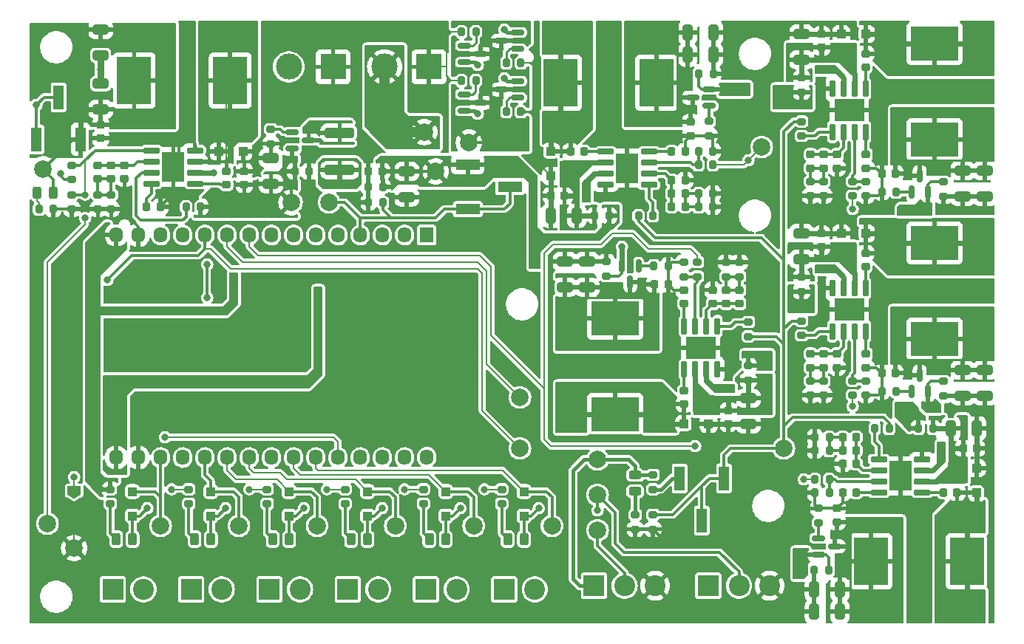
<source format=gtl>
%TF.GenerationSoftware,KiCad,Pcbnew,7.0.10*%
%TF.CreationDate,2024-02-13T14:16:50+07:00*%
%TF.ProjectId,AniSignage v2,416e6953-6967-46e6-9167-652076322e6b,rev?*%
%TF.SameCoordinates,Original*%
%TF.FileFunction,Copper,L1,Top*%
%TF.FilePolarity,Positive*%
%FSLAX46Y46*%
G04 Gerber Fmt 4.6, Leading zero omitted, Abs format (unit mm)*
G04 Created by KiCad (PCBNEW 7.0.10) date 2024-02-13 14:16:50*
%MOMM*%
%LPD*%
G01*
G04 APERTURE LIST*
G04 Aperture macros list*
%AMRoundRect*
0 Rectangle with rounded corners*
0 $1 Rounding radius*
0 $2 $3 $4 $5 $6 $7 $8 $9 X,Y pos of 4 corners*
0 Add a 4 corners polygon primitive as box body*
4,1,4,$2,$3,$4,$5,$6,$7,$8,$9,$2,$3,0*
0 Add four circle primitives for the rounded corners*
1,1,$1+$1,$2,$3*
1,1,$1+$1,$4,$5*
1,1,$1+$1,$6,$7*
1,1,$1+$1,$8,$9*
0 Add four rect primitives between the rounded corners*
20,1,$1+$1,$2,$3,$4,$5,0*
20,1,$1+$1,$4,$5,$6,$7,0*
20,1,$1+$1,$6,$7,$8,$9,0*
20,1,$1+$1,$8,$9,$2,$3,0*%
%AMFreePoly0*
4,1,6,1.000000,0.000000,0.500000,-0.750000,-0.500000,-0.750000,-0.500000,0.750000,0.500000,0.750000,1.000000,0.000000,1.000000,0.000000,$1*%
%AMFreePoly1*
4,1,6,0.500000,-0.750000,-0.650000,-0.750000,-0.150000,0.000000,-0.650000,0.750000,0.500000,0.750000,0.500000,-0.750000,0.500000,-0.750000,$1*%
G04 Aperture macros list end*
%TA.AperFunction,SMDPad,CuDef*%
%ADD10RoundRect,0.200000X0.200000X0.275000X-0.200000X0.275000X-0.200000X-0.275000X0.200000X-0.275000X0*%
%TD*%
%TA.AperFunction,SMDPad,CuDef*%
%ADD11RoundRect,0.150000X-0.587500X-0.150000X0.587500X-0.150000X0.587500X0.150000X-0.587500X0.150000X0*%
%TD*%
%TA.AperFunction,SMDPad,CuDef*%
%ADD12RoundRect,0.250000X0.300000X-0.300000X0.300000X0.300000X-0.300000X0.300000X-0.300000X-0.300000X0*%
%TD*%
%TA.AperFunction,SMDPad,CuDef*%
%ADD13RoundRect,0.243750X0.243750X0.456250X-0.243750X0.456250X-0.243750X-0.456250X0.243750X-0.456250X0*%
%TD*%
%TA.AperFunction,SMDPad,CuDef*%
%ADD14RoundRect,0.225000X0.250000X-0.225000X0.250000X0.225000X-0.250000X0.225000X-0.250000X-0.225000X0*%
%TD*%
%TA.AperFunction,ComponentPad*%
%ADD15R,2.400000X2.400000*%
%TD*%
%TA.AperFunction,ComponentPad*%
%ADD16C,2.400000*%
%TD*%
%TA.AperFunction,SMDPad,CuDef*%
%ADD17RoundRect,0.200000X-0.200000X-0.275000X0.200000X-0.275000X0.200000X0.275000X-0.200000X0.275000X0*%
%TD*%
%TA.AperFunction,SMDPad,CuDef*%
%ADD18RoundRect,0.225000X-0.250000X0.225000X-0.250000X-0.225000X0.250000X-0.225000X0.250000X0.225000X0*%
%TD*%
%TA.AperFunction,SMDPad,CuDef*%
%ADD19RoundRect,0.200000X0.275000X-0.200000X0.275000X0.200000X-0.275000X0.200000X-0.275000X-0.200000X0*%
%TD*%
%TA.AperFunction,SMDPad,CuDef*%
%ADD20RoundRect,0.150000X-0.150000X0.820000X-0.150000X-0.820000X0.150000X-0.820000X0.150000X0.820000X0*%
%TD*%
%TA.AperFunction,SMDPad,CuDef*%
%ADD21R,3.510000X2.620000*%
%TD*%
%TA.AperFunction,SMDPad,CuDef*%
%ADD22RoundRect,0.225000X-0.225000X-0.250000X0.225000X-0.250000X0.225000X0.250000X-0.225000X0.250000X0*%
%TD*%
%TA.AperFunction,SMDPad,CuDef*%
%ADD23RoundRect,0.250000X0.300000X0.300000X-0.300000X0.300000X-0.300000X-0.300000X0.300000X-0.300000X0*%
%TD*%
%TA.AperFunction,SMDPad,CuDef*%
%ADD24RoundRect,0.200000X-0.275000X0.200000X-0.275000X-0.200000X0.275000X-0.200000X0.275000X0.200000X0*%
%TD*%
%TA.AperFunction,SMDPad,CuDef*%
%ADD25RoundRect,0.150000X-0.820000X-0.150000X0.820000X-0.150000X0.820000X0.150000X-0.820000X0.150000X0*%
%TD*%
%TA.AperFunction,SMDPad,CuDef*%
%ADD26R,2.620000X3.510000*%
%TD*%
%TA.AperFunction,SMDPad,CuDef*%
%ADD27RoundRect,0.250000X0.650000X-0.325000X0.650000X0.325000X-0.650000X0.325000X-0.650000X-0.325000X0*%
%TD*%
%TA.AperFunction,SMDPad,CuDef*%
%ADD28RoundRect,0.150000X0.150000X-0.820000X0.150000X0.820000X-0.150000X0.820000X-0.150000X-0.820000X0*%
%TD*%
%TA.AperFunction,SMDPad,CuDef*%
%ADD29FreePoly0,270.000000*%
%TD*%
%TA.AperFunction,SMDPad,CuDef*%
%ADD30FreePoly1,270.000000*%
%TD*%
%TA.AperFunction,SMDPad,CuDef*%
%ADD31RoundRect,0.250000X-0.300000X-0.300000X0.300000X-0.300000X0.300000X0.300000X-0.300000X0.300000X0*%
%TD*%
%TA.AperFunction,SMDPad,CuDef*%
%ADD32RoundRect,0.225000X0.225000X0.250000X-0.225000X0.250000X-0.225000X-0.250000X0.225000X-0.250000X0*%
%TD*%
%TA.AperFunction,SMDPad,CuDef*%
%ADD33R,5.400000X3.900000*%
%TD*%
%TA.AperFunction,SMDPad,CuDef*%
%ADD34RoundRect,0.150000X-0.150000X0.587500X-0.150000X-0.587500X0.150000X-0.587500X0.150000X0.587500X0*%
%TD*%
%TA.AperFunction,SMDPad,CuDef*%
%ADD35RoundRect,0.250000X0.325000X0.650000X-0.325000X0.650000X-0.325000X-0.650000X0.325000X-0.650000X0*%
%TD*%
%TA.AperFunction,SMDPad,CuDef*%
%ADD36C,2.000000*%
%TD*%
%TA.AperFunction,SMDPad,CuDef*%
%ADD37R,3.900000X5.400000*%
%TD*%
%TA.AperFunction,SMDPad,CuDef*%
%ADD38R,2.790000X1.190000*%
%TD*%
%TA.AperFunction,SMDPad,CuDef*%
%ADD39RoundRect,0.250000X-0.650000X0.325000X-0.650000X-0.325000X0.650000X-0.325000X0.650000X0.325000X0*%
%TD*%
%TA.AperFunction,SMDPad,CuDef*%
%ADD40RoundRect,0.250000X-1.450000X0.312500X-1.450000X-0.312500X1.450000X-0.312500X1.450000X0.312500X0*%
%TD*%
%TA.AperFunction,SMDPad,CuDef*%
%ADD41RoundRect,0.250000X-0.325000X-0.650000X0.325000X-0.650000X0.325000X0.650000X-0.325000X0.650000X0*%
%TD*%
%TA.AperFunction,ComponentPad*%
%ADD42R,3.000000X3.000000*%
%TD*%
%TA.AperFunction,ComponentPad*%
%ADD43C,3.000000*%
%TD*%
%TA.AperFunction,SMDPad,CuDef*%
%ADD44RoundRect,0.250000X-0.300000X0.300000X-0.300000X-0.300000X0.300000X-0.300000X0.300000X0.300000X0*%
%TD*%
%TA.AperFunction,SMDPad,CuDef*%
%ADD45RoundRect,0.150000X0.587500X0.150000X-0.587500X0.150000X-0.587500X-0.150000X0.587500X-0.150000X0*%
%TD*%
%TA.AperFunction,SMDPad,CuDef*%
%ADD46RoundRect,0.243750X0.456250X-0.243750X0.456250X0.243750X-0.456250X0.243750X-0.456250X-0.243750X0*%
%TD*%
%TA.AperFunction,SMDPad,CuDef*%
%ADD47R,1.190000X2.790000*%
%TD*%
%TA.AperFunction,SMDPad,CuDef*%
%ADD48RoundRect,0.150000X0.150000X-0.587500X0.150000X0.587500X-0.150000X0.587500X-0.150000X-0.587500X0*%
%TD*%
%TA.AperFunction,ComponentPad*%
%ADD49R,1.580000X1.780000*%
%TD*%
%TA.AperFunction,ComponentPad*%
%ADD50O,1.580000X1.780000*%
%TD*%
%TA.AperFunction,SMDPad,CuDef*%
%ADD51RoundRect,0.243750X-0.243750X-0.456250X0.243750X-0.456250X0.243750X0.456250X-0.243750X0.456250X0*%
%TD*%
%TA.AperFunction,SMDPad,CuDef*%
%ADD52RoundRect,0.150000X0.820000X0.150000X-0.820000X0.150000X-0.820000X-0.150000X0.820000X-0.150000X0*%
%TD*%
%TA.AperFunction,ComponentPad*%
%ADD53C,2.010000*%
%TD*%
%TA.AperFunction,ViaPad*%
%ADD54C,0.800000*%
%TD*%
%TA.AperFunction,Conductor*%
%ADD55C,0.300000*%
%TD*%
%TA.AperFunction,Conductor*%
%ADD56C,0.600000*%
%TD*%
%TA.AperFunction,Conductor*%
%ADD57C,0.200000*%
%TD*%
%TA.AperFunction,Conductor*%
%ADD58C,0.250000*%
%TD*%
%TA.AperFunction,Conductor*%
%ADD59C,0.800000*%
%TD*%
%TA.AperFunction,Conductor*%
%ADD60C,0.400000*%
%TD*%
%TA.AperFunction,Conductor*%
%ADD61C,0.500000*%
%TD*%
%TA.AperFunction,Conductor*%
%ADD62C,1.200000*%
%TD*%
G04 APERTURE END LIST*
D10*
%TO.P,R14,1*%
%TO.N,Net-(TR4-G)*%
X134916500Y-57150000D03*
%TO.P,R14,2*%
%TO.N,GND*%
X133266500Y-57150000D03*
%TD*%
D11*
%TO.P,TR1,1,G*%
%TO.N,Net-(TR1-G)*%
X113889000Y-63058000D03*
%TO.P,TR1,2,S*%
%TO.N,/V5i*%
X113889000Y-64958000D03*
%TO.P,TR1,3,D*%
%TO.N,/Vio*%
X115764000Y-64008000D03*
%TD*%
D12*
%TO.P,D13,1,K*%
%TO.N,Net-(D12-K)*%
X131462180Y-107064000D03*
%TO.P,D13,2,A*%
%TO.N,I4*%
X131462180Y-104264000D03*
%TD*%
D13*
%TO.P,D14,1,K*%
%TO.N,Net-(D14-K)*%
X140427475Y-109728000D03*
%TO.P,D14,2,A*%
%TO.N,Net-(D14-A)*%
X138552475Y-109728000D03*
%TD*%
D10*
%TO.P,R5,1*%
%TO.N,/V5i*%
X103381000Y-71628000D03*
%TO.P,R5,2*%
%TO.N,Net-(U1-EN)*%
X101731000Y-71628000D03*
%TD*%
D14*
%TO.P,C54,1*%
%TO.N,Net-(U13-COMP)*%
X162052000Y-82702000D03*
%TO.P,C54,2*%
%TO.N,GND*%
X162052000Y-81152000D03*
%TD*%
D15*
%TO.P,I4,1,Pin_1*%
%TO.N,/Input_Isolator3/COM*%
X120238885Y-115470000D03*
D16*
%TO.P,I4,2,Pin_2*%
%TO.N,/Input_Isolator3/IN*%
X123738885Y-115470000D03*
%TD*%
D17*
%TO.P,R54,1*%
%TO.N,GND*%
X173736000Y-104394000D03*
%TO.P,R54,2*%
%TO.N,Net-(U12-EN)*%
X175386000Y-104394000D03*
%TD*%
D15*
%TO.P,I2,1,Pin_1*%
%TO.N,/Input_Isolator1/COM*%
X102308295Y-115470000D03*
D16*
%TO.P,I2,2,Pin_2*%
%TO.N,/Input_Isolator1/IN*%
X105808295Y-115470000D03*
%TD*%
D18*
%TO.P,C26,1*%
%TO.N,Net-(U10-COMP)*%
X174752000Y-65634000D03*
%TO.P,C26,2*%
%TO.N,Net-(C26-Pad2)*%
X174752000Y-67184000D03*
%TD*%
D19*
%TO.P,R39,1*%
%TO.N,GND*%
X173228000Y-70358000D03*
%TO.P,R39,2*%
%TO.N,Net-(C26-Pad2)*%
X173228000Y-68708000D03*
%TD*%
D14*
%TO.P,C29,1*%
%TO.N,Net-(U10-BS)*%
X179564000Y-55626000D03*
%TO.P,C29,2*%
%TO.N,/Vreg_12V1/Vl*%
X179564000Y-54076000D03*
%TD*%
D20*
%TO.P,U10,1,BS*%
%TO.N,Net-(U10-BS)*%
X179564000Y-58079000D03*
%TO.P,U10,2,IN*%
%TO.N,/Vreg_12V1/Vi*%
X178294000Y-58079000D03*
%TO.P,U10,3,SW*%
%TO.N,/Vreg_12V1/Vl*%
X177024000Y-58079000D03*
%TO.P,U10,4,GND*%
%TO.N,GND*%
X175754000Y-58079000D03*
%TO.P,U10,5,FB*%
%TO.N,Net-(U10-FB)*%
X175754000Y-63039000D03*
%TO.P,U10,6,COMP*%
%TO.N,Net-(U10-COMP)*%
X177024000Y-63039000D03*
%TO.P,U10,7,EN*%
%TO.N,Net-(U10-EN)*%
X178294000Y-63039000D03*
%TO.P,U10,8,SS*%
%TO.N,Net-(U10-SS)*%
X179564000Y-63039000D03*
D21*
%TO.P,U10,9,GND*%
%TO.N,GND*%
X177659000Y-60559000D03*
%TD*%
D18*
%TO.P,C57,1*%
%TO.N,/Vreg_12V4/Vi*%
X163830000Y-94970000D03*
%TO.P,C57,2*%
%TO.N,GND*%
X163830000Y-96520000D03*
%TD*%
D22*
%TO.P,C18,1*%
%TO.N,Net-(U9-COMP)*%
X157328000Y-71628000D03*
%TO.P,C18,2*%
%TO.N,Net-(C16-Pad2)*%
X158878000Y-71628000D03*
%TD*%
D23*
%TO.P,D17,1,K*%
%TO.N,/Vreg_12V1/Vl*%
X179564000Y-51816000D03*
%TO.P,D17,2,A*%
%TO.N,GND*%
X176764000Y-51816000D03*
%TD*%
D24*
%TO.P,R62,1*%
%TO.N,GND*%
X158750000Y-77978000D03*
%TO.P,R62,2*%
%TO.N,Net-(U13-EN)*%
X158750000Y-79628000D03*
%TD*%
D25*
%TO.P,U9,1,BS*%
%TO.N,Net-(U9-BS)*%
X149773000Y-65292000D03*
%TO.P,U9,2,IN*%
%TO.N,/Vreg_12V/Vi*%
X149773000Y-66562000D03*
%TO.P,U9,3,SW*%
%TO.N,/Vreg_12V/Vl*%
X149773000Y-67832000D03*
%TO.P,U9,4,GND*%
%TO.N,GND*%
X149773000Y-69102000D03*
%TO.P,U9,5,FB*%
%TO.N,Net-(U9-FB)*%
X154733000Y-69102000D03*
%TO.P,U9,6,COMP*%
%TO.N,Net-(U9-COMP)*%
X154733000Y-67832000D03*
%TO.P,U9,7,EN*%
%TO.N,Net-(U9-EN)*%
X154733000Y-66562000D03*
%TO.P,U9,8,SS*%
%TO.N,Net-(U9-SS)*%
X154733000Y-65292000D03*
D26*
%TO.P,U9,9,GND*%
%TO.N,GND*%
X152253000Y-67197000D03*
%TD*%
D18*
%TO.P,C34,1*%
%TO.N,Net-(U11-COMP)*%
X176276000Y-88494000D03*
%TO.P,C34,2*%
%TO.N,GND*%
X176276000Y-90044000D03*
%TD*%
D24*
%TO.P,R11,1*%
%TO.N,/Vreg_12V/V_FB*%
X155194000Y-106934000D03*
%TO.P,R11,2*%
%TO.N,GND*%
X155194000Y-108584000D03*
%TD*%
D27*
%TO.P,C11,1*%
%TO.N,GND*%
X127000000Y-70514000D03*
%TO.P,C11,2*%
%TO.N,VBB*%
X127000000Y-67564000D03*
%TD*%
D28*
%TO.P,U13,1,BS*%
%TO.N,Net-(U13-BS)*%
X158764000Y-90257000D03*
%TO.P,U13,2,IN*%
%TO.N,/Vreg_12V4/Vi*%
X160034000Y-90257000D03*
%TO.P,U13,3,SW*%
%TO.N,/Vreg_12V4/Vl*%
X161304000Y-90257000D03*
%TO.P,U13,4,GND*%
%TO.N,GND*%
X162574000Y-90257000D03*
%TO.P,U13,5,FB*%
%TO.N,Net-(U13-FB)*%
X162574000Y-85297000D03*
%TO.P,U13,6,COMP*%
%TO.N,Net-(U13-COMP)*%
X161304000Y-85297000D03*
%TO.P,U13,7,EN*%
%TO.N,Net-(U13-EN)*%
X160034000Y-85297000D03*
%TO.P,U13,8,SS*%
%TO.N,Net-(U13-SS)*%
X158764000Y-85297000D03*
D21*
%TO.P,U13,9,GND*%
%TO.N,GND*%
X160669000Y-87777000D03*
%TD*%
D14*
%TO.P,C53,1*%
%TO.N,Net-(U13-SS)*%
X158750000Y-82702000D03*
%TO.P,C53,2*%
%TO.N,GND*%
X158750000Y-81152000D03*
%TD*%
D19*
%TO.P,R50,1*%
%TO.N,Net-(U11-FB)*%
X172212000Y-86360000D03*
%TO.P,R50,2*%
%TO.N,/Vreg_12V/V_FB*%
X172212000Y-84710000D03*
%TD*%
D27*
%TO.P,C25,1*%
%TO.N,/Vreg_12V1/Vi*%
X172212000Y-54766000D03*
%TO.P,C25,2*%
%TO.N,GND*%
X172212000Y-51816000D03*
%TD*%
D17*
%TO.P,R33,1*%
%TO.N,/Vreg_12V/Vi*%
X148527000Y-72644000D03*
%TO.P,R33,2*%
%TO.N,VBB*%
X150177000Y-72644000D03*
%TD*%
%TO.P,R12,1*%
%TO.N,Net-(TR3-G)*%
X138406000Y-55118000D03*
%TO.P,R12,2*%
%TO.N,GND*%
X140056000Y-55118000D03*
%TD*%
D29*
%TO.P,JP1,1,A*%
%TO.N,Net-(JP1-A)*%
X88900000Y-104140000D03*
D30*
%TO.P,JP1,2,B*%
%TO.N,GND*%
X88900000Y-105590000D03*
%TD*%
D31*
%TO.P,D20,1,K*%
%TO.N,/Vreg_12V4/Vl*%
X158764000Y-96520000D03*
%TO.P,D20,2,A*%
%TO.N,GND*%
X161564000Y-96520000D03*
%TD*%
D32*
%TO.P,C32,1*%
%TO.N,/Vreg_12V1/Vc*%
X182943000Y-67818000D03*
%TO.P,C32,2*%
%TO.N,GND*%
X181393000Y-67818000D03*
%TD*%
D18*
%TO.P,C10,1*%
%TO.N,5V*%
X91948000Y-62217000D03*
%TO.P,C10,2*%
%TO.N,GND*%
X91948000Y-63767000D03*
%TD*%
D33*
%TO.P,L3,1,1*%
%TO.N,/Vreg_12V1/Vl*%
X187452000Y-52920000D03*
%TO.P,L3,2,2*%
%TO.N,/Vreg_12V1/Vc*%
X187452000Y-63920000D03*
%TD*%
D34*
%TO.P,TR10,1,G*%
%TO.N,Net-(TR10-G)*%
X153538000Y-78389000D03*
%TO.P,TR10,2,S*%
%TO.N,VLED*%
X151638000Y-78389000D03*
%TO.P,TR10,3,D*%
%TO.N,/Vreg_12V4/Vc*%
X152588000Y-80264000D03*
%TD*%
D27*
%TO.P,C61,1*%
%TO.N,/Vreg_12V4/Vc*%
X145119000Y-80843000D03*
%TO.P,C61,2*%
%TO.N,GND*%
X145119000Y-77893000D03*
%TD*%
D32*
%TO.P,C43,1*%
%TO.N,Net-(U12-SS)*%
X178460000Y-104394000D03*
%TO.P,C43,2*%
%TO.N,GND*%
X176910000Y-104394000D03*
%TD*%
D27*
%TO.P,C60,1*%
%TO.N,/Vreg_12V4/Vc*%
X147659000Y-80843000D03*
%TO.P,C60,2*%
%TO.N,GND*%
X147659000Y-77893000D03*
%TD*%
D35*
%TO.P,C15,1*%
%TO.N,/Vreg_12V/Vi*%
X146460000Y-72644000D03*
%TO.P,C15,2*%
%TO.N,GND*%
X143510000Y-72644000D03*
%TD*%
D36*
%TO.P,TP3,1,1*%
%TO.N,I0*%
X98806000Y-108204000D03*
%TD*%
D22*
%TO.P,C16,1*%
%TO.N,Net-(U9-COMP)*%
X157328000Y-70104000D03*
%TO.P,C16,2*%
%TO.N,Net-(C16-Pad2)*%
X158878000Y-70104000D03*
%TD*%
D37*
%TO.P,L5,1,1*%
%TO.N,/Vreg_12V3/Vl*%
X191174000Y-112268000D03*
%TO.P,L5,2,2*%
%TO.N,/Vreg_12V3/Vc*%
X180174000Y-112268000D03*
%TD*%
D38*
%TO.P,RV3,1,1*%
%TO.N,VBB*%
X133983000Y-66802000D03*
%TO.P,RV3,2,2*%
%TO.N,VBB_Sense*%
X138813000Y-69342000D03*
%TO.P,RV3,3,3*%
X133983000Y-71882000D03*
%TD*%
D17*
%TO.P,R2,1*%
%TO.N,/V5i*%
X114177000Y-67564000D03*
%TO.P,R2,2*%
%TO.N,GND*%
X115827000Y-67564000D03*
%TD*%
D39*
%TO.P,C41,1*%
%TO.N,/Vreg_12V2/Vc*%
X193209000Y-90353000D03*
%TO.P,C41,2*%
%TO.N,GND*%
X193209000Y-93303000D03*
%TD*%
D18*
%TO.P,C22,1*%
%TO.N,/Vreg_12V/Vc*%
X159512000Y-61913000D03*
%TO.P,C22,2*%
%TO.N,GND*%
X159512000Y-63463000D03*
%TD*%
D33*
%TO.P,L4,1,1*%
%TO.N,/Vreg_12V2/Vl*%
X187452000Y-75780000D03*
%TO.P,L4,2,2*%
%TO.N,/Vreg_12V2/Vc*%
X187452000Y-86780000D03*
%TD*%
D40*
%TO.P,F1,1*%
%TO.N,/Vio*%
X119320000Y-63140500D03*
%TO.P,F1,2*%
%TO.N,/Vii*%
X119320000Y-67415500D03*
%TD*%
D10*
%TO.P,R34,1*%
%TO.N,Net-(U9-FB)*%
X155194000Y-72644000D03*
%TO.P,R34,2*%
%TO.N,/Vreg_12V/V_FB*%
X153544000Y-72644000D03*
%TD*%
D22*
%TO.P,C49,1*%
%TO.N,Net-(U12-BS)*%
X188468000Y-104380000D03*
%TO.P,C49,2*%
%TO.N,/Vreg_12V3/Vl*%
X190018000Y-104380000D03*
%TD*%
D32*
%TO.P,C17,1*%
%TO.N,/Vreg_12V/Vi*%
X145060000Y-70358000D03*
%TO.P,C17,2*%
%TO.N,GND*%
X143510000Y-70358000D03*
%TD*%
D24*
%TO.P,R6,1*%
%TO.N,Net-(U1-FB)*%
X88646000Y-66865000D03*
%TO.P,R6,2*%
%TO.N,Net-(R6-Pad2)*%
X88646000Y-68515000D03*
%TD*%
D10*
%TO.P,R32,1*%
%TO.N,GND*%
X162052000Y-70104000D03*
%TO.P,R32,2*%
%TO.N,Net-(C16-Pad2)*%
X160402000Y-70104000D03*
%TD*%
D41*
%TO.P,C20,1*%
%TO.N,/Vreg_12V/Vc*%
X159187000Y-54187000D03*
%TO.P,C20,2*%
%TO.N,GND*%
X162137000Y-54187000D03*
%TD*%
D17*
%TO.P,R8,1*%
%TO.N,Net-(D2-K)*%
X84885500Y-71882000D03*
%TO.P,R8,2*%
%TO.N,GND*%
X86535500Y-71882000D03*
%TD*%
D10*
%TO.P,R67,1*%
%TO.N,GND*%
X156935000Y-78389000D03*
%TO.P,R67,2*%
%TO.N,Net-(TR10-G)*%
X155285000Y-78389000D03*
%TD*%
D36*
%TO.P,TP6,1,1*%
%TO.N,I3*%
X125701885Y-108204000D03*
%TD*%
D42*
%TO.P,Vi2,1,Pin_1*%
%TO.N,GND*%
X129540000Y-55575000D03*
D43*
%TO.P,Vi2,2,Pin_2*%
%TO.N,/Vsbb*%
X124460000Y-55575000D03*
%TD*%
D19*
%TO.P,R35,1*%
%TO.N,GND*%
X161641000Y-63463000D03*
%TO.P,R35,2*%
%TO.N,Net-(TR6-G)*%
X161641000Y-61813000D03*
%TD*%
D44*
%TO.P,D16,1,K*%
%TO.N,/Vreg_12V/Vl*%
X143510000Y-65292000D03*
%TO.P,D16,2,A*%
%TO.N,GND*%
X143510000Y-68092000D03*
%TD*%
D10*
%TO.P,R57,1*%
%TO.N,/Vreg_12V3/Vi*%
X187261000Y-97028000D03*
%TO.P,R57,2*%
%TO.N,VBB*%
X185611000Y-97028000D03*
%TD*%
D36*
%TO.P,TP8,1,1*%
%TO.N,I5*%
X143632475Y-108204000D03*
%TD*%
D19*
%TO.P,R47,1*%
%TO.N,GND*%
X173228000Y-93218000D03*
%TO.P,R47,2*%
%TO.N,Net-(C36-Pad2)*%
X173228000Y-91568000D03*
%TD*%
D39*
%TO.P,C31,1*%
%TO.N,/Vreg_12V1/Vc*%
X193209000Y-67493000D03*
%TO.P,C31,2*%
%TO.N,GND*%
X193209000Y-70443000D03*
%TD*%
D19*
%TO.P,R46,1*%
%TO.N,GND*%
X179578000Y-93218000D03*
%TO.P,R46,2*%
%TO.N,Net-(U11-EN)*%
X179578000Y-91568000D03*
%TD*%
D32*
%TO.P,C12,1*%
%TO.N,VBB*%
X124169000Y-67564000D03*
%TO.P,C12,2*%
%TO.N,GND*%
X122619000Y-67564000D03*
%TD*%
D45*
%TO.P,TR6,1,G*%
%TO.N,Net-(TR6-G)*%
X161641000Y-60066000D03*
%TO.P,TR6,2,S*%
%TO.N,VLED*%
X161641000Y-58166000D03*
%TO.P,TR6,3,D*%
%TO.N,/Vreg_12V/Vc*%
X159766000Y-59116000D03*
%TD*%
D17*
%TO.P,R51,1*%
%TO.N,GND*%
X181393000Y-92807000D03*
%TO.P,R51,2*%
%TO.N,Net-(TR8-G)*%
X183043000Y-92807000D03*
%TD*%
D19*
%TO.P,R48,1*%
%TO.N,GND*%
X174752000Y-93218000D03*
%TO.P,R48,2*%
%TO.N,Net-(C36-Pad2)*%
X174752000Y-91568000D03*
%TD*%
D12*
%TO.P,D15,1,K*%
%TO.N,Net-(D14-K)*%
X140427475Y-107064000D03*
%TO.P,D15,2,A*%
%TO.N,I5*%
X140427475Y-104264000D03*
%TD*%
D11*
%TO.P,TR4,1,G*%
%TO.N,Net-(TR4-G)*%
X133604000Y-58740000D03*
%TO.P,TR4,2,S*%
%TO.N,VBB*%
X133604000Y-60640000D03*
%TO.P,TR4,3,D*%
%TO.N,/Vibb*%
X135479000Y-59690000D03*
%TD*%
%TO.P,TR2,1,G*%
%TO.N,Net-(TR2-G)*%
X133604000Y-53152000D03*
%TO.P,TR2,2,S*%
%TO.N,VBB*%
X133604000Y-55052000D03*
%TO.P,TR2,3,D*%
%TO.N,/Vibb*%
X135479000Y-54102000D03*
%TD*%
D32*
%TO.P,C46,1*%
%TO.N,Net-(U12-COMP)*%
X178460000Y-99568000D03*
%TO.P,C46,2*%
%TO.N,Net-(C46-Pad2)*%
X176910000Y-99568000D03*
%TD*%
D19*
%TO.P,R38,1*%
%TO.N,GND*%
X179578000Y-70358000D03*
%TO.P,R38,2*%
%TO.N,Net-(U10-EN)*%
X179578000Y-68708000D03*
%TD*%
D17*
%TO.P,R29,1*%
%TO.N,Net-(U9-EN)*%
X160402000Y-66802000D03*
%TO.P,R29,2*%
%TO.N,EN0*%
X162052000Y-66802000D03*
%TD*%
D27*
%TO.P,C35,1*%
%TO.N,/Vreg_12V2/Vi*%
X172212000Y-77626000D03*
%TO.P,C35,2*%
%TO.N,GND*%
X172212000Y-74676000D03*
%TD*%
D14*
%TO.P,C56,1*%
%TO.N,Net-(U13-COMP)*%
X163576000Y-82702000D03*
%TO.P,C56,2*%
%TO.N,Net-(C56-Pad2)*%
X163576000Y-81152000D03*
%TD*%
D18*
%TO.P,C33,1*%
%TO.N,Net-(U11-SS)*%
X179578000Y-88494000D03*
%TO.P,C33,2*%
%TO.N,GND*%
X179578000Y-90044000D03*
%TD*%
D36*
%TO.P,TP18,1,1*%
%TO.N,/Level_Shifter1/Q_H*%
X148844000Y-104648000D03*
%TD*%
D32*
%TO.P,C42,1*%
%TO.N,/Vreg_12V2/Vc*%
X182943000Y-90678000D03*
%TO.P,C42,2*%
%TO.N,GND*%
X181393000Y-90678000D03*
%TD*%
D19*
%TO.P,R7,1*%
%TO.N,GND*%
X88646000Y-71882000D03*
%TO.P,R7,2*%
%TO.N,Net-(U1-FB)*%
X88646000Y-70232000D03*
%TD*%
D14*
%TO.P,C58,1*%
%TO.N,Net-(U13-COMP)*%
X165100000Y-82702000D03*
%TO.P,C58,2*%
%TO.N,Net-(C56-Pad2)*%
X165100000Y-81152000D03*
%TD*%
D10*
%TO.P,R30,1*%
%TO.N,GND*%
X162052000Y-65278000D03*
%TO.P,R30,2*%
%TO.N,Net-(U9-EN)*%
X160402000Y-65278000D03*
%TD*%
D17*
%TO.P,R43,1*%
%TO.N,GND*%
X181393000Y-69947000D03*
%TO.P,R43,2*%
%TO.N,Net-(TR7-G)*%
X183043000Y-69947000D03*
%TD*%
D46*
%TO.P,D3,1,K*%
%TO.N,Net-(D3-K)*%
X153162000Y-104237000D03*
%TO.P,D3,2,A*%
%TO.N,VLED*%
X153162000Y-102362000D03*
%TD*%
D11*
%TO.P,TR9,1,G*%
%TO.N,Net-(TR9-G)*%
X174147000Y-109606000D03*
%TO.P,TR9,2,S*%
%TO.N,VLED*%
X174147000Y-111506000D03*
%TO.P,TR9,3,D*%
%TO.N,/Vreg_12V3/Vc*%
X176022000Y-110556000D03*
%TD*%
D22*
%TO.P,C14,1*%
%TO.N,Net-(U9-COMP)*%
X157328000Y-68580000D03*
%TO.P,C14,2*%
%TO.N,GND*%
X158878000Y-68580000D03*
%TD*%
D19*
%TO.P,R22,1*%
%TO.N,Net-(D8-A)*%
X110991590Y-105664000D03*
%TO.P,R22,2*%
%TO.N,5V*%
X110991590Y-104014000D03*
%TD*%
%TO.P,R24,1*%
%TO.N,Net-(D10-A)*%
X119956885Y-105664000D03*
%TO.P,R24,2*%
%TO.N,5V*%
X119956885Y-104014000D03*
%TD*%
D24*
%TO.P,R64,1*%
%TO.N,GND*%
X163576000Y-77978000D03*
%TO.P,R64,2*%
%TO.N,Net-(C56-Pad2)*%
X163576000Y-79628000D03*
%TD*%
D23*
%TO.P,D18,1,K*%
%TO.N,/Vreg_12V2/Vl*%
X179564000Y-74676000D03*
%TO.P,D18,2,A*%
%TO.N,GND*%
X176764000Y-74676000D03*
%TD*%
D19*
%TO.P,R42,1*%
%TO.N,Net-(U10-FB)*%
X172212000Y-63500000D03*
%TO.P,R42,2*%
%TO.N,/Vreg_12V/V_FB*%
X172212000Y-61850000D03*
%TD*%
D18*
%TO.P,C23,1*%
%TO.N,Net-(U10-SS)*%
X179578000Y-65634000D03*
%TO.P,C23,2*%
%TO.N,GND*%
X179578000Y-67184000D03*
%TD*%
D47*
%TO.P,RV1,1,1*%
%TO.N,Net-(R6-Pad2)*%
X84582000Y-63883000D03*
%TO.P,RV1,2,2*%
X87122000Y-59053000D03*
%TO.P,RV1,3,3*%
%TO.N,5V*%
X89662000Y-63883000D03*
%TD*%
D39*
%TO.P,C40,1*%
%TO.N,/Vreg_12V2/Vc*%
X190669000Y-90353000D03*
%TO.P,C40,2*%
%TO.N,GND*%
X190669000Y-93303000D03*
%TD*%
D19*
%TO.P,R28,1*%
%TO.N,Net-(D14-A)*%
X137887475Y-105664000D03*
%TO.P,R28,2*%
%TO.N,5V*%
X137887475Y-104014000D03*
%TD*%
%TO.P,R61,1*%
%TO.N,Net-(U13-EN)*%
X160274000Y-79628000D03*
%TO.P,R61,2*%
%TO.N,EN0*%
X160274000Y-77978000D03*
%TD*%
D17*
%TO.P,R58,1*%
%TO.N,Net-(U12-FB)*%
X180594000Y-97028000D03*
%TO.P,R58,2*%
%TO.N,/Vreg_12V/V_FB*%
X182244000Y-97028000D03*
%TD*%
D36*
%TO.P,TP9,1,1*%
%TO.N,Net-(U1-FB)*%
X85852000Y-107950000D03*
%TD*%
D19*
%TO.P,R10,1*%
%TO.N,Net-(R10-Pad1)*%
X155194000Y-104012000D03*
%TO.P,R10,2*%
%TO.N,VLED*%
X155194000Y-102362000D03*
%TD*%
D39*
%TO.P,C55,1*%
%TO.N,/Vreg_12V4/Vi*%
X166116000Y-93570000D03*
%TO.P,C55,2*%
%TO.N,GND*%
X166116000Y-96520000D03*
%TD*%
D17*
%TO.P,R60,1*%
%TO.N,GND*%
X173673000Y-113284000D03*
%TO.P,R60,2*%
%TO.N,VLED*%
X175323000Y-113284000D03*
%TD*%
D48*
%TO.P,TR7,1,G*%
%TO.N,Net-(TR7-G)*%
X184790000Y-69947000D03*
%TO.P,TR7,2,S*%
%TO.N,VLED*%
X186690000Y-69947000D03*
%TO.P,TR7,3,D*%
%TO.N,/Vreg_12V1/Vc*%
X185740000Y-68072000D03*
%TD*%
D14*
%TO.P,C6,1*%
%TO.N,/V5i*%
X108398000Y-69101000D03*
%TO.P,C6,2*%
%TO.N,GND*%
X108398000Y-67551000D03*
%TD*%
D12*
%TO.P,D19,1,K*%
%TO.N,/Vreg_12V3/Vl*%
X192278000Y-104380000D03*
%TO.P,D19,2,A*%
%TO.N,GND*%
X192278000Y-101580000D03*
%TD*%
D36*
%TO.P,TP11,1,1*%
%TO.N,Q1*%
X139954000Y-99314000D03*
%TD*%
D19*
%TO.P,R40,1*%
%TO.N,GND*%
X174752000Y-70358000D03*
%TO.P,R40,2*%
%TO.N,Net-(C26-Pad2)*%
X174752000Y-68708000D03*
%TD*%
D18*
%TO.P,C24,1*%
%TO.N,Net-(U10-COMP)*%
X176276000Y-65634000D03*
%TO.P,C24,2*%
%TO.N,GND*%
X176276000Y-67184000D03*
%TD*%
D49*
%TO.P,U2,1,EN*%
%TO.N,unconnected-(U2-EN-Pad1)*%
X129286000Y-74867300D03*
D50*
%TO.P,U2,2,Sensor_VP*%
%TO.N,unconnected-(U2-Sensor_VP-Pad2)*%
X126746000Y-74867300D03*
%TO.P,U2,3,Sensor_VN*%
%TO.N,unconnected-(U2-Sensor_VN-Pad3)*%
X124206000Y-74867300D03*
%TO.P,U2,4,GPIO34*%
%TO.N,VBB_Sense*%
X121666000Y-74867300D03*
%TO.P,U2,5,GPIO35*%
%TO.N,unconnected-(U2-GPIO35-Pad5)*%
X119126000Y-74867300D03*
%TO.P,U2,6,GPIO32*%
%TO.N,unconnected-(U2-GPIO32-Pad6)*%
X116586000Y-74867300D03*
%TO.P,U2,7,GPIO33*%
%TO.N,unconnected-(U2-GPIO33-Pad7)*%
X114046000Y-74867300D03*
%TO.P,U2,8,GPIO25*%
%TO.N,unconnected-(U2-GPIO25-Pad8)*%
X111506000Y-74867300D03*
%TO.P,U2,9,GPIO26*%
%TO.N,EN0*%
X108966000Y-74867300D03*
%TO.P,U2,10,GPIO27*%
%TO.N,Q0*%
X106426000Y-74867300D03*
%TO.P,U2,11,GPIO14*%
%TO.N,Q1*%
X103886000Y-74867300D03*
%TO.P,U2,12,GPIO12*%
%TO.N,unconnected-(U2-GPIO12-Pad12)*%
X101346000Y-74867300D03*
%TO.P,U2,13,GPIO13*%
%TO.N,unconnected-(U2-GPIO13-Pad13)*%
X98806000Y-74867300D03*
%TO.P,U2,14,GND*%
%TO.N,GND*%
X96266000Y-74867300D03*
%TO.P,U2,15,5V*%
%TO.N,5V*%
X93726000Y-74817300D03*
%TO.P,U2,16,3V3*%
%TO.N,3V3*%
X93726000Y-100367300D03*
%TO.P,U2,17,GND*%
%TO.N,GND*%
X96266000Y-100367300D03*
%TO.P,U2,18,GPIO15*%
%TO.N,I0*%
X98806000Y-100367300D03*
%TO.P,U2,19,GPIO2*%
%TO.N,unconnected-(U2-GPIO2-Pad19)*%
X101346000Y-100367300D03*
%TO.P,U2,20,GPIO4*%
%TO.N,I1*%
X103886000Y-100367300D03*
%TO.P,U2,21,GPIO16*%
%TO.N,I2*%
X106426000Y-100367300D03*
%TO.P,U2,22,GPIO17*%
%TO.N,I3*%
X108966000Y-100367300D03*
%TO.P,U2,23,GPIO5*%
%TO.N,unconnected-(U2-GPIO5-Pad23)*%
X111506000Y-100367300D03*
%TO.P,U2,24,GPIO18*%
%TO.N,I4*%
X114046000Y-100367300D03*
%TO.P,U2,25,GPIO19*%
%TO.N,I5*%
X116586000Y-100367300D03*
%TO.P,U2,26,GPIO21*%
%TO.N,Net-(JP1-A)*%
X119126000Y-100367300D03*
%TO.P,U2,27,UART0-RX*%
%TO.N,unconnected-(U2-UART0-RX-Pad27)*%
X121666000Y-100367300D03*
%TO.P,U2,28,UART0-TX*%
%TO.N,unconnected-(U2-UART0-TX-Pad28)*%
X124206000Y-100367300D03*
%TO.P,U2,29,GPIO22*%
%TO.N,unconnected-(U2-GPIO22-Pad29)*%
X126746000Y-100367300D03*
%TO.P,U2,30,GPIO23*%
%TO.N,unconnected-(U2-GPIO23-Pad30)*%
X129286000Y-100317300D03*
%TD*%
D12*
%TO.P,D9,1,K*%
%TO.N,Net-(D8-K)*%
X113531590Y-107064000D03*
%TO.P,D9,2,A*%
%TO.N,I2*%
X113531590Y-104264000D03*
%TD*%
D13*
%TO.P,D10,1,K*%
%TO.N,Net-(D10-K)*%
X122496885Y-109728000D03*
%TO.P,D10,2,A*%
%TO.N,Net-(D10-A)*%
X120621885Y-109728000D03*
%TD*%
D37*
%TO.P,L2,1,1*%
%TO.N,/Vreg_12V/Vl*%
X144614000Y-57404000D03*
%TO.P,L2,2,2*%
%TO.N,/Vreg_12V/Vc*%
X155614000Y-57404000D03*
%TD*%
D45*
%TO.P,TR3,1,G*%
%TO.N,Net-(TR3-G)*%
X139718500Y-53528000D03*
%TO.P,TR3,2,S*%
%TO.N,VBB*%
X139718500Y-51628000D03*
%TO.P,TR3,3,D*%
%TO.N,/Vibb*%
X137843500Y-52578000D03*
%TD*%
D10*
%TO.P,R16,1*%
%TO.N,VBB*%
X124269000Y-69342000D03*
%TO.P,R16,2*%
%TO.N,GND*%
X122619000Y-69342000D03*
%TD*%
D24*
%TO.P,R49,1*%
%TO.N,/Vreg_12V2/Vi*%
X172212000Y-79693000D03*
%TO.P,R49,2*%
%TO.N,VBB*%
X172212000Y-81343000D03*
%TD*%
D36*
%TO.P,TP19,1,1*%
%TO.N,VBB_Sense*%
X118110000Y-71120000D03*
%TD*%
D13*
%TO.P,D4,1,K*%
%TO.N,Net-(D4-K)*%
X95601000Y-109728000D03*
%TO.P,D4,2,A*%
%TO.N,Net-(D4-A)*%
X93726000Y-109728000D03*
%TD*%
D22*
%TO.P,C47,1*%
%TO.N,/Vreg_12V3/Vi*%
X190728000Y-99314000D03*
%TO.P,C47,2*%
%TO.N,GND*%
X192278000Y-99314000D03*
%TD*%
D27*
%TO.P,C8,1*%
%TO.N,GND*%
X91948000Y-54258000D03*
%TO.P,C8,2*%
%TO.N,5V*%
X91948000Y-51308000D03*
%TD*%
D36*
%TO.P,TP2,1,1*%
%TO.N,/V5i*%
X113792000Y-71120000D03*
%TD*%
D13*
%TO.P,D12,1,K*%
%TO.N,Net-(D12-K)*%
X131462180Y-109728000D03*
%TO.P,D12,2,A*%
%TO.N,Net-(D12-A)*%
X129587180Y-109728000D03*
%TD*%
D14*
%TO.P,C37,1*%
%TO.N,/Vreg_12V2/Vi*%
X174498000Y-76226000D03*
%TO.P,C37,2*%
%TO.N,GND*%
X174498000Y-74676000D03*
%TD*%
D10*
%TO.P,R36,1*%
%TO.N,GND*%
X162115000Y-56388000D03*
%TO.P,R36,2*%
%TO.N,VLED*%
X160465000Y-56388000D03*
%TD*%
D19*
%TO.P,R52,1*%
%TO.N,GND*%
X188468000Y-93281000D03*
%TO.P,R52,2*%
%TO.N,VLED*%
X188468000Y-91631000D03*
%TD*%
D39*
%TO.P,C30,1*%
%TO.N,/Vreg_12V1/Vc*%
X190669000Y-67493000D03*
%TO.P,C30,2*%
%TO.N,GND*%
X190669000Y-70443000D03*
%TD*%
D14*
%TO.P,C52,1*%
%TO.N,/Vreg_12V3/Vc*%
X176276000Y-107759000D03*
%TO.P,C52,2*%
%TO.N,GND*%
X176276000Y-106209000D03*
%TD*%
D41*
%TO.P,C21,1*%
%TO.N,/Vreg_12V/Vc*%
X159187000Y-51647000D03*
%TO.P,C21,2*%
%TO.N,GND*%
X162137000Y-51647000D03*
%TD*%
D36*
%TO.P,TP16,1,1*%
%TO.N,VBB*%
X130302000Y-67564000D03*
%TD*%
D13*
%TO.P,D6,1,K*%
%TO.N,Net-(D6-K)*%
X104566295Y-109728000D03*
%TO.P,D6,2,A*%
%TO.N,Net-(D6-A)*%
X102691295Y-109728000D03*
%TD*%
D33*
%TO.P,L6,1,1*%
%TO.N,/Vreg_12V4/Vl*%
X150876000Y-95416000D03*
%TO.P,L6,2,2*%
%TO.N,/Vreg_12V4/Vc*%
X150876000Y-84416000D03*
%TD*%
D32*
%TO.P,C44,1*%
%TO.N,Net-(U12-COMP)*%
X178460000Y-101092000D03*
%TO.P,C44,2*%
%TO.N,GND*%
X176910000Y-101092000D03*
%TD*%
D35*
%TO.P,C50,1*%
%TO.N,/Vreg_12V3/Vc*%
X176601000Y-115485000D03*
%TO.P,C50,2*%
%TO.N,GND*%
X173651000Y-115485000D03*
%TD*%
D31*
%TO.P,D1,1,K*%
%TO.N,/V5l*%
X105474000Y-65278000D03*
%TO.P,D1,2,A*%
%TO.N,GND*%
X108274000Y-65278000D03*
%TD*%
D15*
%TO.P,I1,1,Pin_1*%
%TO.N,/Input_Isolator/COM*%
X93343000Y-115470000D03*
D16*
%TO.P,I1,2,Pin_2*%
%TO.N,/Input_Isolator/IN*%
X96843000Y-115470000D03*
%TD*%
D10*
%TO.P,R76,1*%
%TO.N,VBB_Sense*%
X124269000Y-71120000D03*
%TO.P,R76,2*%
%TO.N,GND*%
X122619000Y-71120000D03*
%TD*%
D32*
%TO.P,C19,1*%
%TO.N,Net-(U9-BS)*%
X147320000Y-65292000D03*
%TO.P,C19,2*%
%TO.N,/Vreg_12V/Vl*%
X145770000Y-65292000D03*
%TD*%
D17*
%TO.P,R15,1*%
%TO.N,Net-(TR5-G)*%
X138406000Y-60706000D03*
%TO.P,R15,2*%
%TO.N,GND*%
X140056000Y-60706000D03*
%TD*%
D14*
%TO.P,C27,1*%
%TO.N,/Vreg_12V1/Vi*%
X174498000Y-53366000D03*
%TO.P,C27,2*%
%TO.N,GND*%
X174498000Y-51816000D03*
%TD*%
D51*
%TO.P,D2,1,K*%
%TO.N,Net-(D2-K)*%
X84660500Y-69979000D03*
%TO.P,D2,2,A*%
%TO.N,5V*%
X86535500Y-69979000D03*
%TD*%
D24*
%TO.P,R1,1*%
%TO.N,Net-(TR1-G)*%
X111446000Y-62738000D03*
%TO.P,R1,2*%
%TO.N,GND*%
X111446000Y-64388000D03*
%TD*%
D18*
%TO.P,C3,1*%
%TO.N,Net-(U1-COMP)*%
X93158000Y-66851000D03*
%TO.P,C3,2*%
%TO.N,Net-(C3-Pad2)*%
X93158000Y-68401000D03*
%TD*%
%TO.P,C5,1*%
%TO.N,Net-(U1-COMP)*%
X91634000Y-66851000D03*
%TO.P,C5,2*%
%TO.N,Net-(C3-Pad2)*%
X91634000Y-68401000D03*
%TD*%
D36*
%TO.P,TP13,1,1*%
%TO.N,EN0*%
X167640000Y-64770000D03*
%TD*%
D24*
%TO.P,R63,1*%
%TO.N,GND*%
X165100000Y-77978000D03*
%TO.P,R63,2*%
%TO.N,Net-(C56-Pad2)*%
X165100000Y-79628000D03*
%TD*%
D32*
%TO.P,C48,1*%
%TO.N,Net-(U12-COMP)*%
X178460000Y-98044000D03*
%TO.P,C48,2*%
%TO.N,Net-(C46-Pad2)*%
X176910000Y-98044000D03*
%TD*%
D19*
%TO.P,R20,1*%
%TO.N,Net-(D6-A)*%
X102026295Y-105664000D03*
%TO.P,R20,2*%
%TO.N,5V*%
X102026295Y-104014000D03*
%TD*%
D15*
%TO.P,Q1,1,Pin_1*%
%TO.N,VLED*%
X148448000Y-115062000D03*
D16*
%TO.P,Q1,2,Pin_2*%
%TO.N,/Level_Shifter/Q_H*%
X151948000Y-115062000D03*
%TO.P,Q1,3,Pin_3*%
%TO.N,GND*%
X155448000Y-115062000D03*
%TD*%
D22*
%TO.P,C1,1*%
%TO.N,Net-(U1-SS)*%
X97222000Y-71628000D03*
%TO.P,C1,2*%
%TO.N,GND*%
X98772000Y-71628000D03*
%TD*%
D36*
%TO.P,TP4,1,1*%
%TO.N,I1*%
X107771295Y-108204000D03*
%TD*%
D15*
%TO.P,Q2,1,Pin_1*%
%TO.N,VLED*%
X161544000Y-115062000D03*
D16*
%TO.P,Q2,2,Pin_2*%
%TO.N,/Level_Shifter1/Q_H*%
X165044000Y-115062000D03*
%TO.P,Q2,3,Pin_3*%
%TO.N,GND*%
X168544000Y-115062000D03*
%TD*%
D37*
%TO.P,L1,1,1*%
%TO.N,/V5l*%
X106786000Y-57150000D03*
%TO.P,L1,2,2*%
%TO.N,5V*%
X95786000Y-57150000D03*
%TD*%
D52*
%TO.P,U12,1,BS*%
%TO.N,Net-(U12-BS)*%
X186015000Y-104380000D03*
%TO.P,U12,2,IN*%
%TO.N,/Vreg_12V3/Vi*%
X186015000Y-103110000D03*
%TO.P,U12,3,SW*%
%TO.N,/Vreg_12V3/Vl*%
X186015000Y-101840000D03*
%TO.P,U12,4,GND*%
%TO.N,GND*%
X186015000Y-100570000D03*
%TO.P,U12,5,FB*%
%TO.N,Net-(U12-FB)*%
X181055000Y-100570000D03*
%TO.P,U12,6,COMP*%
%TO.N,Net-(U12-COMP)*%
X181055000Y-101840000D03*
%TO.P,U12,7,EN*%
%TO.N,Net-(U12-EN)*%
X181055000Y-103110000D03*
%TO.P,U12,8,SS*%
%TO.N,Net-(U12-SS)*%
X181055000Y-104380000D03*
D26*
%TO.P,U12,9,GND*%
%TO.N,GND*%
X183535000Y-102475000D03*
%TD*%
D17*
%TO.P,R56,1*%
%TO.N,GND*%
X173736000Y-99568000D03*
%TO.P,R56,2*%
%TO.N,Net-(C46-Pad2)*%
X175386000Y-99568000D03*
%TD*%
D47*
%TO.P,RV2,1,1*%
%TO.N,/Vreg_12V/V_FB*%
X163322000Y-102741000D03*
%TO.P,RV2,2,2*%
X160782000Y-107571000D03*
%TO.P,RV2,3,3*%
%TO.N,Net-(R10-Pad1)*%
X158242000Y-102741000D03*
%TD*%
D20*
%TO.P,U11,1,BS*%
%TO.N,Net-(U11-BS)*%
X179564000Y-80939000D03*
%TO.P,U11,2,IN*%
%TO.N,/Vreg_12V2/Vi*%
X178294000Y-80939000D03*
%TO.P,U11,3,SW*%
%TO.N,/Vreg_12V2/Vl*%
X177024000Y-80939000D03*
%TO.P,U11,4,GND*%
%TO.N,GND*%
X175754000Y-80939000D03*
%TO.P,U11,5,FB*%
%TO.N,Net-(U11-FB)*%
X175754000Y-85899000D03*
%TO.P,U11,6,COMP*%
%TO.N,Net-(U11-COMP)*%
X177024000Y-85899000D03*
%TO.P,U11,7,EN*%
%TO.N,Net-(U11-EN)*%
X178294000Y-85899000D03*
%TO.P,U11,8,SS*%
%TO.N,Net-(U11-SS)*%
X179564000Y-85899000D03*
D21*
%TO.P,U11,9,GND*%
%TO.N,GND*%
X177659000Y-83419000D03*
%TD*%
D36*
%TO.P,TP1,1,1*%
%TO.N,GND*%
X88900000Y-110744000D03*
%TD*%
D10*
%TO.P,R9,1*%
%TO.N,Net-(TR2-G)*%
X134916500Y-51562000D03*
%TO.P,R9,2*%
%TO.N,GND*%
X133266500Y-51562000D03*
%TD*%
D53*
%TO.P,F2,1*%
%TO.N,/Vibb*%
X134112000Y-64262000D03*
%TO.P,F2,2*%
%TO.N,/Vsbb*%
X129012000Y-63062000D03*
%TD*%
D22*
%TO.P,C62,1*%
%TO.N,/Vreg_12V4/Vc*%
X155385000Y-80518000D03*
%TO.P,C62,2*%
%TO.N,GND*%
X156935000Y-80518000D03*
%TD*%
%TO.P,C13,1*%
%TO.N,Net-(U9-SS)*%
X157328000Y-65278000D03*
%TO.P,C13,2*%
%TO.N,GND*%
X158878000Y-65278000D03*
%TD*%
D39*
%TO.P,C4,1*%
%TO.N,GND*%
X111446000Y-66040000D03*
%TO.P,C4,2*%
%TO.N,/V5i*%
X111446000Y-68990000D03*
%TD*%
D15*
%TO.P,I6,1,Pin_1*%
%TO.N,/Input_Isolator5/COM*%
X138169475Y-115470000D03*
D16*
%TO.P,I6,2,Pin_2*%
%TO.N,/Input_Isolator5/IN*%
X141669475Y-115470000D03*
%TD*%
D18*
%TO.P,C28,1*%
%TO.N,Net-(U10-COMP)*%
X173228000Y-65634000D03*
%TO.P,C28,2*%
%TO.N,Net-(C26-Pad2)*%
X173228000Y-67184000D03*
%TD*%
D19*
%TO.P,R26,1*%
%TO.N,Net-(D12-A)*%
X128922180Y-105664000D03*
%TO.P,R26,2*%
%TO.N,5V*%
X128922180Y-104014000D03*
%TD*%
D48*
%TO.P,TR8,1,G*%
%TO.N,Net-(TR8-G)*%
X184790000Y-92807000D03*
%TO.P,TR8,2,S*%
%TO.N,VLED*%
X186690000Y-92807000D03*
%TO.P,TR8,3,D*%
%TO.N,/Vreg_12V2/Vc*%
X185740000Y-90932000D03*
%TD*%
D24*
%TO.P,R45,1*%
%TO.N,Net-(U11-EN)*%
X178054000Y-91568000D03*
%TO.P,R45,2*%
%TO.N,EN0*%
X178054000Y-93218000D03*
%TD*%
%TO.P,R66,1*%
%TO.N,Net-(U13-FB)*%
X166116000Y-84836000D03*
%TO.P,R66,2*%
%TO.N,/Vreg_12V/V_FB*%
X166116000Y-86486000D03*
%TD*%
D45*
%TO.P,TR5,1,G*%
%TO.N,Net-(TR5-G)*%
X139718500Y-59116000D03*
%TO.P,TR5,2,S*%
%TO.N,VBB*%
X139718500Y-57216000D03*
%TO.P,TR5,3,D*%
%TO.N,/Vibb*%
X137843500Y-58166000D03*
%TD*%
D36*
%TO.P,TP12,1,1*%
%TO.N,Q0*%
X139954000Y-93472000D03*
%TD*%
D52*
%TO.P,U1,1,BS*%
%TO.N,Net-(U1-BS)*%
X102750000Y-68961000D03*
%TO.P,U1,2,IN*%
%TO.N,/V5i*%
X102750000Y-67691000D03*
%TO.P,U1,3,SW*%
%TO.N,/V5l*%
X102750000Y-66421000D03*
%TO.P,U1,4,GND*%
%TO.N,GND*%
X102750000Y-65151000D03*
%TO.P,U1,5,FB*%
%TO.N,Net-(U1-FB)*%
X97790000Y-65151000D03*
%TO.P,U1,6,COMP*%
%TO.N,Net-(U1-COMP)*%
X97790000Y-66421000D03*
%TO.P,U1,7,EN*%
%TO.N,Net-(U1-EN)*%
X97790000Y-67691000D03*
%TO.P,U1,8,SS*%
%TO.N,Net-(U1-SS)*%
X97790000Y-68961000D03*
D26*
%TO.P,U1,9,GND*%
%TO.N,GND*%
X100270000Y-67056000D03*
%TD*%
D12*
%TO.P,D7,1,K*%
%TO.N,Net-(D6-K)*%
X104566295Y-107064000D03*
%TO.P,D7,2,A*%
%TO.N,I1*%
X104566295Y-104264000D03*
%TD*%
D10*
%TO.P,R31,1*%
%TO.N,GND*%
X162052000Y-71628000D03*
%TO.P,R31,2*%
%TO.N,Net-(C16-Pad2)*%
X160402000Y-71628000D03*
%TD*%
D15*
%TO.P,I3,1,Pin_1*%
%TO.N,/Input_Isolator2/COM*%
X111273590Y-115470000D03*
D16*
%TO.P,I3,2,Pin_2*%
%TO.N,/Input_Isolator2/IN*%
X114773590Y-115470000D03*
%TD*%
D18*
%TO.P,C59,1*%
%TO.N,Net-(U13-BS)*%
X158764000Y-92710000D03*
%TO.P,C59,2*%
%TO.N,/Vreg_12V4/Vl*%
X158764000Y-94260000D03*
%TD*%
D15*
%TO.P,I5,1,Pin_1*%
%TO.N,/Input_Isolator4/COM*%
X129204180Y-115470000D03*
D16*
%TO.P,I5,2,Pin_2*%
%TO.N,/Input_Isolator4/IN*%
X132704180Y-115470000D03*
%TD*%
D12*
%TO.P,D5,1,K*%
%TO.N,Net-(D4-K)*%
X95601000Y-107064000D03*
%TO.P,D5,2,A*%
%TO.N,I0*%
X95601000Y-104264000D03*
%TD*%
D24*
%TO.P,R68,1*%
%TO.N,GND*%
X149860000Y-77915000D03*
%TO.P,R68,2*%
%TO.N,VLED*%
X149860000Y-79565000D03*
%TD*%
D19*
%TO.P,R4,1*%
%TO.N,GND*%
X93158000Y-71882000D03*
%TO.P,R4,2*%
%TO.N,Net-(C3-Pad2)*%
X93158000Y-70232000D03*
%TD*%
D36*
%TO.P,TP10,1,1*%
%TO.N,5V*%
X85344000Y-67310000D03*
%TD*%
D17*
%TO.P,R55,1*%
%TO.N,GND*%
X173736000Y-98044000D03*
%TO.P,R55,2*%
%TO.N,Net-(C46-Pad2)*%
X175386000Y-98044000D03*
%TD*%
D10*
%TO.P,R53,1*%
%TO.N,Net-(U12-EN)*%
X175386000Y-102870000D03*
%TO.P,R53,2*%
%TO.N,EN0*%
X173736000Y-102870000D03*
%TD*%
D42*
%TO.P,Vi1,1,Pin_1*%
%TO.N,GND*%
X118563000Y-55575000D03*
D43*
%TO.P,Vi1,2,Pin_2*%
%TO.N,/Vii*%
X113483000Y-55575000D03*
%TD*%
D24*
%TO.P,R37,1*%
%TO.N,Net-(U10-EN)*%
X178054000Y-68708000D03*
%TO.P,R37,2*%
%TO.N,EN0*%
X178054000Y-70358000D03*
%TD*%
D19*
%TO.P,R65,1*%
%TO.N,/Vreg_12V4/Vi*%
X166116000Y-91503000D03*
%TO.P,R65,2*%
%TO.N,VBB*%
X166116000Y-89853000D03*
%TD*%
%TO.P,R18,1*%
%TO.N,Net-(D4-A)*%
X93061000Y-105664000D03*
%TO.P,R18,2*%
%TO.N,5V*%
X93061000Y-104014000D03*
%TD*%
D36*
%TO.P,TP14,1,1*%
%TO.N,VLED*%
X148844000Y-100584000D03*
%TD*%
D18*
%TO.P,C38,1*%
%TO.N,Net-(U11-COMP)*%
X173228000Y-88494000D03*
%TO.P,C38,2*%
%TO.N,Net-(C36-Pad2)*%
X173228000Y-90044000D03*
%TD*%
D13*
%TO.P,D8,1,K*%
%TO.N,Net-(D8-K)*%
X113531590Y-109728000D03*
%TO.P,D8,2,A*%
%TO.N,Net-(D8-A)*%
X111656590Y-109728000D03*
%TD*%
D12*
%TO.P,D11,1,K*%
%TO.N,Net-(D10-K)*%
X122496885Y-107064000D03*
%TO.P,D11,2,A*%
%TO.N,I3*%
X122496885Y-104264000D03*
%TD*%
D14*
%TO.P,C7,1*%
%TO.N,Net-(U1-BS)*%
X106366000Y-69101000D03*
%TO.P,C7,2*%
%TO.N,/V5l*%
X106366000Y-67551000D03*
%TD*%
D36*
%TO.P,TP15,1,1*%
%TO.N,/Vreg_12V/V_FB*%
X170180000Y-99314000D03*
%TD*%
D24*
%TO.P,R41,1*%
%TO.N,/Vreg_12V1/Vi*%
X172212000Y-56833000D03*
%TO.P,R41,2*%
%TO.N,VBB*%
X172212000Y-58483000D03*
%TD*%
D27*
%TO.P,C9,1*%
%TO.N,5V*%
X91948000Y-60452000D03*
%TO.P,C9,2*%
%TO.N,GND*%
X91948000Y-57502000D03*
%TD*%
D18*
%TO.P,C2,1*%
%TO.N,Net-(U1-COMP)*%
X94682000Y-66851000D03*
%TO.P,C2,2*%
%TO.N,GND*%
X94682000Y-68401000D03*
%TD*%
D19*
%TO.P,R44,1*%
%TO.N,GND*%
X188468000Y-70421000D03*
%TO.P,R44,2*%
%TO.N,VLED*%
X188468000Y-68771000D03*
%TD*%
D41*
%TO.P,C45,1*%
%TO.N,/Vreg_12V3/Vi*%
X189328000Y-97028000D03*
%TO.P,C45,2*%
%TO.N,GND*%
X192278000Y-97028000D03*
%TD*%
D35*
%TO.P,C51,1*%
%TO.N,/Vreg_12V3/Vc*%
X176601000Y-118025000D03*
%TO.P,C51,2*%
%TO.N,GND*%
X173651000Y-118025000D03*
%TD*%
D36*
%TO.P,TP17,1,1*%
%TO.N,/Level_Shifter/Q_H*%
X148844000Y-108712000D03*
%TD*%
D19*
%TO.P,R13,1*%
%TO.N,GND*%
X153162000Y-108584000D03*
%TO.P,R13,2*%
%TO.N,Net-(D3-K)*%
X153162000Y-106934000D03*
%TD*%
%TO.P,R3,1*%
%TO.N,GND*%
X91634000Y-71882000D03*
%TO.P,R3,2*%
%TO.N,Net-(C3-Pad2)*%
X91634000Y-70232000D03*
%TD*%
D36*
%TO.P,TP5,1,1*%
%TO.N,I2*%
X116736590Y-108204000D03*
%TD*%
D14*
%TO.P,C39,1*%
%TO.N,Net-(U11-BS)*%
X179564000Y-78486000D03*
%TO.P,C39,2*%
%TO.N,/Vreg_12V2/Vl*%
X179564000Y-76936000D03*
%TD*%
D36*
%TO.P,TP7,1,1*%
%TO.N,I4*%
X134667180Y-108204000D03*
%TD*%
D18*
%TO.P,C36,1*%
%TO.N,Net-(U11-COMP)*%
X174752000Y-88494000D03*
%TO.P,C36,2*%
%TO.N,Net-(C36-Pad2)*%
X174752000Y-90044000D03*
%TD*%
D24*
%TO.P,R59,1*%
%TO.N,GND*%
X174147000Y-106209000D03*
%TO.P,R59,2*%
%TO.N,Net-(TR9-G)*%
X174147000Y-107859000D03*
%TD*%
D54*
%TO.N,GND*%
X191262000Y-81280000D03*
X176784000Y-59904000D03*
X94742000Y-82296000D03*
X129667000Y-70485000D03*
X141478000Y-66040000D03*
X176784000Y-61214000D03*
X136144000Y-70231000D03*
X178534000Y-82764000D03*
X159794000Y-88432000D03*
X181102000Y-64516000D03*
X109728000Y-65278000D03*
X184190000Y-101600000D03*
X96266000Y-78486000D03*
X172466000Y-106172000D03*
X151598000Y-66322000D03*
X91948000Y-55880000D03*
X105664000Y-81026000D03*
X176276000Y-93218000D03*
X193802000Y-97028000D03*
X182880000Y-101600000D03*
X178534000Y-59904000D03*
X162052000Y-77978000D03*
X152400000Y-71120000D03*
X192024000Y-58420000D03*
X96266000Y-94615000D03*
X178534000Y-61214000D03*
X93091000Y-89916000D03*
X159794000Y-87122000D03*
X152908000Y-68072000D03*
X193802000Y-103124000D03*
X169926000Y-51308000D03*
X99615000Y-66181000D03*
X188468000Y-72136000D03*
X151598000Y-68072000D03*
X150114000Y-63246000D03*
X189230000Y-94742000D03*
X178534000Y-84074000D03*
X161544000Y-88432000D03*
X184190000Y-103350000D03*
X99615000Y-67931000D03*
X115824000Y-70358000D03*
X161544000Y-87122000D03*
X152908000Y-66322000D03*
X173736000Y-101092000D03*
X150114000Y-52070000D03*
X100925000Y-67931000D03*
X176784000Y-84074000D03*
X176784000Y-82764000D03*
X176276000Y-70358000D03*
X90170000Y-107442000D03*
X141478000Y-53594000D03*
X163830000Y-51308000D03*
X100925000Y-66181000D03*
X193802000Y-72136000D03*
X182880000Y-103350000D03*
X122428000Y-64643000D03*
X163576000Y-63500000D03*
X168148000Y-96520000D03*
X162052000Y-68580000D03*
%TO.N,5V*%
X135890000Y-104014000D03*
X107188000Y-80198000D03*
X94996000Y-61722000D03*
X117856000Y-104014000D03*
X126746000Y-104014000D03*
X108966000Y-104014000D03*
X90932000Y-102616000D03*
X100076000Y-104014000D03*
X96520000Y-61722000D03*
X95758000Y-61214000D03*
X95786000Y-62217000D03*
%TO.N,VBB*%
X170688000Y-59944000D03*
X138430000Y-66802000D03*
X168148000Y-88646000D03*
X183388000Y-94742000D03*
X136398000Y-66802000D03*
X138176000Y-56896000D03*
X141732000Y-77978000D03*
X139446000Y-66802000D03*
X135128000Y-55372000D03*
X184404000Y-95758000D03*
X171704000Y-59944000D03*
X172212000Y-82550000D03*
X172974000Y-83058000D03*
X169672000Y-59944000D03*
X135128000Y-60960000D03*
X138176000Y-51308000D03*
X137414000Y-66802000D03*
X184404000Y-94742000D03*
X168148000Y-89853000D03*
X171450000Y-83058000D03*
X167132000Y-88646000D03*
%TO.N,VLED*%
X185420000Y-71882000D03*
X163576000Y-58166000D03*
X151638000Y-76200000D03*
X171958000Y-113538000D03*
X165608000Y-58166000D03*
X186690000Y-94742000D03*
X186690000Y-71882000D03*
X184150000Y-71882000D03*
X171958000Y-111506000D03*
X187706000Y-94742000D03*
X164592000Y-58166000D03*
X171958000Y-112522000D03*
%TO.N,Net-(D4-K)*%
X97282000Y-106172000D03*
%TO.N,/Vii*%
X121285000Y-68834000D03*
X119380000Y-68834000D03*
X117348000Y-68834000D03*
%TO.N,Net-(JP1-A)*%
X99314000Y-98044000D03*
X88900000Y-102616000D03*
%TO.N,/Level_Shifter1/Q_H*%
X148844000Y-106426000D03*
%TO.N,3V3*%
X116840000Y-81534000D03*
X107188000Y-91694000D03*
X95504000Y-91694000D03*
%TO.N,Q0*%
X104140000Y-82042000D03*
X104140000Y-78232000D03*
%TO.N,Q1*%
X92710000Y-80010000D03*
%TO.N,Net-(U1-FB)*%
X90170000Y-70232000D03*
X90170000Y-72898000D03*
%TO.N,Net-(R6-Pad2)*%
X84582000Y-59944000D03*
X87376000Y-67818000D03*
%TO.N,EN0*%
X160020000Y-99060000D03*
X178054000Y-94488000D03*
X178054000Y-71882000D03*
X166116000Y-66294000D03*
X172466000Y-102870000D03*
%TO.N,Net-(D6-K)*%
X106247295Y-106172000D03*
%TO.N,Net-(D8-K)*%
X115212590Y-106172000D03*
%TO.N,Net-(D10-K)*%
X124177885Y-106172000D03*
%TO.N,Net-(D12-K)*%
X133143180Y-106172000D03*
%TO.N,Net-(D14-K)*%
X142108475Y-106172000D03*
%TO.N,/Vreg_12V/Vl*%
X147574000Y-68834000D03*
X147574000Y-70612000D03*
X144653000Y-53594000D03*
X147574000Y-69723000D03*
X144614000Y-61302000D03*
X146304000Y-53594000D03*
X143002000Y-53594000D03*
%TO.N,/Vreg_12V1/Vl*%
X176022000Y-55880000D03*
X191262000Y-51308000D03*
X183554000Y-52920000D03*
X191262000Y-52959000D03*
X191262000Y-54610000D03*
X175133000Y-55880000D03*
X174244000Y-55880000D03*
%TO.N,/Vreg_12V2/Vl*%
X191262000Y-75819000D03*
X191262000Y-77470000D03*
X174244000Y-78740000D03*
X175133000Y-78740000D03*
X176022000Y-78740000D03*
X191262000Y-74168000D03*
X183554000Y-75780000D03*
%TO.N,/Vreg_12V3/Vl*%
X192786000Y-116078000D03*
X191135000Y-116078000D03*
X188214000Y-99949000D03*
X191174000Y-108370000D03*
X189484000Y-116078000D03*
X188214000Y-100838000D03*
X188214000Y-99060000D03*
%TO.N,/Vreg_12V4/Vl*%
X147066000Y-93726000D03*
X154774000Y-95416000D03*
X147066000Y-97028000D03*
X162306000Y-92456000D03*
X147066000Y-95377000D03*
X164084000Y-92456000D03*
X163195000Y-92456000D03*
%TO.N,/V5i*%
X104902000Y-67691000D03*
X104902000Y-71628000D03*
%TD*%
D55*
%TO.N,Net-(U1-SS)*%
X97222000Y-70672000D02*
X97790000Y-70104000D01*
X97790000Y-70104000D02*
X97790000Y-68961000D01*
X97222000Y-71628000D02*
X97222000Y-70672000D01*
D56*
%TO.N,GND*%
X176764000Y-74676000D02*
X172212000Y-74676000D01*
D57*
X140970000Y-60706000D02*
X141478000Y-61214000D01*
D58*
X147659000Y-77893000D02*
X149838000Y-77893000D01*
D55*
X162052000Y-81152000D02*
X162052000Y-77978000D01*
X179578000Y-67184000D02*
X180759000Y-67184000D01*
X109728000Y-67310000D02*
X109728000Y-65278000D01*
D57*
X88900000Y-107442000D02*
X88900000Y-110744000D01*
D55*
X109728000Y-64770000D02*
X109728000Y-65278000D01*
D57*
X88900000Y-105590000D02*
X88900000Y-107442000D01*
D55*
X100270000Y-67056000D02*
X100270000Y-70130000D01*
D57*
X140056000Y-60706000D02*
X140970000Y-60706000D01*
D55*
X156935000Y-80518000D02*
X156935000Y-78389000D01*
X115827000Y-67564000D02*
X115827000Y-70355000D01*
X88646000Y-71882000D02*
X91634000Y-71882000D01*
X86535500Y-71882000D02*
X88646000Y-71882000D01*
D57*
X141478000Y-61214000D02*
X141478000Y-66040000D01*
D56*
X143510000Y-68092000D02*
X143510000Y-72644000D01*
D58*
X149838000Y-77893000D02*
X149860000Y-77915000D01*
D56*
X192278000Y-101580000D02*
X192278000Y-97028000D01*
D55*
X121666000Y-65532000D02*
X122619000Y-66485000D01*
X100925000Y-66181000D02*
X100925000Y-64342000D01*
X162052000Y-63874000D02*
X161641000Y-63463000D01*
X101513000Y-63754000D02*
X102108000Y-63754000D01*
X122619000Y-66485000D02*
X122619000Y-67564000D01*
X176910000Y-101092000D02*
X173736000Y-101092000D01*
D57*
X141478000Y-66060000D02*
X143510000Y-68092000D01*
D55*
X173736000Y-105798000D02*
X174147000Y-106209000D01*
X158750000Y-81152000D02*
X157569000Y-81152000D01*
D58*
X188490000Y-93303000D02*
X188468000Y-93281000D01*
D59*
X91948000Y-55880000D02*
X91948000Y-57502000D01*
D58*
X173651000Y-118025000D02*
X173651000Y-115485000D01*
D55*
X179578000Y-70358000D02*
X180982000Y-70358000D01*
D58*
X162137000Y-56366000D02*
X162115000Y-56388000D01*
D55*
X180982000Y-93218000D02*
X181393000Y-92807000D01*
X111446000Y-64388000D02*
X110110000Y-64388000D01*
X122619000Y-69342000D02*
X122619000Y-67564000D01*
X179578000Y-93218000D02*
X180982000Y-93218000D01*
D58*
X193209000Y-93303000D02*
X190669000Y-93303000D01*
D57*
X131572000Y-56642000D02*
X132080000Y-57150000D01*
D58*
X173651000Y-115485000D02*
X173651000Y-113306000D01*
D55*
X158878000Y-65278000D02*
X158878000Y-64097000D01*
X122619000Y-69342000D02*
X122619000Y-71120000D01*
D57*
X90170000Y-107442000D02*
X88900000Y-107442000D01*
D55*
X109728000Y-65278000D02*
X108274000Y-65278000D01*
X91634000Y-71882000D02*
X93158000Y-71882000D01*
X158878000Y-64097000D02*
X159512000Y-63463000D01*
X181393000Y-90678000D02*
X181393000Y-92807000D01*
X159512000Y-63463000D02*
X161641000Y-63463000D01*
D57*
X140056000Y-55118000D02*
X141224000Y-55118000D01*
D55*
X116840000Y-65532000D02*
X121666000Y-65532000D01*
X115827000Y-67564000D02*
X115827000Y-66545000D01*
X180759000Y-90044000D02*
X181393000Y-90678000D01*
X176910000Y-104394000D02*
X176910000Y-105575000D01*
X115827000Y-66545000D02*
X116840000Y-65532000D01*
X176276000Y-93218000D02*
X174752000Y-93218000D01*
X100925000Y-64342000D02*
X101513000Y-63754000D01*
X108398000Y-67551000D02*
X109487000Y-67551000D01*
X156592000Y-109982000D02*
X163464000Y-109982000D01*
D57*
X132080000Y-57150000D02*
X133266500Y-57150000D01*
D55*
X173736000Y-101092000D02*
X173736000Y-99568000D01*
D57*
X141224000Y-55118000D02*
X141478000Y-55372000D01*
D55*
X171507000Y-118025000D02*
X173651000Y-118025000D01*
X155194000Y-108584000D02*
X156592000Y-109982000D01*
X163464000Y-109982000D02*
X168544000Y-115062000D01*
D56*
X176764000Y-51816000D02*
X172212000Y-51816000D01*
D55*
X176276000Y-67184000D02*
X176276000Y-70358000D01*
X162052000Y-68580000D02*
X162052000Y-70104000D01*
X173736000Y-104394000D02*
X173736000Y-105798000D01*
X96266000Y-74917300D02*
X96266000Y-73914000D01*
D59*
X91948000Y-54258000D02*
X91948000Y-55880000D01*
D55*
X180759000Y-67184000D02*
X181393000Y-67818000D01*
X158878000Y-68580000D02*
X162052000Y-68580000D01*
X176276000Y-90044000D02*
X176276000Y-93218000D01*
X180982000Y-70358000D02*
X181393000Y-69947000D01*
X179578000Y-90044000D02*
X180759000Y-90044000D01*
X162052000Y-77978000D02*
X163576000Y-77978000D01*
X158750000Y-77978000D02*
X157346000Y-77978000D01*
X102750000Y-64396000D02*
X102750000Y-65151000D01*
X153162000Y-108584000D02*
X155194000Y-108584000D01*
X94682000Y-68401000D02*
X94682000Y-71434000D01*
X100270000Y-70130000D02*
X98772000Y-71628000D01*
X181393000Y-67818000D02*
X181393000Y-69947000D01*
X176276000Y-106209000D02*
X174147000Y-106209000D01*
D57*
X133266500Y-51562000D02*
X132080000Y-51562000D01*
D58*
X188490000Y-70443000D02*
X188468000Y-70421000D01*
X162137000Y-51647000D02*
X162137000Y-54187000D01*
D57*
X141478000Y-55372000D02*
X141478000Y-61214000D01*
D58*
X190669000Y-70443000D02*
X188490000Y-70443000D01*
D57*
X131521000Y-55575000D02*
X131572000Y-55626000D01*
D58*
X145119000Y-77893000D02*
X147659000Y-77893000D01*
D55*
X94682000Y-71434000D02*
X94234000Y-71882000D01*
D58*
X190669000Y-93303000D02*
X188490000Y-93303000D01*
D56*
X161564000Y-96520000D02*
X166116000Y-96520000D01*
D55*
X110110000Y-64388000D02*
X109728000Y-64770000D01*
X176276000Y-70358000D02*
X174752000Y-70358000D01*
X155448000Y-115062000D02*
X158411000Y-118025000D01*
X96266000Y-78486000D02*
X96266000Y-80772000D01*
X162052000Y-65278000D02*
X162052000Y-63874000D01*
D57*
X141478000Y-66040000D02*
X141478000Y-66060000D01*
D55*
X111446000Y-64388000D02*
X111446000Y-66040000D01*
X102108000Y-63754000D02*
X102750000Y-64396000D01*
X168544000Y-115062000D02*
X171507000Y-118025000D01*
X158411000Y-118025000D02*
X171507000Y-118025000D01*
X96266000Y-73914000D02*
X94234000Y-71882000D01*
X94234000Y-71882000D02*
X93158000Y-71882000D01*
X109487000Y-67551000D02*
X109728000Y-67310000D01*
X176910000Y-105575000D02*
X176276000Y-106209000D01*
X115827000Y-70355000D02*
X115824000Y-70358000D01*
X96266000Y-80772000D02*
X94742000Y-82296000D01*
D57*
X129540000Y-55575000D02*
X131521000Y-55575000D01*
D55*
X157346000Y-77978000D02*
X156935000Y-78389000D01*
D58*
X162137000Y-54187000D02*
X162137000Y-56366000D01*
D57*
X131572000Y-55626000D02*
X131572000Y-56642000D01*
X132080000Y-51562000D02*
X131572000Y-52070000D01*
D58*
X173651000Y-113306000D02*
X173673000Y-113284000D01*
X193209000Y-70443000D02*
X190669000Y-70443000D01*
D55*
X157569000Y-81152000D02*
X156935000Y-80518000D01*
D57*
X131572000Y-52070000D02*
X131572000Y-55626000D01*
D55*
%TO.N,Net-(U1-COMP)*%
X95709000Y-66851000D02*
X94682000Y-66851000D01*
X96139000Y-66421000D02*
X95709000Y-66851000D01*
X97790000Y-66421000D02*
X96139000Y-66421000D01*
X91634000Y-66851000D02*
X94682000Y-66851000D01*
%TO.N,Net-(C3-Pad2)*%
X93158000Y-68401000D02*
X93158000Y-70232000D01*
X93158000Y-68401000D02*
X91634000Y-68401000D01*
X93158000Y-70232000D02*
X91634000Y-70232000D01*
X91634000Y-68401000D02*
X91634000Y-70232000D01*
%TO.N,Net-(U1-BS)*%
X105677000Y-69101000D02*
X106366000Y-69101000D01*
X102750000Y-68961000D02*
X105537000Y-68961000D01*
X105537000Y-68961000D02*
X105677000Y-69101000D01*
%TO.N,5V*%
X95786000Y-61242000D02*
X95758000Y-61214000D01*
D56*
X90170000Y-60452000D02*
X91948000Y-60452000D01*
D55*
X106172000Y-83566000D02*
X91440000Y-83566000D01*
X85344000Y-67310000D02*
X88771000Y-63883000D01*
X86535500Y-68501500D02*
X85344000Y-67310000D01*
X94501000Y-62217000D02*
X94996000Y-61722000D01*
X86535500Y-69979000D02*
X86535500Y-68501500D01*
X91948000Y-62217000D02*
X94501000Y-62217000D01*
X91948000Y-51308000D02*
X94488000Y-51308000D01*
X88771000Y-63883000D02*
X89662000Y-63883000D01*
X107188000Y-80198000D02*
X107188000Y-82550000D01*
X90932000Y-101346000D02*
X90932000Y-102616000D01*
X95786000Y-62217000D02*
X95786000Y-61242000D01*
D57*
X110991590Y-104014000D02*
X108966000Y-104014000D01*
X119956885Y-104014000D02*
X117856000Y-104014000D01*
D55*
X95786000Y-52606000D02*
X95786000Y-57150000D01*
X94488000Y-51308000D02*
X95786000Y-52606000D01*
D57*
X137887475Y-104014000D02*
X135890000Y-104014000D01*
D55*
X94996000Y-61722000D02*
X95491000Y-62217000D01*
X95786000Y-61186000D02*
X95786000Y-57150000D01*
X91440000Y-83566000D02*
X91440000Y-75946000D01*
D56*
X89662000Y-63883000D02*
X89662000Y-60960000D01*
D57*
X102026295Y-104014000D02*
X100076000Y-104014000D01*
X128922180Y-104014000D02*
X126746000Y-104014000D01*
D56*
X89662000Y-60960000D02*
X90170000Y-60452000D01*
D55*
X90932000Y-84074000D02*
X91440000Y-83566000D01*
X93061000Y-104014000D02*
X92330000Y-104014000D01*
X91948000Y-62217000D02*
X91948000Y-60452000D01*
X92468700Y-74917300D02*
X93726000Y-74917300D01*
X92330000Y-104014000D02*
X90932000Y-102616000D01*
X91440000Y-75946000D02*
X92468700Y-74917300D01*
X90932000Y-101346000D02*
X90932000Y-84074000D01*
X107188000Y-82550000D02*
X106172000Y-83566000D01*
X95758000Y-61214000D02*
X95786000Y-61186000D01*
X95491000Y-62217000D02*
X95786000Y-62217000D01*
%TO.N,VBB*%
X136398000Y-66802000D02*
X133983000Y-66802000D01*
D60*
X138430000Y-66802000D02*
X137414000Y-66802000D01*
D55*
X131064000Y-66802000D02*
X130302000Y-67564000D01*
D60*
X139718500Y-51628000D02*
X138496000Y-51628000D01*
X138496000Y-51628000D02*
X138176000Y-51308000D01*
X134808000Y-55052000D02*
X135128000Y-55372000D01*
X142494000Y-74930000D02*
X141732000Y-74168000D01*
D55*
X185611000Y-97028000D02*
X185611000Y-95949000D01*
D60*
X139718500Y-57216000D02*
X138496000Y-57216000D01*
D55*
X133983000Y-66802000D02*
X131064000Y-66802000D01*
X124269000Y-67664000D02*
X124169000Y-67564000D01*
D60*
X140208000Y-66802000D02*
X139446000Y-66802000D01*
X133604000Y-60640000D02*
X134808000Y-60640000D01*
X141732000Y-74168000D02*
X141732000Y-68326000D01*
D55*
X124169000Y-67564000D02*
X127000000Y-67564000D01*
D60*
X172212000Y-59436000D02*
X171704000Y-59944000D01*
D55*
X137414000Y-66802000D02*
X136398000Y-66802000D01*
D60*
X133604000Y-55052000D02*
X134808000Y-55052000D01*
X150177000Y-72644000D02*
X150177000Y-73343000D01*
X148590000Y-74930000D02*
X142494000Y-74930000D01*
D55*
X185611000Y-95949000D02*
X184404000Y-94742000D01*
D60*
X171704000Y-59944000D02*
X170688000Y-59944000D01*
X172212000Y-58483000D02*
X172212000Y-59436000D01*
X150177000Y-73343000D02*
X148590000Y-74930000D01*
D55*
X124269000Y-69342000D02*
X124269000Y-67664000D01*
D60*
X139446000Y-66802000D02*
X138430000Y-66802000D01*
X170688000Y-59944000D02*
X169672000Y-59944000D01*
D55*
X168148000Y-89853000D02*
X166116000Y-89853000D01*
X172212000Y-82550000D02*
X172212000Y-81343000D01*
X127000000Y-67564000D02*
X130302000Y-67564000D01*
D60*
X141732000Y-68326000D02*
X140208000Y-66802000D01*
X141732000Y-74168000D02*
X141732000Y-77978000D01*
X134808000Y-60640000D02*
X135128000Y-60960000D01*
X138496000Y-57216000D02*
X138176000Y-56896000D01*
D55*
%TO.N,Net-(U9-SS)*%
X157328000Y-65278000D02*
X154747000Y-65278000D01*
X154747000Y-65278000D02*
X154733000Y-65292000D01*
%TO.N,Net-(U9-COMP)*%
X154733000Y-67832000D02*
X156580000Y-67832000D01*
X156580000Y-67832000D02*
X157328000Y-68580000D01*
X157328000Y-70612000D02*
X157328000Y-70104000D01*
X157328000Y-71628000D02*
X157328000Y-70612000D01*
X157328000Y-70612000D02*
X157328000Y-68580000D01*
%TO.N,Net-(C16-Pad2)*%
X160402000Y-71628000D02*
X158878000Y-71628000D01*
X158878000Y-70104000D02*
X158878000Y-71628000D01*
X158878000Y-70104000D02*
X160402000Y-70104000D01*
X160402000Y-70104000D02*
X160402000Y-71628000D01*
%TO.N,Net-(U9-BS)*%
X149773000Y-65292000D02*
X147320000Y-65292000D01*
%TO.N,Net-(U10-SS)*%
X179578000Y-65634000D02*
X179578000Y-63053000D01*
X179578000Y-63053000D02*
X179564000Y-63039000D01*
%TO.N,Net-(U10-COMP)*%
X174244000Y-65634000D02*
X176276000Y-65634000D01*
X174244000Y-65634000D02*
X174752000Y-65634000D01*
X173228000Y-65634000D02*
X174244000Y-65634000D01*
X177024000Y-64886000D02*
X176276000Y-65634000D01*
X177024000Y-63039000D02*
X177024000Y-64886000D01*
%TO.N,Net-(C26-Pad2)*%
X174752000Y-67184000D02*
X173228000Y-67184000D01*
X173228000Y-68708000D02*
X173228000Y-67184000D01*
X174752000Y-67184000D02*
X174752000Y-68708000D01*
X174752000Y-68708000D02*
X173228000Y-68708000D01*
%TO.N,Net-(U10-BS)*%
X179564000Y-58079000D02*
X179564000Y-55626000D01*
%TO.N,Net-(U11-SS)*%
X179578000Y-88494000D02*
X179578000Y-85913000D01*
X179578000Y-85913000D02*
X179564000Y-85899000D01*
%TO.N,Net-(U11-COMP)*%
X173228000Y-88494000D02*
X174244000Y-88494000D01*
X177024000Y-85899000D02*
X177024000Y-87746000D01*
X174244000Y-88494000D02*
X174752000Y-88494000D01*
X174244000Y-88494000D02*
X176276000Y-88494000D01*
X177024000Y-87746000D02*
X176276000Y-88494000D01*
%TO.N,Net-(C36-Pad2)*%
X174752000Y-91568000D02*
X173228000Y-91568000D01*
X174752000Y-90044000D02*
X174752000Y-91568000D01*
X173228000Y-91568000D02*
X173228000Y-90044000D01*
X174752000Y-90044000D02*
X173228000Y-90044000D01*
%TO.N,Net-(U11-BS)*%
X179564000Y-80939000D02*
X179564000Y-78486000D01*
%TO.N,Net-(U12-SS)*%
X178460000Y-104394000D02*
X181041000Y-104394000D01*
X181041000Y-104394000D02*
X181055000Y-104380000D01*
%TO.N,Net-(U12-COMP)*%
X181055000Y-101840000D02*
X179208000Y-101840000D01*
X178460000Y-99060000D02*
X178460000Y-101092000D01*
X178460000Y-98044000D02*
X178460000Y-99060000D01*
X178460000Y-99060000D02*
X178460000Y-99568000D01*
X179208000Y-101840000D02*
X178460000Y-101092000D01*
%TO.N,Net-(C46-Pad2)*%
X176910000Y-99568000D02*
X175386000Y-99568000D01*
X175386000Y-98044000D02*
X176910000Y-98044000D01*
X176910000Y-99568000D02*
X176910000Y-98044000D01*
X175386000Y-99568000D02*
X175386000Y-98044000D01*
%TO.N,Net-(U12-BS)*%
X186015000Y-104380000D02*
X188468000Y-104380000D01*
%TO.N,Net-(U13-SS)*%
X158750000Y-82702000D02*
X158750000Y-85283000D01*
X158750000Y-85283000D02*
X158764000Y-85297000D01*
%TO.N,Net-(U13-COMP)*%
X164084000Y-82702000D02*
X162052000Y-82702000D01*
X161304000Y-85297000D02*
X161304000Y-83450000D01*
X161304000Y-83450000D02*
X162052000Y-82702000D01*
X165100000Y-82702000D02*
X164084000Y-82702000D01*
X164084000Y-82702000D02*
X163576000Y-82702000D01*
%TO.N,Net-(C56-Pad2)*%
X165100000Y-79628000D02*
X165100000Y-81152000D01*
X163576000Y-79628000D02*
X165100000Y-79628000D01*
X163576000Y-81152000D02*
X163576000Y-79628000D01*
X163576000Y-81152000D02*
X165100000Y-81152000D01*
%TO.N,Net-(U13-BS)*%
X158764000Y-90257000D02*
X158764000Y-92710000D01*
D57*
%TO.N,Net-(D2-K)*%
X84885500Y-71169500D02*
X84885500Y-71882000D01*
X84660500Y-69979000D02*
X84660500Y-70944500D01*
X84660500Y-70944500D02*
X84885500Y-71169500D01*
D60*
%TO.N,Net-(D3-K)*%
X153162000Y-104237000D02*
X153162000Y-106934000D01*
D55*
%TO.N,VLED*%
X187007000Y-91631000D02*
X186690000Y-91948000D01*
X151321000Y-79565000D02*
X151638000Y-79248000D01*
X186690000Y-92807000D02*
X186690000Y-94742000D01*
D60*
X147320000Y-100584000D02*
X146050000Y-101854000D01*
X146050000Y-101854000D02*
X146050000Y-114300000D01*
X152400000Y-100584000D02*
X153162000Y-101346000D01*
D55*
X151638000Y-79248000D02*
X151638000Y-78389000D01*
X160782000Y-58166000D02*
X161641000Y-58166000D01*
D61*
X161641000Y-58166000D02*
X163576000Y-58166000D01*
D55*
X149860000Y-79565000D02*
X151321000Y-79565000D01*
X175323000Y-113284000D02*
X175323000Y-111823000D01*
X186690000Y-91948000D02*
X186690000Y-92807000D01*
X188468000Y-91631000D02*
X187007000Y-91631000D01*
X186690000Y-69088000D02*
X186690000Y-69947000D01*
D60*
X153162000Y-102362000D02*
X155194000Y-102362000D01*
X148844000Y-100584000D02*
X152400000Y-100584000D01*
D55*
X188468000Y-68771000D02*
X187007000Y-68771000D01*
X174147000Y-111506000D02*
X171958000Y-111506000D01*
X175006000Y-111506000D02*
X174147000Y-111506000D01*
D60*
X146050000Y-114300000D02*
X146812000Y-115062000D01*
D55*
X175323000Y-111823000D02*
X175006000Y-111506000D01*
X160465000Y-56388000D02*
X160465000Y-57849000D01*
D60*
X146812000Y-115062000D02*
X148448000Y-115062000D01*
D56*
X151638000Y-78389000D02*
X151638000Y-76200000D01*
D60*
X153162000Y-101346000D02*
X153162000Y-102362000D01*
D55*
X187007000Y-68771000D02*
X186690000Y-69088000D01*
D60*
X148844000Y-100584000D02*
X147320000Y-100584000D01*
D55*
X186690000Y-69947000D02*
X186690000Y-71882000D01*
X160465000Y-57849000D02*
X160782000Y-58166000D01*
%TO.N,Net-(D4-K)*%
X96390000Y-107064000D02*
X95601000Y-107064000D01*
X97282000Y-106172000D02*
X96390000Y-107064000D01*
X95601000Y-107064000D02*
X95601000Y-109728000D01*
%TO.N,Net-(D4-A)*%
X93726000Y-109728000D02*
X93061000Y-109063000D01*
X93061000Y-109063000D02*
X93061000Y-105664000D01*
%TO.N,I0*%
X98806000Y-100317300D02*
X98806000Y-104902000D01*
X98168000Y-104264000D02*
X98806000Y-104902000D01*
X98806000Y-104902000D02*
X98806000Y-108204000D01*
X95601000Y-104264000D02*
X98168000Y-104264000D01*
%TO.N,I1*%
X103886000Y-102362000D02*
X103886000Y-100317300D01*
X104566295Y-104264000D02*
X107133295Y-104264000D01*
X107133295Y-104264000D02*
X107771295Y-104902000D01*
X107771295Y-104902000D02*
X107771295Y-108204000D01*
X104566295Y-103042295D02*
X103886000Y-102362000D01*
X104566295Y-104264000D02*
X104566295Y-103042295D01*
D57*
%TO.N,I2*%
X106426000Y-101854000D02*
X107442000Y-102870000D01*
X112137590Y-102870000D02*
X113531590Y-104264000D01*
X107442000Y-102870000D02*
X112137590Y-102870000D01*
D55*
X113531590Y-104264000D02*
X116098590Y-104264000D01*
D57*
X106426000Y-100317300D02*
X106426000Y-101854000D01*
D55*
X116736590Y-104902000D02*
X116736590Y-108204000D01*
X116098590Y-104264000D02*
X116736590Y-104902000D01*
D57*
%TO.N,I3*%
X108966000Y-101600000D02*
X109474000Y-102108000D01*
X121102885Y-102870000D02*
X122496885Y-104264000D01*
X112522000Y-102108000D02*
X113284000Y-102870000D01*
D55*
X125063885Y-104264000D02*
X125701885Y-104902000D01*
D57*
X113284000Y-102870000D02*
X121102885Y-102870000D01*
X109474000Y-102108000D02*
X112522000Y-102108000D01*
D55*
X122496885Y-104264000D02*
X125063885Y-104264000D01*
X125701885Y-104902000D02*
X125701885Y-108204000D01*
D57*
X108966000Y-100317300D02*
X108966000Y-101600000D01*
%TO.N,I4*%
X114046000Y-101600000D02*
X114808000Y-102362000D01*
D55*
X134667180Y-104902000D02*
X134667180Y-108204000D01*
D57*
X114808000Y-102362000D02*
X129560180Y-102362000D01*
X129560180Y-102362000D02*
X131462180Y-104264000D01*
D55*
X131462180Y-104264000D02*
X134029180Y-104264000D01*
X134029180Y-104264000D02*
X134667180Y-104902000D01*
D57*
X114046000Y-100317300D02*
X114046000Y-101600000D01*
D55*
%TO.N,I5*%
X140427475Y-104264000D02*
X142994475Y-104264000D01*
D57*
X138017475Y-101854000D02*
X140427475Y-104264000D01*
X116586000Y-101600000D02*
X116840000Y-101854000D01*
X116586000Y-100317300D02*
X116586000Y-101600000D01*
D55*
X143632475Y-104902000D02*
X143632475Y-108204000D01*
D57*
X116840000Y-101854000D02*
X138017475Y-101854000D01*
D55*
X142994475Y-104264000D02*
X143632475Y-104902000D01*
D56*
%TO.N,/Vii*%
X119320000Y-67415500D02*
X119320000Y-68774000D01*
X119320000Y-68774000D02*
X119380000Y-68834000D01*
D57*
%TO.N,Net-(JP1-A)*%
X119126000Y-98552000D02*
X119126000Y-100317300D01*
X88900000Y-102616000D02*
X88900000Y-104140000D01*
X118618000Y-98044000D02*
X119126000Y-98552000D01*
X99314000Y-98044000D02*
X118618000Y-98044000D01*
D55*
%TO.N,/Level_Shifter/Q_H*%
X148844000Y-110490000D02*
X151948000Y-113594000D01*
X151948000Y-113594000D02*
X151948000Y-115062000D01*
X148844000Y-108712000D02*
X148844000Y-110490000D01*
%TO.N,/Level_Shifter1/Q_H*%
X148844000Y-106426000D02*
X148844000Y-104648000D01*
X148844000Y-104648000D02*
X150876000Y-106680000D01*
X151892000Y-111252000D02*
X162814000Y-111252000D01*
X150876000Y-110236000D02*
X151892000Y-111252000D01*
X162814000Y-111252000D02*
X165044000Y-113482000D01*
X165044000Y-113482000D02*
X165044000Y-115062000D01*
X150876000Y-106680000D02*
X150876000Y-110236000D01*
%TO.N,3V3*%
X95504000Y-91694000D02*
X93726000Y-93472000D01*
X116840000Y-90678000D02*
X116840000Y-81534000D01*
X107188000Y-91694000D02*
X115824000Y-91694000D01*
X115824000Y-91694000D02*
X116840000Y-90678000D01*
X95504000Y-91694000D02*
X107188000Y-91694000D01*
X93726000Y-93472000D02*
X93726000Y-100317300D01*
D57*
%TO.N,Q0*%
X108204000Y-77978000D02*
X106426000Y-76200000D01*
X136144000Y-78994000D02*
X135128000Y-77978000D01*
X135128000Y-77978000D02*
X108204000Y-77978000D01*
X106426000Y-76200000D02*
X106426000Y-74917300D01*
X136144000Y-89662000D02*
X136144000Y-78994000D01*
D55*
X104140000Y-82042000D02*
X104140000Y-78232000D01*
D57*
X139954000Y-93472000D02*
X136144000Y-89662000D01*
%TO.N,Q1*%
X103886000Y-76454000D02*
X104521000Y-76454000D01*
D55*
X92710000Y-80010000D02*
X95504000Y-77216000D01*
D57*
X135636000Y-94996000D02*
X139954000Y-99314000D01*
D55*
X103886000Y-76454000D02*
X103886000Y-74917300D01*
X103124000Y-77216000D02*
X103886000Y-76454000D01*
X95504000Y-77216000D02*
X103124000Y-77216000D01*
D57*
X106807000Y-78740000D02*
X135128000Y-78740000D01*
X135636000Y-79248000D02*
X135636000Y-94996000D01*
X104521000Y-76454000D02*
X106807000Y-78740000D01*
X135128000Y-78740000D02*
X135636000Y-79248000D01*
D55*
%TO.N,Net-(TR1-G)*%
X112842000Y-63058000D02*
X112522000Y-62738000D01*
X113889000Y-63058000D02*
X112842000Y-63058000D01*
X111446000Y-62738000D02*
X112522000Y-62738000D01*
%TO.N,Net-(U1-EN)*%
X101346000Y-73152000D02*
X101731000Y-72767000D01*
X101731000Y-72767000D02*
X101731000Y-71628000D01*
X96647000Y-67691000D02*
X96012000Y-68326000D01*
X96012000Y-68326000D02*
X96012000Y-72644000D01*
X96520000Y-73152000D02*
X101346000Y-73152000D01*
X96012000Y-72644000D02*
X96520000Y-73152000D01*
X97790000Y-67691000D02*
X96647000Y-67691000D01*
D57*
%TO.N,Net-(U1-FB)*%
X85852000Y-107950000D02*
X85852000Y-77978000D01*
X90170000Y-70232000D02*
X90170000Y-66294000D01*
D55*
X90170000Y-66294000D02*
X91313000Y-65151000D01*
X91313000Y-65151000D02*
X97790000Y-65151000D01*
X88646000Y-70232000D02*
X90170000Y-70232000D01*
X89599000Y-66865000D02*
X90170000Y-66294000D01*
D57*
X85852000Y-77978000D02*
X90170000Y-73660000D01*
D55*
X88646000Y-66865000D02*
X89599000Y-66865000D01*
D57*
X90170000Y-73660000D02*
X90170000Y-72898000D01*
D55*
%TO.N,Net-(R6-Pad2)*%
X84582000Y-59944000D02*
X85473000Y-59053000D01*
X84582000Y-63883000D02*
X84582000Y-59944000D01*
X85473000Y-59053000D02*
X87122000Y-59053000D01*
X87376000Y-68072000D02*
X87819000Y-68515000D01*
X87376000Y-67818000D02*
X87376000Y-68072000D01*
X87819000Y-68515000D02*
X88646000Y-68515000D01*
D58*
%TO.N,Net-(TR2-G)*%
X134916500Y-52789500D02*
X134554000Y-53152000D01*
X134554000Y-53152000D02*
X133604000Y-53152000D01*
X134916500Y-51562000D02*
X134916500Y-52789500D01*
D60*
%TO.N,Net-(R10-Pad1)*%
X157355000Y-102741000D02*
X156084000Y-104012000D01*
X158242000Y-102741000D02*
X157355000Y-102741000D01*
X156084000Y-104012000D02*
X155194000Y-104012000D01*
D55*
%TO.N,/Vreg_12V/V_FB*%
X170180000Y-88646000D02*
X170180000Y-95758000D01*
X163322000Y-100076000D02*
X164084000Y-99314000D01*
X157480000Y-106934000D02*
X155194000Y-106934000D01*
X163322000Y-102741000D02*
X161673000Y-102741000D01*
X155448000Y-75184000D02*
X167640000Y-75184000D01*
X160782000Y-103632000D02*
X157480000Y-106934000D01*
X153544000Y-72644000D02*
X153544000Y-73280000D01*
X170180000Y-77724000D02*
X170180000Y-62992000D01*
X169290000Y-86486000D02*
X170180000Y-87376000D01*
X160782000Y-107571000D02*
X160782000Y-103632000D01*
X171068000Y-84710000D02*
X170180000Y-85598000D01*
X172212000Y-84710000D02*
X171068000Y-84710000D01*
X171196000Y-95758000D02*
X170180000Y-96774000D01*
X167640000Y-75184000D02*
X170180000Y-77724000D01*
X161673000Y-102741000D02*
X160782000Y-103632000D01*
X170180000Y-77724000D02*
X170180000Y-85344000D01*
X182244000Y-97028000D02*
X182244000Y-96392000D01*
X163322000Y-102741000D02*
X163322000Y-100076000D01*
X171322000Y-61850000D02*
X172212000Y-61850000D01*
X170180000Y-95758000D02*
X170180000Y-99314000D01*
X170180000Y-85344000D02*
X170180000Y-88646000D01*
X164084000Y-99314000D02*
X170180000Y-99314000D01*
X153544000Y-73280000D02*
X155448000Y-75184000D01*
X182244000Y-96392000D02*
X181610000Y-95758000D01*
X170180000Y-62992000D02*
X171322000Y-61850000D01*
X166116000Y-86486000D02*
X169290000Y-86486000D01*
X181610000Y-95758000D02*
X171196000Y-95758000D01*
D58*
%TO.N,Net-(TR3-G)*%
X138405000Y-53890500D02*
X138767500Y-53528000D01*
X138405000Y-55118000D02*
X138405000Y-53890500D01*
X138767500Y-53528000D02*
X139717500Y-53528000D01*
%TO.N,Net-(TR4-G)*%
X134899000Y-57150000D02*
X134899000Y-58377500D01*
X134536500Y-58740000D02*
X133586500Y-58740000D01*
X134899000Y-58377500D02*
X134536500Y-58740000D01*
%TO.N,Net-(TR5-G)*%
X138406000Y-60706000D02*
X138406000Y-59477500D01*
X138767500Y-59116000D02*
X139718500Y-59116000D01*
X138406000Y-59477500D02*
X138767500Y-59116000D01*
D55*
%TO.N,Net-(U9-EN)*%
X159526000Y-66562000D02*
X159766000Y-66802000D01*
X160402000Y-65278000D02*
X160402000Y-66802000D01*
X159766000Y-66802000D02*
X160402000Y-66802000D01*
X154733000Y-66562000D02*
X159526000Y-66562000D01*
D57*
%TO.N,EN0*%
X159512000Y-76454000D02*
X154686000Y-76454000D01*
X142748000Y-98298000D02*
X143510000Y-99060000D01*
X135382000Y-77216000D02*
X136652000Y-78486000D01*
X160274000Y-77978000D02*
X160274000Y-77216000D01*
X165608000Y-66802000D02*
X166116000Y-66294000D01*
X166116000Y-66294000D02*
X167640000Y-64770000D01*
X142748000Y-92456000D02*
X142748000Y-93599000D01*
X108966000Y-76200000D02*
X109982000Y-77216000D01*
X108966000Y-74917300D02*
X108966000Y-76200000D01*
X178054000Y-70358000D02*
X178054000Y-71882000D01*
X136652000Y-86360000D02*
X142748000Y-92456000D01*
X154686000Y-76454000D02*
X152908000Y-74676000D01*
X149225000Y-75946000D02*
X143764000Y-75946000D01*
X109982000Y-77216000D02*
X135382000Y-77216000D01*
X142748000Y-76962000D02*
X142748000Y-93599000D01*
X143764000Y-75946000D02*
X142748000Y-76962000D01*
X162052000Y-66802000D02*
X165608000Y-66802000D01*
X136652000Y-78486000D02*
X136652000Y-86360000D01*
X172466000Y-102870000D02*
X173736000Y-102870000D01*
X143510000Y-99060000D02*
X160020000Y-99060000D01*
X178054000Y-94488000D02*
X178054000Y-93218000D01*
X152908000Y-74676000D02*
X150495000Y-74676000D01*
X160274000Y-77216000D02*
X159512000Y-76454000D01*
X142748000Y-93599000D02*
X142748000Y-98298000D01*
X150495000Y-74676000D02*
X149225000Y-75946000D01*
D55*
%TO.N,Net-(U9-FB)*%
X155194000Y-71120000D02*
X155194000Y-72644000D01*
X154733000Y-70659000D02*
X155194000Y-71120000D01*
X154733000Y-69102000D02*
X154733000Y-70659000D01*
%TO.N,Net-(TR6-G)*%
X161641000Y-60066000D02*
X161641000Y-61913000D01*
%TO.N,Net-(U10-EN)*%
X179578000Y-68708000D02*
X178054000Y-68708000D01*
X178054000Y-68072000D02*
X178054000Y-68708000D01*
X178294000Y-67832000D02*
X178054000Y-68072000D01*
X178294000Y-63039000D02*
X178294000Y-67832000D01*
%TO.N,Net-(U10-FB)*%
X173736000Y-63500000D02*
X172212000Y-63500000D01*
X174197000Y-63039000D02*
X173736000Y-63500000D01*
X175754000Y-63039000D02*
X174197000Y-63039000D01*
%TO.N,Net-(TR7-G)*%
X184790000Y-69947000D02*
X182943000Y-69947000D01*
%TO.N,Net-(U11-EN)*%
X178054000Y-90932000D02*
X178054000Y-91568000D01*
X178294000Y-85899000D02*
X178294000Y-90692000D01*
X179578000Y-91568000D02*
X178054000Y-91568000D01*
X178294000Y-90692000D02*
X178054000Y-90932000D01*
%TO.N,Net-(U11-FB)*%
X175754000Y-85899000D02*
X174197000Y-85899000D01*
X174197000Y-85899000D02*
X173736000Y-86360000D01*
X173736000Y-86360000D02*
X172212000Y-86360000D01*
%TO.N,Net-(TR8-G)*%
X184790000Y-92807000D02*
X182943000Y-92807000D01*
%TO.N,Net-(U12-EN)*%
X176022000Y-102870000D02*
X175386000Y-102870000D01*
X175386000Y-104394000D02*
X175386000Y-102870000D01*
X176262000Y-103110000D02*
X176022000Y-102870000D01*
X181055000Y-103110000D02*
X176262000Y-103110000D01*
%TO.N,Net-(U12-FB)*%
X180594000Y-98552000D02*
X180594000Y-97028000D01*
X181055000Y-99013000D02*
X180594000Y-98552000D01*
X181055000Y-100570000D02*
X181055000Y-99013000D01*
%TO.N,Net-(TR9-G)*%
X174147000Y-109606000D02*
X174147000Y-107759000D01*
%TO.N,Net-(U13-EN)*%
X160274000Y-80264000D02*
X160274000Y-79628000D01*
X160034000Y-85297000D02*
X160034000Y-80504000D01*
X160034000Y-80504000D02*
X160274000Y-80264000D01*
X158750000Y-79628000D02*
X160274000Y-79628000D01*
%TO.N,Net-(U13-FB)*%
X162574000Y-85297000D02*
X164131000Y-85297000D01*
X164592000Y-84836000D02*
X166116000Y-84836000D01*
X164131000Y-85297000D02*
X164592000Y-84836000D01*
%TO.N,Net-(TR10-G)*%
X153538000Y-78389000D02*
X155385000Y-78389000D01*
%TO.N,Net-(D6-K)*%
X106247295Y-106172000D02*
X105355295Y-107064000D01*
X105355295Y-107064000D02*
X104566295Y-107064000D01*
X104566295Y-107064000D02*
X104566295Y-109728000D01*
%TO.N,Net-(D6-A)*%
X102691295Y-109728000D02*
X102026295Y-109063000D01*
X102026295Y-109063000D02*
X102026295Y-105664000D01*
%TO.N,Net-(D8-K)*%
X115212590Y-106172000D02*
X114320590Y-107064000D01*
X113531590Y-107064000D02*
X113531590Y-109728000D01*
X114320590Y-107064000D02*
X113531590Y-107064000D01*
%TO.N,Net-(D8-A)*%
X111656590Y-109728000D02*
X110991590Y-109063000D01*
X110991590Y-109063000D02*
X110991590Y-105664000D01*
%TO.N,Net-(D10-K)*%
X122496885Y-107064000D02*
X122496885Y-109728000D01*
X123285885Y-107064000D02*
X122496885Y-107064000D01*
X124177885Y-106172000D02*
X123285885Y-107064000D01*
%TO.N,Net-(D10-A)*%
X120621885Y-109728000D02*
X119956885Y-109063000D01*
X119956885Y-109063000D02*
X119956885Y-105664000D01*
%TO.N,Net-(D12-K)*%
X131462180Y-107064000D02*
X131462180Y-109728000D01*
X132251180Y-107064000D02*
X131462180Y-107064000D01*
X133143180Y-106172000D02*
X132251180Y-107064000D01*
%TO.N,Net-(D12-A)*%
X129587180Y-109728000D02*
X128922180Y-109063000D01*
X128922180Y-109063000D02*
X128922180Y-105664000D01*
%TO.N,Net-(D14-K)*%
X140427475Y-107064000D02*
X140427475Y-109728000D01*
X141216475Y-107064000D02*
X140427475Y-107064000D01*
X142108475Y-106172000D02*
X141216475Y-107064000D01*
%TO.N,Net-(D14-A)*%
X138552475Y-109728000D02*
X137887475Y-109063000D01*
X137887475Y-109063000D02*
X137887475Y-105664000D01*
%TO.N,VBB_Sense*%
X131318000Y-71882000D02*
X133983000Y-71882000D01*
X138813000Y-69342000D02*
X138813000Y-71245000D01*
X124269000Y-71120000D02*
X124269000Y-71945000D01*
X138176000Y-71882000D02*
X133983000Y-71882000D01*
X119888000Y-71120000D02*
X121666000Y-72898000D01*
X138813000Y-71245000D02*
X138176000Y-71882000D01*
X130302000Y-72898000D02*
X131318000Y-71882000D01*
X118110000Y-71120000D02*
X119888000Y-71120000D01*
X121666000Y-72898000D02*
X125222000Y-72898000D01*
X125222000Y-72898000D02*
X130302000Y-72898000D01*
X121666000Y-72898000D02*
X121666000Y-74917300D01*
X124269000Y-71945000D02*
X125222000Y-72898000D01*
D56*
%TO.N,/Vreg_12V/Vi*%
X145060000Y-70358000D02*
X146460000Y-70358000D01*
X148068000Y-66562000D02*
X149773000Y-66562000D01*
X146460000Y-68170000D02*
X148068000Y-66562000D01*
X146460000Y-70358000D02*
X146460000Y-68170000D01*
X148527000Y-72644000D02*
X146460000Y-72644000D01*
X146460000Y-72644000D02*
X146460000Y-70358000D01*
D55*
%TO.N,/Vreg_12V/Vl*%
X145770000Y-65292000D02*
X145756000Y-65278000D01*
D56*
X148576000Y-67832000D02*
X147574000Y-68834000D01*
X144653000Y-53594000D02*
X146304000Y-53594000D01*
X144653000Y-53594000D02*
X143002000Y-53594000D01*
X144614000Y-57404000D02*
X144614000Y-53633000D01*
X143510000Y-65278000D02*
X143510000Y-62406000D01*
X143510000Y-62406000D02*
X144614000Y-61302000D01*
X149773000Y-67832000D02*
X148576000Y-67832000D01*
D55*
X145756000Y-65278000D02*
X143510000Y-65278000D01*
D56*
X144614000Y-53633000D02*
X144653000Y-53594000D01*
X144614000Y-61302000D02*
X144614000Y-57404000D01*
D58*
%TO.N,/Vreg_12V/Vc*%
X159766000Y-59116000D02*
X158054000Y-59116000D01*
X155614000Y-57404000D02*
X157988000Y-57404000D01*
X157988000Y-54356000D02*
X157988000Y-57404000D01*
X158433000Y-61913000D02*
X159512000Y-61913000D01*
X157988000Y-59182000D02*
X157988000Y-61468000D01*
X158157000Y-54187000D02*
X157988000Y-54356000D01*
X157988000Y-61468000D02*
X158433000Y-61913000D01*
X159187000Y-54187000D02*
X158157000Y-54187000D01*
X159187000Y-51647000D02*
X159187000Y-54187000D01*
X158054000Y-59116000D02*
X157988000Y-59182000D01*
X157988000Y-57404000D02*
X157988000Y-59182000D01*
D56*
%TO.N,/Vreg_12V1/Vi*%
X172212000Y-56833000D02*
X172212000Y-54766000D01*
X178294000Y-56374000D02*
X178294000Y-58079000D01*
X172212000Y-54766000D02*
X174498000Y-54766000D01*
X174498000Y-54766000D02*
X176686000Y-54766000D01*
X174498000Y-53366000D02*
X174498000Y-54766000D01*
X176686000Y-54766000D02*
X178294000Y-56374000D01*
%TO.N,/Vreg_12V1/Vl*%
X191262000Y-52959000D02*
X191262000Y-51308000D01*
X182450000Y-51816000D02*
X183554000Y-52920000D01*
X187452000Y-52920000D02*
X191223000Y-52920000D01*
X177024000Y-58079000D02*
X177024000Y-56882000D01*
D55*
X179564000Y-54076000D02*
X179578000Y-54062000D01*
D56*
X191262000Y-52959000D02*
X191262000Y-54610000D01*
X177024000Y-56882000D02*
X176022000Y-55880000D01*
X183554000Y-52920000D02*
X187452000Y-52920000D01*
D55*
X179578000Y-54062000D02*
X179578000Y-51816000D01*
D56*
X191223000Y-52920000D02*
X191262000Y-52959000D01*
X179578000Y-51816000D02*
X182450000Y-51816000D01*
D58*
%TO.N,/Vreg_12V1/Vc*%
X190669000Y-66463000D02*
X190500000Y-66294000D01*
X193209000Y-67493000D02*
X190669000Y-67493000D01*
X187452000Y-63920000D02*
X187452000Y-66294000D01*
X185740000Y-68072000D02*
X185740000Y-66360000D01*
X185740000Y-66360000D02*
X185674000Y-66294000D01*
X190669000Y-67493000D02*
X190669000Y-66463000D01*
X187452000Y-66294000D02*
X185674000Y-66294000D01*
X185674000Y-66294000D02*
X183388000Y-66294000D01*
X190500000Y-66294000D02*
X187452000Y-66294000D01*
X182943000Y-66739000D02*
X182943000Y-67818000D01*
X183388000Y-66294000D02*
X182943000Y-66739000D01*
D56*
%TO.N,/Vreg_12V2/Vi*%
X174498000Y-76226000D02*
X174498000Y-77626000D01*
X174498000Y-77626000D02*
X176686000Y-77626000D01*
X172212000Y-77626000D02*
X174498000Y-77626000D01*
X172212000Y-79693000D02*
X172212000Y-77626000D01*
X176686000Y-77626000D02*
X178294000Y-79234000D01*
X178294000Y-79234000D02*
X178294000Y-80939000D01*
%TO.N,/Vreg_12V2/Vl*%
X183554000Y-75780000D02*
X187452000Y-75780000D01*
X177024000Y-79742000D02*
X176022000Y-78740000D01*
X191223000Y-75780000D02*
X191262000Y-75819000D01*
X179578000Y-74676000D02*
X182450000Y-74676000D01*
X191262000Y-75819000D02*
X191262000Y-77470000D01*
X177024000Y-80939000D02*
X177024000Y-79742000D01*
D55*
X179564000Y-76936000D02*
X179578000Y-76922000D01*
D56*
X191262000Y-75819000D02*
X191262000Y-74168000D01*
D55*
X179578000Y-76922000D02*
X179578000Y-74676000D01*
D56*
X182450000Y-74676000D02*
X183554000Y-75780000D01*
X187452000Y-75780000D02*
X191223000Y-75780000D01*
D58*
%TO.N,/Vreg_12V2/Vc*%
X185674000Y-89154000D02*
X183388000Y-89154000D01*
X190669000Y-90353000D02*
X190669000Y-89323000D01*
X190500000Y-89154000D02*
X187452000Y-89154000D01*
X182943000Y-89599000D02*
X182943000Y-90678000D01*
X185740000Y-89220000D02*
X185674000Y-89154000D01*
X187452000Y-86780000D02*
X187452000Y-89154000D01*
X190669000Y-89323000D02*
X190500000Y-89154000D01*
X193209000Y-90353000D02*
X190669000Y-90353000D01*
X187452000Y-89154000D02*
X185674000Y-89154000D01*
X183388000Y-89154000D02*
X182943000Y-89599000D01*
X185740000Y-90932000D02*
X185740000Y-89220000D01*
D56*
%TO.N,/Vreg_12V3/Vi*%
X189328000Y-101502000D02*
X187720000Y-103110000D01*
X189328000Y-97028000D02*
X189328000Y-99314000D01*
X187261000Y-97028000D02*
X189328000Y-97028000D01*
X187720000Y-103110000D02*
X186015000Y-103110000D01*
X190728000Y-99314000D02*
X189328000Y-99314000D01*
X189328000Y-99314000D02*
X189328000Y-101502000D01*
%TO.N,/Vreg_12V3/Vl*%
X187212000Y-101840000D02*
X188214000Y-100838000D01*
X191174000Y-112268000D02*
X191174000Y-116039000D01*
X191174000Y-108370000D02*
X191174000Y-112268000D01*
X186015000Y-101840000D02*
X187212000Y-101840000D01*
X192278000Y-104394000D02*
X192278000Y-107266000D01*
X191135000Y-116078000D02*
X189484000Y-116078000D01*
D55*
X190018000Y-104380000D02*
X190032000Y-104394000D01*
X190032000Y-104394000D02*
X192278000Y-104394000D01*
D56*
X192278000Y-107266000D02*
X191174000Y-108370000D01*
X191135000Y-116078000D02*
X192786000Y-116078000D01*
X191174000Y-116039000D02*
X191135000Y-116078000D01*
D58*
%TO.N,/Vreg_12V3/Vc*%
X176601000Y-118025000D02*
X176601000Y-115485000D01*
X177355000Y-107759000D02*
X176276000Y-107759000D01*
X180174000Y-112268000D02*
X177800000Y-112268000D01*
X176022000Y-110556000D02*
X177734000Y-110556000D01*
X177631000Y-115485000D02*
X177800000Y-115316000D01*
X177734000Y-110556000D02*
X177800000Y-110490000D01*
X177800000Y-112268000D02*
X177800000Y-110490000D01*
X176601000Y-115485000D02*
X177631000Y-115485000D01*
X177800000Y-110490000D02*
X177800000Y-108204000D01*
X177800000Y-115316000D02*
X177800000Y-112268000D01*
X177800000Y-108204000D02*
X177355000Y-107759000D01*
D56*
%TO.N,/Vreg_12V4/Vi*%
X161642000Y-93570000D02*
X160034000Y-91962000D01*
X166116000Y-91503000D02*
X166116000Y-93570000D01*
X163830000Y-93570000D02*
X161642000Y-93570000D01*
X160034000Y-91962000D02*
X160034000Y-90257000D01*
X166116000Y-93570000D02*
X163830000Y-93570000D01*
X163830000Y-94970000D02*
X163830000Y-93570000D01*
%TO.N,/Vreg_12V4/Vl*%
X161304000Y-91454000D02*
X162306000Y-92456000D01*
D55*
X158750000Y-94274000D02*
X158750000Y-96520000D01*
D56*
X158750000Y-96520000D02*
X155878000Y-96520000D01*
X147066000Y-95377000D02*
X147066000Y-93726000D01*
X150876000Y-95416000D02*
X147105000Y-95416000D01*
X161304000Y-90257000D02*
X161304000Y-91454000D01*
X147105000Y-95416000D02*
X147066000Y-95377000D01*
D55*
X158764000Y-94260000D02*
X158750000Y-94274000D01*
D56*
X155878000Y-96520000D02*
X154774000Y-95416000D01*
X147066000Y-95377000D02*
X147066000Y-97028000D01*
X154774000Y-95416000D02*
X150876000Y-95416000D01*
D58*
%TO.N,/Vreg_12V4/Vc*%
X152588000Y-81976000D02*
X152654000Y-82042000D01*
X150876000Y-82042000D02*
X152654000Y-82042000D01*
X150876000Y-84416000D02*
X150876000Y-82042000D01*
X152654000Y-82042000D02*
X154940000Y-82042000D01*
X145119000Y-80843000D02*
X147659000Y-80843000D01*
X147659000Y-80843000D02*
X147659000Y-81873000D01*
X147659000Y-81873000D02*
X147828000Y-82042000D01*
X147828000Y-82042000D02*
X150876000Y-82042000D01*
X155385000Y-81597000D02*
X155385000Y-80518000D01*
X154940000Y-82042000D02*
X155385000Y-81597000D01*
X152588000Y-80264000D02*
X152588000Y-81976000D01*
D55*
%TO.N,/V5i*%
X107696000Y-71628000D02*
X104902000Y-71628000D01*
D56*
X102750000Y-67691000D02*
X104902000Y-67691000D01*
D55*
X111446000Y-68990000D02*
X111446000Y-70926000D01*
X114177000Y-66425000D02*
X114177000Y-67564000D01*
X113890000Y-68990000D02*
X111446000Y-68990000D01*
X114177000Y-67564000D02*
X114177000Y-68703000D01*
X113889000Y-64958000D02*
X113889000Y-66137000D01*
X108398000Y-70926000D02*
X107696000Y-71628000D01*
X111446000Y-70926000D02*
X110744000Y-71628000D01*
X108398000Y-69101000D02*
X108398000Y-70926000D01*
X110744000Y-71628000D02*
X107696000Y-71628000D01*
X114177000Y-68703000D02*
X113890000Y-68990000D01*
X113889000Y-66137000D02*
X114177000Y-66425000D01*
X113792000Y-69088000D02*
X113890000Y-68990000D01*
X113792000Y-71120000D02*
X113792000Y-69088000D01*
X104902000Y-71628000D02*
X103381000Y-71628000D01*
D57*
%TO.N,/V5l*%
X105474000Y-66357000D02*
X105410000Y-66421000D01*
X106366000Y-66294000D02*
X106366000Y-57570000D01*
X102750000Y-66421000D02*
X105410000Y-66421000D01*
X106366000Y-67551000D02*
X106366000Y-66294000D01*
X105474000Y-65278000D02*
X105474000Y-66357000D01*
X106239000Y-66421000D02*
X106366000Y-66294000D01*
X105410000Y-66421000D02*
X106239000Y-66421000D01*
X106366000Y-57570000D02*
X106786000Y-57150000D01*
D55*
%TO.N,/Vibb*%
X137843500Y-58166000D02*
X136652000Y-58166000D01*
X135479000Y-54102000D02*
X136652000Y-54102000D01*
X136652000Y-58166000D02*
X136652000Y-59690000D01*
X136652000Y-54102000D02*
X136652000Y-58166000D01*
X136652000Y-52578000D02*
X136652000Y-54102000D01*
X136652000Y-59690000D02*
X136652000Y-63754000D01*
X134112000Y-64262000D02*
X136144000Y-64262000D01*
X136144000Y-64262000D02*
X136652000Y-63754000D01*
X137843500Y-52578000D02*
X136652000Y-52578000D01*
X135479000Y-59690000D02*
X136652000Y-59690000D01*
D62*
%TO.N,/Vsbb*%
X129012000Y-63062000D02*
X125800000Y-63062000D01*
X125800000Y-63062000D02*
X124460000Y-61722000D01*
X124460000Y-61722000D02*
X124460000Y-55575000D01*
%TD*%
%TA.AperFunction,Conductor*%
%TO.N,/Vii*%
G36*
X121300677Y-66059685D02*
G01*
X121321319Y-66076319D01*
X121756681Y-66511681D01*
X121790166Y-66573004D01*
X121793000Y-66599362D01*
X121793000Y-69036638D01*
X121773315Y-69103677D01*
X121756681Y-69124319D01*
X121321319Y-69559681D01*
X121259996Y-69593166D01*
X121233638Y-69596000D01*
X117399362Y-69596000D01*
X117332323Y-69576315D01*
X117311681Y-69559681D01*
X116876319Y-69124319D01*
X116842834Y-69062996D01*
X116840000Y-69036638D01*
X116840000Y-67665500D01*
X117120001Y-67665500D01*
X117120001Y-67777986D01*
X117130494Y-67880697D01*
X117185641Y-68047119D01*
X117185643Y-68047124D01*
X117277684Y-68196345D01*
X117401654Y-68320315D01*
X117550875Y-68412356D01*
X117550880Y-68412358D01*
X117717302Y-68467505D01*
X117717309Y-68467506D01*
X117820019Y-68477999D01*
X119069999Y-68477999D01*
X119070000Y-68477998D01*
X119070000Y-67665500D01*
X119570000Y-67665500D01*
X119570000Y-68477999D01*
X120819972Y-68477999D01*
X120819986Y-68477998D01*
X120922697Y-68467505D01*
X121089119Y-68412358D01*
X121089124Y-68412356D01*
X121238345Y-68320315D01*
X121362315Y-68196345D01*
X121454356Y-68047124D01*
X121454358Y-68047119D01*
X121509505Y-67880697D01*
X121509506Y-67880690D01*
X121519999Y-67777986D01*
X121520000Y-67777973D01*
X121520000Y-67665500D01*
X119570000Y-67665500D01*
X119070000Y-67665500D01*
X117120001Y-67665500D01*
X116840000Y-67665500D01*
X116840000Y-67165500D01*
X117120000Y-67165500D01*
X119070000Y-67165500D01*
X119070000Y-66353000D01*
X119570000Y-66353000D01*
X119570000Y-67165500D01*
X121519999Y-67165500D01*
X121519999Y-67053028D01*
X121519998Y-67053013D01*
X121509505Y-66950302D01*
X121454358Y-66783880D01*
X121454356Y-66783875D01*
X121362315Y-66634654D01*
X121238345Y-66510684D01*
X121089124Y-66418643D01*
X121089119Y-66418641D01*
X120922697Y-66363494D01*
X120922690Y-66363493D01*
X120819986Y-66353000D01*
X119570000Y-66353000D01*
X119070000Y-66353000D01*
X117820028Y-66353000D01*
X117820012Y-66353001D01*
X117717302Y-66363494D01*
X117550880Y-66418641D01*
X117550875Y-66418643D01*
X117401654Y-66510684D01*
X117277684Y-66634654D01*
X117185643Y-66783875D01*
X117185641Y-66783880D01*
X117130494Y-66950302D01*
X117130493Y-66950309D01*
X117120000Y-67053013D01*
X117120000Y-67165500D01*
X116840000Y-67165500D01*
X116840000Y-66599362D01*
X116859685Y-66532323D01*
X116876319Y-66511681D01*
X117311681Y-66076319D01*
X117373004Y-66042834D01*
X117399362Y-66040000D01*
X121233638Y-66040000D01*
X121300677Y-66059685D01*
G37*
%TD.AperFunction*%
%TD*%
%TA.AperFunction,Conductor*%
%TO.N,VBB*%
G36*
X171344042Y-57677685D02*
G01*
X171389797Y-57730489D01*
X171399741Y-57799647D01*
X171383120Y-57846150D01*
X171293980Y-57993604D01*
X171243409Y-58155893D01*
X171237000Y-58226427D01*
X171237000Y-58233000D01*
X173186999Y-58233000D01*
X173186999Y-58226417D01*
X173180591Y-58155897D01*
X173180590Y-58155892D01*
X173130018Y-57993603D01*
X173040880Y-57846150D01*
X173023044Y-57778595D01*
X173044562Y-57712122D01*
X173098602Y-57667834D01*
X173146997Y-57658000D01*
X173358000Y-57658000D01*
X173425039Y-57677685D01*
X173470794Y-57730489D01*
X173482000Y-57782000D01*
X173482000Y-60328000D01*
X173462315Y-60395039D01*
X173409511Y-60440794D01*
X173358000Y-60452000D01*
X169034000Y-60452000D01*
X168966961Y-60432315D01*
X168921206Y-60379511D01*
X168910000Y-60328000D01*
X168910000Y-58733000D01*
X171237001Y-58733000D01*
X171237001Y-58739582D01*
X171243408Y-58810102D01*
X171243409Y-58810107D01*
X171293981Y-58972396D01*
X171381927Y-59117877D01*
X171502122Y-59238072D01*
X171647604Y-59326019D01*
X171647603Y-59326019D01*
X171809894Y-59376590D01*
X171809892Y-59376590D01*
X171880418Y-59382999D01*
X171961999Y-59382998D01*
X171962000Y-59382998D01*
X171962000Y-58733000D01*
X172462000Y-58733000D01*
X172462000Y-59382999D01*
X172543581Y-59382999D01*
X172614102Y-59376591D01*
X172614107Y-59376590D01*
X172776396Y-59326018D01*
X172921877Y-59238072D01*
X173042072Y-59117877D01*
X173130019Y-58972395D01*
X173180590Y-58810106D01*
X173187000Y-58739572D01*
X173187000Y-58733000D01*
X172462000Y-58733000D01*
X171962000Y-58733000D01*
X171237001Y-58733000D01*
X168910000Y-58733000D01*
X168910000Y-57782000D01*
X168929685Y-57714961D01*
X168982489Y-57669206D01*
X169034000Y-57658000D01*
X171277003Y-57658000D01*
X171344042Y-57677685D01*
G37*
%TD.AperFunction*%
%TD*%
%TA.AperFunction,Conductor*%
%TO.N,VBB*%
G36*
X184927677Y-93999685D02*
G01*
X184948319Y-94016319D01*
X185589578Y-94657578D01*
X185623063Y-94718901D01*
X185625186Y-94731999D01*
X185627084Y-94749650D01*
X185627920Y-94756660D01*
X185627920Y-94756662D01*
X185662700Y-94863401D01*
X185662704Y-94863411D01*
X185696189Y-94924733D01*
X185748289Y-94994329D01*
X185748307Y-94994350D01*
X185966030Y-95212072D01*
X186183660Y-95429702D01*
X186204884Y-95448766D01*
X186207993Y-95451559D01*
X186228674Y-95468224D01*
X186230518Y-95469675D01*
X186234175Y-95472553D01*
X186334251Y-95523439D01*
X186346931Y-95527162D01*
X186405710Y-95564934D01*
X186434737Y-95628489D01*
X186436000Y-95646140D01*
X186436000Y-96093003D01*
X186416315Y-96160042D01*
X186363511Y-96205797D01*
X186294353Y-96215741D01*
X186247850Y-96199120D01*
X186100395Y-96109980D01*
X186100396Y-96109980D01*
X185938105Y-96059409D01*
X185938106Y-96059409D01*
X185867572Y-96053000D01*
X185861000Y-96053000D01*
X185861000Y-97154000D01*
X185841315Y-97221039D01*
X185788511Y-97266794D01*
X185737000Y-97278000D01*
X184711001Y-97278000D01*
X184711001Y-97289639D01*
X184691316Y-97356678D01*
X184638512Y-97402433D01*
X184569354Y-97412377D01*
X184505798Y-97383352D01*
X184499320Y-97377320D01*
X183900000Y-96778000D01*
X184711000Y-96778000D01*
X185361000Y-96778000D01*
X185361000Y-96053000D01*
X185360999Y-96052999D01*
X185354436Y-96053000D01*
X185354417Y-96053001D01*
X185283897Y-96059408D01*
X185283892Y-96059409D01*
X185121603Y-96109981D01*
X184976122Y-96197927D01*
X184855927Y-96318122D01*
X184767980Y-96463604D01*
X184717409Y-96625893D01*
X184711000Y-96696427D01*
X184711000Y-96778000D01*
X183900000Y-96778000D01*
X182916319Y-95794319D01*
X182882834Y-95732996D01*
X182880000Y-95706638D01*
X182880000Y-94104000D01*
X182899685Y-94036961D01*
X182952489Y-93991206D01*
X183004000Y-93980000D01*
X184860638Y-93980000D01*
X184927677Y-93999685D01*
G37*
%TD.AperFunction*%
%TD*%
%TA.AperFunction,Conductor*%
%TO.N,GND*%
G36*
X153846785Y-97654164D02*
G01*
X153858122Y-97665645D01*
X153902073Y-97716367D01*
X153902091Y-97716387D01*
X153946807Y-97758548D01*
X153946809Y-97758549D01*
X153946813Y-97758553D01*
X154008659Y-97790000D01*
X147744880Y-97790000D01*
X147803571Y-97755675D01*
X147856375Y-97709920D01*
X147898553Y-97665187D01*
X147898555Y-97665183D01*
X147900470Y-97663152D01*
X147960782Y-97627878D01*
X148030591Y-97630811D01*
X148040774Y-97634781D01*
X148106009Y-97663585D01*
X148131135Y-97666500D01*
X153620864Y-97666499D01*
X153620879Y-97666497D01*
X153620882Y-97666497D01*
X153645987Y-97663586D01*
X153645987Y-97663585D01*
X153645991Y-97663585D01*
X153714325Y-97633412D01*
X153783600Y-97624341D01*
X153846785Y-97654164D01*
G37*
%TD.AperFunction*%
%TA.AperFunction,Conductor*%
G36*
X159744315Y-95755028D02*
G01*
X159788389Y-95777439D01*
X159855428Y-95797124D01*
X159941500Y-95809500D01*
X159941503Y-95809500D01*
X160438202Y-95809500D01*
X160505241Y-95829185D01*
X160550996Y-95881989D01*
X160560940Y-95951147D01*
X160555908Y-95972504D01*
X160524494Y-96067302D01*
X160524493Y-96067309D01*
X160514000Y-96170013D01*
X160514000Y-96270000D01*
X161690000Y-96270000D01*
X161757039Y-96289685D01*
X161802794Y-96342489D01*
X161814000Y-96394000D01*
X161814000Y-97569999D01*
X161913972Y-97569999D01*
X161913986Y-97569998D01*
X162016697Y-97559505D01*
X162183119Y-97504358D01*
X162183124Y-97504356D01*
X162332345Y-97412315D01*
X162456315Y-97288345D01*
X162548356Y-97139124D01*
X162548358Y-97139119D01*
X162603505Y-96972697D01*
X162603506Y-96972690D01*
X162613999Y-96869986D01*
X162613999Y-96868171D01*
X162614111Y-96867788D01*
X162614160Y-96866831D01*
X162614320Y-96866839D01*
X162614321Y-96866838D01*
X162614344Y-96866840D01*
X162614388Y-96866842D01*
X162633670Y-96801127D01*
X162686465Y-96755362D01*
X162755621Y-96745405D01*
X162819183Y-96774417D01*
X162856969Y-96833187D01*
X162861357Y-96855542D01*
X162865144Y-96892607D01*
X162918452Y-97053481D01*
X162918457Y-97053492D01*
X163007424Y-97197728D01*
X163007427Y-97197732D01*
X163127267Y-97317572D01*
X163127271Y-97317575D01*
X163271507Y-97406542D01*
X163271518Y-97406547D01*
X163432393Y-97459855D01*
X163531683Y-97469999D01*
X163579999Y-97469998D01*
X163580000Y-97469998D01*
X163580000Y-96770000D01*
X164080000Y-96770000D01*
X164080000Y-97469999D01*
X164128308Y-97469999D01*
X164128322Y-97469998D01*
X164227607Y-97459855D01*
X164388481Y-97406547D01*
X164388492Y-97406542D01*
X164532727Y-97317576D01*
X164634332Y-97215971D01*
X164695655Y-97182486D01*
X164765347Y-97187470D01*
X164821281Y-97229341D01*
X164827553Y-97238555D01*
X164873684Y-97313345D01*
X164997654Y-97437315D01*
X165146875Y-97529356D01*
X165146880Y-97529358D01*
X165313302Y-97584505D01*
X165313309Y-97584506D01*
X165416019Y-97594999D01*
X165865999Y-97594999D01*
X165866000Y-97594998D01*
X165866000Y-96770000D01*
X164080000Y-96770000D01*
X163580000Y-96770000D01*
X163580000Y-96394000D01*
X163599685Y-96326961D01*
X163652489Y-96281206D01*
X163704000Y-96270000D01*
X166242000Y-96270000D01*
X166309039Y-96289685D01*
X166354794Y-96342489D01*
X166366000Y-96394000D01*
X166366000Y-97594999D01*
X166815972Y-97594999D01*
X166815986Y-97594998D01*
X166918697Y-97584505D01*
X167085119Y-97529358D01*
X167085124Y-97529356D01*
X167234345Y-97437315D01*
X167358315Y-97313345D01*
X167386000Y-97268461D01*
X167386000Y-97790000D01*
X158016281Y-97790000D01*
X158056198Y-97770333D01*
X158138850Y-97694349D01*
X158180722Y-97638416D01*
X158212431Y-97585733D01*
X158240881Y-97477126D01*
X158240882Y-97477111D01*
X158241816Y-97471466D01*
X158243676Y-97471773D01*
X158265090Y-97414318D01*
X158321013Y-97372432D01*
X158379161Y-97365488D01*
X158420897Y-97370500D01*
X158420898Y-97370500D01*
X159107097Y-97370500D01*
X159107102Y-97370500D01*
X159195564Y-97359877D01*
X159336342Y-97304361D01*
X159456922Y-97212922D01*
X159548361Y-97092342D01*
X159603877Y-96951564D01*
X159614500Y-96863102D01*
X159614500Y-96770000D01*
X160514001Y-96770000D01*
X160514001Y-96869986D01*
X160524494Y-96972697D01*
X160579641Y-97139119D01*
X160579643Y-97139124D01*
X160671684Y-97288345D01*
X160795654Y-97412315D01*
X160944875Y-97504356D01*
X160944880Y-97504358D01*
X161111302Y-97559505D01*
X161111309Y-97559506D01*
X161214019Y-97569999D01*
X161314000Y-97569998D01*
X161314000Y-96770000D01*
X160514001Y-96770000D01*
X159614500Y-96770000D01*
X159614500Y-96176898D01*
X159603877Y-96088436D01*
X159548361Y-95947658D01*
X159548358Y-95947655D01*
X159547179Y-95945557D01*
X159546681Y-95943398D01*
X159545249Y-95939767D01*
X159545793Y-95939552D01*
X159531476Y-95877475D01*
X159555074Y-95811711D01*
X159592661Y-95777738D01*
X159625516Y-95758523D01*
X159693322Y-95741670D01*
X159744315Y-95755028D01*
G37*
%TD.AperFunction*%
%TA.AperFunction,Conductor*%
G36*
X162865274Y-95819718D02*
G01*
X162915687Y-95868095D01*
X162931943Y-95936047D01*
X162920489Y-95982147D01*
X162918456Y-95986506D01*
X162865144Y-96147393D01*
X162861357Y-96184460D01*
X162834961Y-96249152D01*
X162777780Y-96289303D01*
X162707969Y-96292166D01*
X162647692Y-96256831D01*
X162616087Y-96194518D01*
X162613999Y-96171857D01*
X162613999Y-96170028D01*
X162613998Y-96170012D01*
X162603506Y-96067304D01*
X162572092Y-95972505D01*
X162569690Y-95902676D01*
X162605421Y-95842634D01*
X162667942Y-95811441D01*
X162689798Y-95809500D01*
X162746916Y-95809500D01*
X162764915Y-95808702D01*
X162773921Y-95808303D01*
X162795772Y-95806363D01*
X162796714Y-95806276D01*
X162865274Y-95819718D01*
G37*
%TD.AperFunction*%
%TA.AperFunction,Conductor*%
G36*
X167386000Y-86035500D02*
G01*
X166890751Y-86035500D01*
X166823712Y-86015815D01*
X166791485Y-85985812D01*
X166748548Y-85928457D01*
X166748546Y-85928454D01*
X166748542Y-85928451D01*
X166633335Y-85842206D01*
X166633328Y-85842202D01*
X166498486Y-85791910D01*
X166498485Y-85791909D01*
X166498483Y-85791909D01*
X166438873Y-85785500D01*
X166438863Y-85785500D01*
X165793129Y-85785500D01*
X165793123Y-85785501D01*
X165733516Y-85791908D01*
X165598671Y-85842202D01*
X165598664Y-85842206D01*
X165483455Y-85928452D01*
X165483452Y-85928455D01*
X165397206Y-86043664D01*
X165397202Y-86043671D01*
X165349613Y-86171266D01*
X165346909Y-86178517D01*
X165340500Y-86238127D01*
X165340500Y-86238134D01*
X165340500Y-86238135D01*
X165340500Y-86733870D01*
X165340501Y-86733876D01*
X165346908Y-86793483D01*
X165397202Y-86928328D01*
X165397206Y-86928335D01*
X165483452Y-87043544D01*
X165483455Y-87043547D01*
X165598664Y-87129793D01*
X165598671Y-87129797D01*
X165643618Y-87146561D01*
X165733517Y-87180091D01*
X165793127Y-87186500D01*
X166438872Y-87186499D01*
X166498483Y-87180091D01*
X166633331Y-87129796D01*
X166748546Y-87043546D01*
X166775227Y-87007903D01*
X166791485Y-86986188D01*
X166847419Y-86944318D01*
X166890751Y-86936500D01*
X167386000Y-86936500D01*
X167386000Y-87832500D01*
X165478000Y-87832500D01*
X165477991Y-87832500D01*
X165477990Y-87832501D01*
X165413064Y-87839481D01*
X165413052Y-87839483D01*
X165361546Y-87850688D01*
X165323345Y-87861644D01*
X165323341Y-87861646D01*
X165226431Y-87918323D01*
X165226428Y-87918325D01*
X165173623Y-87964081D01*
X165173612Y-87964091D01*
X165131451Y-88008807D01*
X165131445Y-88008816D01*
X165080560Y-88108890D01*
X165060877Y-88175921D01*
X165048500Y-88262002D01*
X165048500Y-88909582D01*
X165054617Y-88970406D01*
X165054618Y-88970412D01*
X165064447Y-89018789D01*
X165064452Y-89018814D01*
X165073544Y-89053171D01*
X165127539Y-89151608D01*
X165127543Y-89151614D01*
X165171817Y-89205640D01*
X165171828Y-89205653D01*
X165190363Y-89224117D01*
X165215383Y-89249042D01*
X165314023Y-89302659D01*
X165314024Y-89302659D01*
X165319059Y-89305396D01*
X165318206Y-89306964D01*
X165365737Y-89346278D01*
X165386953Y-89412849D01*
X165379168Y-89459025D01*
X165346909Y-89545517D01*
X165340500Y-89605127D01*
X165340500Y-89605134D01*
X165340500Y-89605135D01*
X165340500Y-90035698D01*
X165320815Y-90102737D01*
X165268011Y-90148492D01*
X165254920Y-90153596D01*
X165229383Y-90161917D01*
X165229377Y-90161920D01*
X165168054Y-90195404D01*
X165138352Y-90217639D01*
X165098443Y-90247514D01*
X165098441Y-90247515D01*
X165098441Y-90247516D01*
X165098429Y-90247526D01*
X164412311Y-90933646D01*
X164412295Y-90933663D01*
X164390440Y-90957993D01*
X164373775Y-90978674D01*
X164369448Y-90984172D01*
X164369447Y-90984174D01*
X164318560Y-91084252D01*
X164298877Y-91151283D01*
X164298876Y-91151290D01*
X164294821Y-91179495D01*
X164286500Y-91237364D01*
X164286500Y-91518500D01*
X164266815Y-91585539D01*
X164214011Y-91631294D01*
X164162500Y-91642500D01*
X163362122Y-91642500D01*
X163295083Y-91622815D01*
X163249328Y-91570011D01*
X163239384Y-91500853D01*
X163255390Y-91455379D01*
X163325282Y-91337196D01*
X163325283Y-91337193D01*
X163371099Y-91179495D01*
X163371100Y-91179489D01*
X163373999Y-91142649D01*
X163374000Y-91142634D01*
X163374000Y-90507000D01*
X162448000Y-90507000D01*
X162380961Y-90487315D01*
X162335206Y-90434511D01*
X162324000Y-90383000D01*
X162324000Y-90131000D01*
X162343685Y-90063961D01*
X162396489Y-90018206D01*
X162448000Y-90007000D01*
X163374000Y-90007000D01*
X163374000Y-89371365D01*
X163373999Y-89371350D01*
X163371100Y-89334510D01*
X163371099Y-89334504D01*
X163325283Y-89176806D01*
X163325282Y-89176803D01*
X163241685Y-89035447D01*
X163241678Y-89035438D01*
X163125561Y-88919321D01*
X163125552Y-88919314D01*
X162984879Y-88836120D01*
X162937195Y-88785050D01*
X162924000Y-88729388D01*
X162924000Y-88027000D01*
X158414000Y-88027000D01*
X158414000Y-88962101D01*
X158394315Y-89029140D01*
X158363634Y-89061871D01*
X158291850Y-89114850D01*
X158211207Y-89224117D01*
X158211206Y-89224119D01*
X158166353Y-89352298D01*
X158166353Y-89352300D01*
X158163500Y-89382730D01*
X158163500Y-91131269D01*
X158166353Y-91161699D01*
X158166353Y-91161701D01*
X158211206Y-91289880D01*
X158211209Y-91289886D01*
X158289270Y-91395655D01*
X158313241Y-91461284D01*
X158313500Y-91469288D01*
X158313500Y-91916659D01*
X158293815Y-91983698D01*
X158259601Y-92015955D01*
X158260782Y-92017512D01*
X158138921Y-92109921D01*
X158051636Y-92225023D01*
X157998640Y-92359411D01*
X157993065Y-92405841D01*
X157988500Y-92443856D01*
X157988500Y-92443862D01*
X157988500Y-92741096D01*
X157968815Y-92808135D01*
X157916011Y-92853890D01*
X157846853Y-92863834D01*
X157783297Y-92834809D01*
X157776819Y-92828777D01*
X156462353Y-91514311D01*
X156462340Y-91514298D01*
X156438008Y-91492442D01*
X156417366Y-91475808D01*
X156417363Y-91475806D01*
X156417325Y-91475775D01*
X156411827Y-91471448D01*
X156411825Y-91471447D01*
X156311747Y-91420560D01*
X156244716Y-91400877D01*
X156244710Y-91400876D01*
X156158638Y-91388500D01*
X144142000Y-91388500D01*
X144141991Y-91388500D01*
X144141990Y-91388501D01*
X144077064Y-91395481D01*
X144077052Y-91395483D01*
X144025546Y-91406688D01*
X144018000Y-91408852D01*
X144018000Y-88419987D01*
X144055928Y-88431124D01*
X144142000Y-88443500D01*
X144142003Y-88443500D01*
X155831990Y-88443500D01*
X155832000Y-88443500D01*
X155896941Y-88436518D01*
X155948452Y-88425312D01*
X155986658Y-88414354D01*
X156083571Y-88357675D01*
X156136375Y-88311920D01*
X156136382Y-88311912D01*
X156136387Y-88311908D01*
X156178548Y-88267192D01*
X156178553Y-88267187D01*
X156229439Y-88167111D01*
X156249124Y-88100072D01*
X156261500Y-88014000D01*
X156261500Y-81588835D01*
X156260302Y-81561810D01*
X156260301Y-81561806D01*
X156260217Y-81559897D01*
X156276912Y-81492052D01*
X156327637Y-81444002D01*
X156396287Y-81431005D01*
X156423099Y-81436698D01*
X156562393Y-81482855D01*
X156661683Y-81492999D01*
X156685000Y-81492998D01*
X156685000Y-80392000D01*
X156704685Y-80324961D01*
X156757489Y-80279206D01*
X156809000Y-80268000D01*
X157061000Y-80268000D01*
X157128039Y-80287685D01*
X157173794Y-80340489D01*
X157185000Y-80392000D01*
X157185000Y-81492999D01*
X157208308Y-81492999D01*
X157208322Y-81492998D01*
X157307607Y-81482855D01*
X157468481Y-81429547D01*
X157468488Y-81429544D01*
X157588884Y-81355282D01*
X157656277Y-81336841D01*
X157722940Y-81357763D01*
X157767710Y-81411405D01*
X157777340Y-81448218D01*
X157785144Y-81524607D01*
X157838452Y-81685481D01*
X157838457Y-81685492D01*
X157927424Y-81829728D01*
X157927427Y-81829732D01*
X158047268Y-81949573D01*
X158062684Y-81959082D01*
X158109408Y-82011031D01*
X158120629Y-82079994D01*
X158096390Y-82139545D01*
X158037636Y-82217023D01*
X157984640Y-82351411D01*
X157979065Y-82397841D01*
X157974500Y-82435856D01*
X157974500Y-82968144D01*
X157979825Y-83012494D01*
X157984640Y-83052588D01*
X158037636Y-83186976D01*
X158124921Y-83302078D01*
X158246783Y-83394489D01*
X158245271Y-83396482D01*
X158285052Y-83437251D01*
X158299500Y-83495340D01*
X158299500Y-84103681D01*
X158279815Y-84170720D01*
X158275271Y-84177314D01*
X158211207Y-84264118D01*
X158211206Y-84264119D01*
X158166353Y-84392298D01*
X158166353Y-84392300D01*
X158163500Y-84422730D01*
X158163500Y-86171269D01*
X158166353Y-86201699D01*
X158166353Y-86201701D01*
X158211206Y-86329880D01*
X158211207Y-86329882D01*
X158291851Y-86439151D01*
X158363633Y-86492128D01*
X158405884Y-86547775D01*
X158414000Y-86591898D01*
X158414000Y-87527000D01*
X162924000Y-87527000D01*
X162924000Y-86591898D01*
X162943685Y-86524859D01*
X162974367Y-86492128D01*
X162979055Y-86488667D01*
X163046150Y-86439150D01*
X163126793Y-86329882D01*
X163149219Y-86265790D01*
X163171646Y-86201701D01*
X163171646Y-86201699D01*
X163174500Y-86171269D01*
X163174500Y-85871500D01*
X163194185Y-85804461D01*
X163246989Y-85758706D01*
X163298500Y-85747500D01*
X164098738Y-85747500D01*
X164112620Y-85748279D01*
X164125421Y-85749722D01*
X164148033Y-85752270D01*
X164148033Y-85752269D01*
X164148035Y-85752270D01*
X164204236Y-85741635D01*
X164208726Y-85740872D01*
X164265287Y-85732348D01*
X164265291Y-85732345D01*
X164273447Y-85729830D01*
X164281469Y-85727024D01*
X164281470Y-85727023D01*
X164281472Y-85727023D01*
X164332088Y-85700270D01*
X164336093Y-85698248D01*
X164387642Y-85673425D01*
X164387643Y-85673423D01*
X164387645Y-85673423D01*
X164394695Y-85668616D01*
X164401534Y-85663567D01*
X164401538Y-85663566D01*
X164441975Y-85623127D01*
X164445261Y-85619961D01*
X164487194Y-85581055D01*
X164487196Y-85581050D01*
X164492987Y-85573790D01*
X164493643Y-85574313D01*
X164503029Y-85562073D01*
X164742286Y-85322816D01*
X164803608Y-85289334D01*
X164829966Y-85286500D01*
X165341249Y-85286500D01*
X165408288Y-85306185D01*
X165440515Y-85336188D01*
X165483451Y-85393542D01*
X165483454Y-85393546D01*
X165483457Y-85393548D01*
X165598664Y-85479793D01*
X165598671Y-85479797D01*
X165643618Y-85496561D01*
X165733517Y-85530091D01*
X165793127Y-85536500D01*
X166438872Y-85536499D01*
X166498483Y-85530091D01*
X166633331Y-85479796D01*
X166748546Y-85393546D01*
X166834796Y-85278331D01*
X166885091Y-85143483D01*
X166891500Y-85083873D01*
X166891499Y-84588128D01*
X166885091Y-84528517D01*
X166861557Y-84465420D01*
X166834797Y-84393671D01*
X166834793Y-84393664D01*
X166748547Y-84278455D01*
X166748544Y-84278452D01*
X166633335Y-84192206D01*
X166633328Y-84192202D01*
X166498486Y-84141910D01*
X166498485Y-84141909D01*
X166498483Y-84141909D01*
X166438873Y-84135500D01*
X166438863Y-84135500D01*
X165793129Y-84135500D01*
X165793123Y-84135501D01*
X165733516Y-84141908D01*
X165598671Y-84192202D01*
X165598664Y-84192206D01*
X165483457Y-84278451D01*
X165483451Y-84278457D01*
X165440515Y-84335812D01*
X165384581Y-84377682D01*
X165341249Y-84385500D01*
X164624262Y-84385500D01*
X164610379Y-84384720D01*
X164605370Y-84384155D01*
X164574963Y-84380729D01*
X164518810Y-84391354D01*
X164514241Y-84392131D01*
X164457715Y-84400651D01*
X164449532Y-84403175D01*
X164441529Y-84405976D01*
X164390985Y-84432689D01*
X164386848Y-84434777D01*
X164335358Y-84459573D01*
X164328338Y-84464359D01*
X164321460Y-84469435D01*
X164281058Y-84509837D01*
X164277722Y-84513051D01*
X164235804Y-84551946D01*
X164230013Y-84559208D01*
X164229360Y-84558687D01*
X164219967Y-84570929D01*
X163980716Y-84810181D01*
X163919393Y-84843666D01*
X163893035Y-84846500D01*
X163298500Y-84846500D01*
X163231461Y-84826815D01*
X163185706Y-84774011D01*
X163174500Y-84722500D01*
X163174500Y-84422730D01*
X163171646Y-84392300D01*
X163171646Y-84392298D01*
X163133250Y-84282571D01*
X163126793Y-84264118D01*
X163046150Y-84154850D01*
X162936882Y-84074207D01*
X162936880Y-84074206D01*
X162808700Y-84029353D01*
X162778270Y-84026500D01*
X162778266Y-84026500D01*
X162369734Y-84026500D01*
X162369730Y-84026500D01*
X162339300Y-84029353D01*
X162339298Y-84029353D01*
X162211119Y-84074206D01*
X162211117Y-84074207D01*
X162101850Y-84154850D01*
X162038770Y-84240321D01*
X161983123Y-84282571D01*
X161913466Y-84288030D01*
X161851917Y-84254962D01*
X161839229Y-84240320D01*
X161839228Y-84240319D01*
X161787863Y-84170720D01*
X161778729Y-84158344D01*
X161754759Y-84092715D01*
X161754500Y-84084711D01*
X161754500Y-83687965D01*
X161774185Y-83620926D01*
X161790814Y-83600289D01*
X161902286Y-83488817D01*
X161963608Y-83455334D01*
X161989966Y-83452500D01*
X162343138Y-83452500D01*
X162343144Y-83452500D01*
X162427590Y-83442359D01*
X162561975Y-83389364D01*
X162677078Y-83302078D01*
X162715196Y-83251811D01*
X162771388Y-83210289D01*
X162841109Y-83205737D01*
X162902224Y-83239601D01*
X162912802Y-83251810D01*
X162918902Y-83259853D01*
X162950921Y-83302078D01*
X163066023Y-83389363D01*
X163066024Y-83389363D01*
X163066025Y-83389364D01*
X163200410Y-83442359D01*
X163284856Y-83452500D01*
X163284862Y-83452500D01*
X163867138Y-83452500D01*
X163867144Y-83452500D01*
X163951590Y-83442359D01*
X164085975Y-83389364D01*
X164201078Y-83302078D01*
X164239196Y-83251811D01*
X164295388Y-83210289D01*
X164365109Y-83205737D01*
X164426224Y-83239601D01*
X164436802Y-83251810D01*
X164442902Y-83259853D01*
X164474921Y-83302078D01*
X164590023Y-83389363D01*
X164590024Y-83389363D01*
X164590025Y-83389364D01*
X164724410Y-83442359D01*
X164808856Y-83452500D01*
X164808862Y-83452500D01*
X165391138Y-83452500D01*
X165391144Y-83452500D01*
X165475590Y-83442359D01*
X165609975Y-83389364D01*
X165725078Y-83302078D01*
X165812364Y-83186975D01*
X165865359Y-83052590D01*
X165875500Y-82968144D01*
X165875500Y-82435856D01*
X165865359Y-82351410D01*
X165812364Y-82217025D01*
X165812363Y-82217024D01*
X165812363Y-82217023D01*
X165725078Y-82101921D01*
X165624702Y-82025804D01*
X165583178Y-81969611D01*
X165578627Y-81899890D01*
X165612492Y-81838776D01*
X165624702Y-81828196D01*
X165725078Y-81752078D01*
X165812363Y-81636976D01*
X165812362Y-81636976D01*
X165812364Y-81636975D01*
X165865359Y-81502590D01*
X165875500Y-81418144D01*
X165875500Y-80885856D01*
X165865359Y-80801410D01*
X165812364Y-80667025D01*
X165812363Y-80667024D01*
X165812363Y-80667023D01*
X165725078Y-80551921D01*
X165623507Y-80474898D01*
X165616794Y-80469807D01*
X165575271Y-80413615D01*
X165570720Y-80343894D01*
X165604585Y-80282780D01*
X165617408Y-80271738D01*
X165732546Y-80185546D01*
X165818796Y-80070331D01*
X165869091Y-79935483D01*
X165875500Y-79875873D01*
X165875499Y-79380128D01*
X165870142Y-79330298D01*
X165869091Y-79320516D01*
X165818797Y-79185671D01*
X165818793Y-79185664D01*
X165732547Y-79070455D01*
X165732544Y-79070453D01*
X165674916Y-79027312D01*
X165665003Y-79019891D01*
X165623133Y-78963957D01*
X165618149Y-78894265D01*
X165651635Y-78832943D01*
X165675166Y-78814508D01*
X165809874Y-78733074D01*
X165809878Y-78733071D01*
X165930072Y-78612877D01*
X166018019Y-78467395D01*
X166068590Y-78305106D01*
X166075000Y-78234572D01*
X166075000Y-78228000D01*
X162601001Y-78228000D01*
X162601001Y-78234582D01*
X162607408Y-78305102D01*
X162607409Y-78305107D01*
X162657981Y-78467396D01*
X162745927Y-78612877D01*
X162866122Y-78733072D01*
X163000834Y-78814508D01*
X163048021Y-78866036D01*
X163059860Y-78934895D01*
X163032591Y-78999224D01*
X163010996Y-79019891D01*
X162943452Y-79070455D01*
X162857206Y-79185664D01*
X162857202Y-79185671D01*
X162811943Y-79307019D01*
X162806909Y-79320517D01*
X162800500Y-79380127D01*
X162800500Y-79380134D01*
X162800500Y-79380135D01*
X162800500Y-79875870D01*
X162800501Y-79875876D01*
X162806908Y-79935483D01*
X162857202Y-80070328D01*
X162857206Y-80070335D01*
X162943452Y-80185544D01*
X162943455Y-80185547D01*
X163058590Y-80271738D01*
X163100461Y-80327672D01*
X163105445Y-80397363D01*
X163071959Y-80458686D01*
X163059202Y-80469810D01*
X163037813Y-80486029D01*
X162972501Y-80510850D01*
X162904137Y-80496421D01*
X162875209Y-80474904D01*
X162754732Y-80354427D01*
X162754728Y-80354424D01*
X162610492Y-80265457D01*
X162610481Y-80265452D01*
X162449606Y-80212144D01*
X162350322Y-80202000D01*
X162302000Y-80202000D01*
X162302000Y-81278000D01*
X162282315Y-81345039D01*
X162229511Y-81390794D01*
X162178000Y-81402000D01*
X161077001Y-81402000D01*
X161077001Y-81425322D01*
X161087144Y-81524607D01*
X161140452Y-81685481D01*
X161140457Y-81685492D01*
X161229424Y-81829728D01*
X161229427Y-81829732D01*
X161349268Y-81949573D01*
X161364684Y-81959082D01*
X161411408Y-82011031D01*
X161422629Y-82079994D01*
X161398390Y-82139545D01*
X161339636Y-82217023D01*
X161286640Y-82351411D01*
X161281065Y-82397841D01*
X161276500Y-82435856D01*
X161276500Y-82435862D01*
X161276500Y-82789034D01*
X161256815Y-82856073D01*
X161240181Y-82876715D01*
X161008263Y-83108632D01*
X160997898Y-83117895D01*
X160970033Y-83140117D01*
X160970030Y-83140121D01*
X160937823Y-83187357D01*
X160935144Y-83191132D01*
X160901206Y-83237118D01*
X160897216Y-83244667D01*
X160893528Y-83252325D01*
X160876673Y-83306967D01*
X160875225Y-83311368D01*
X160856353Y-83365304D01*
X160854771Y-83373659D01*
X160853500Y-83382100D01*
X160853500Y-83439260D01*
X160853413Y-83443897D01*
X160851275Y-83501009D01*
X160852316Y-83510243D01*
X160851485Y-83510336D01*
X160853500Y-83525635D01*
X160853500Y-84084711D01*
X160833815Y-84151750D01*
X160829270Y-84158344D01*
X160768770Y-84240319D01*
X160713123Y-84282570D01*
X160643467Y-84288029D01*
X160581917Y-84254962D01*
X160569230Y-84240319D01*
X160508730Y-84158344D01*
X160484759Y-84092716D01*
X160484500Y-84084711D01*
X160484500Y-80902000D01*
X161077000Y-80902000D01*
X161802000Y-80902000D01*
X161802000Y-80202000D01*
X161801999Y-80201999D01*
X161753693Y-80202000D01*
X161753675Y-80202001D01*
X161654392Y-80212144D01*
X161493518Y-80265452D01*
X161493507Y-80265457D01*
X161349271Y-80354424D01*
X161349267Y-80354427D01*
X161229427Y-80474267D01*
X161229424Y-80474271D01*
X161140457Y-80618507D01*
X161140452Y-80618518D01*
X161087144Y-80779393D01*
X161077000Y-80878677D01*
X161077000Y-80902000D01*
X160484500Y-80902000D01*
X160484500Y-80741965D01*
X160504185Y-80674926D01*
X160520818Y-80654285D01*
X160569739Y-80605363D01*
X160580098Y-80596105D01*
X160607970Y-80573879D01*
X160640198Y-80526607D01*
X160642812Y-80522923D01*
X160676793Y-80476882D01*
X160676793Y-80476879D01*
X160676795Y-80476878D01*
X160680778Y-80469341D01*
X160684468Y-80461677D01*
X160684472Y-80461673D01*
X160701330Y-80407018D01*
X160702761Y-80402668D01*
X160721646Y-80348700D01*
X160721646Y-80348698D01*
X160722925Y-80345044D01*
X160763647Y-80288269D01*
X160784005Y-80276883D01*
X160783548Y-80276046D01*
X160791325Y-80271797D01*
X160791331Y-80271796D01*
X160906546Y-80185546D01*
X160992796Y-80070331D01*
X161043091Y-79935483D01*
X161049500Y-79875873D01*
X161049499Y-79380128D01*
X161044142Y-79330298D01*
X161043091Y-79320516D01*
X160992797Y-79185671D01*
X160992793Y-79185664D01*
X160906547Y-79070455D01*
X160906544Y-79070452D01*
X160791335Y-78984206D01*
X160791328Y-78984202D01*
X160656486Y-78933910D01*
X160656485Y-78933909D01*
X160656483Y-78933909D01*
X160596873Y-78927500D01*
X160596863Y-78927500D01*
X159951129Y-78927500D01*
X159951123Y-78927501D01*
X159891516Y-78933908D01*
X159756671Y-78984202D01*
X159756664Y-78984206D01*
X159641457Y-79070451D01*
X159641451Y-79070457D01*
X159611266Y-79110779D01*
X159555332Y-79152649D01*
X159485641Y-79157633D01*
X159424318Y-79124147D01*
X159412734Y-79110779D01*
X159382548Y-79070457D01*
X159382546Y-79070454D01*
X159382545Y-79070453D01*
X159315003Y-79019891D01*
X159273133Y-78963957D01*
X159268149Y-78894265D01*
X159301635Y-78832943D01*
X159325166Y-78814508D01*
X159459873Y-78733075D01*
X159574597Y-78618350D01*
X159635920Y-78584865D01*
X159705612Y-78589849D01*
X159736592Y-78606766D01*
X159756667Y-78621795D01*
X159756671Y-78621797D01*
X159772750Y-78627794D01*
X159891517Y-78672091D01*
X159951127Y-78678500D01*
X160596872Y-78678499D01*
X160656483Y-78672091D01*
X160791331Y-78621796D01*
X160906546Y-78535546D01*
X160992796Y-78420331D01*
X161043091Y-78285483D01*
X161049500Y-78225873D01*
X161049499Y-77730128D01*
X161049270Y-77728000D01*
X162601000Y-77728000D01*
X163326000Y-77728000D01*
X163826000Y-77728000D01*
X164850000Y-77728000D01*
X164850000Y-77078000D01*
X165350000Y-77078000D01*
X165350000Y-77728000D01*
X166074999Y-77728000D01*
X166074999Y-77721417D01*
X166068591Y-77650897D01*
X166068590Y-77650892D01*
X166018018Y-77488603D01*
X165930072Y-77343122D01*
X165809877Y-77222927D01*
X165664395Y-77134980D01*
X165664396Y-77134980D01*
X165502105Y-77084409D01*
X165502106Y-77084409D01*
X165431572Y-77078000D01*
X165350000Y-77078000D01*
X164850000Y-77078000D01*
X164849999Y-77077999D01*
X164768417Y-77078000D01*
X164697897Y-77084408D01*
X164697892Y-77084409D01*
X164535602Y-77134981D01*
X164402150Y-77215656D01*
X164334595Y-77233492D01*
X164273850Y-77215656D01*
X164140396Y-77134980D01*
X163978105Y-77084409D01*
X163978106Y-77084409D01*
X163907572Y-77078000D01*
X163826000Y-77078000D01*
X163826000Y-77728000D01*
X163326000Y-77728000D01*
X163326000Y-77078000D01*
X163325999Y-77077999D01*
X163244417Y-77078000D01*
X163173897Y-77084408D01*
X163173892Y-77084409D01*
X163011603Y-77134981D01*
X162866122Y-77222927D01*
X162745927Y-77343122D01*
X162657980Y-77488604D01*
X162607409Y-77650893D01*
X162601000Y-77721427D01*
X162601000Y-77728000D01*
X161049270Y-77728000D01*
X161043091Y-77670517D01*
X161042974Y-77670204D01*
X160992797Y-77535671D01*
X160992793Y-77535664D01*
X160906547Y-77420455D01*
X160906544Y-77420452D01*
X160791334Y-77334205D01*
X160755164Y-77320714D01*
X160699231Y-77278841D01*
X160674816Y-77213376D01*
X160674500Y-77204533D01*
X160674500Y-77152569D01*
X160674500Y-77152567D01*
X160667653Y-77131497D01*
X160663111Y-77112577D01*
X160659646Y-77090696D01*
X160649584Y-77070949D01*
X160642140Y-77052976D01*
X160635295Y-77031909D01*
X160622274Y-77013987D01*
X160612108Y-76997398D01*
X160611471Y-76996147D01*
X160602050Y-76977658D01*
X160586392Y-76962000D01*
X167386000Y-76962000D01*
X167386000Y-86035500D01*
G37*
%TD.AperFunction*%
%TA.AperFunction,Conductor*%
G36*
X158393703Y-76996147D02*
G01*
X158364678Y-77059703D01*
X158307856Y-77096885D01*
X158185603Y-77134981D01*
X158040122Y-77222927D01*
X157919927Y-77343122D01*
X157831981Y-77488602D01*
X157814026Y-77546221D01*
X157775287Y-77604368D01*
X157711262Y-77632341D01*
X157642276Y-77621259D01*
X157607960Y-77597010D01*
X157569877Y-77558927D01*
X157424395Y-77470980D01*
X157424396Y-77470980D01*
X157262105Y-77420409D01*
X157262106Y-77420409D01*
X157191572Y-77414000D01*
X157185000Y-77414000D01*
X157185000Y-78515000D01*
X157165315Y-78582039D01*
X157112511Y-78627794D01*
X157061000Y-78639000D01*
X156809000Y-78639000D01*
X156741961Y-78619315D01*
X156696206Y-78566511D01*
X156685000Y-78515000D01*
X156685000Y-77414000D01*
X156684999Y-77413999D01*
X156678436Y-77414000D01*
X156678417Y-77414001D01*
X156607897Y-77420408D01*
X156607892Y-77420409D01*
X156445603Y-77470981D01*
X156300122Y-77558927D01*
X156179927Y-77679122D01*
X156098491Y-77813834D01*
X156046963Y-77861022D01*
X155978103Y-77872860D01*
X155913775Y-77845591D01*
X155893108Y-77823995D01*
X155842547Y-77756455D01*
X155842544Y-77756452D01*
X155727335Y-77670206D01*
X155727328Y-77670202D01*
X155592486Y-77619910D01*
X155592485Y-77619909D01*
X155592483Y-77619909D01*
X155532873Y-77613500D01*
X155532863Y-77613500D01*
X155037129Y-77613500D01*
X155037123Y-77613501D01*
X154977516Y-77619908D01*
X154842671Y-77670202D01*
X154842664Y-77670206D01*
X154727455Y-77756452D01*
X154727452Y-77756455D01*
X154641207Y-77871663D01*
X154639973Y-77873924D01*
X154638150Y-77875746D01*
X154635888Y-77878769D01*
X154635453Y-77878443D01*
X154590569Y-77923331D01*
X154531139Y-77938500D01*
X154262500Y-77938500D01*
X154195461Y-77918815D01*
X154149706Y-77866011D01*
X154138500Y-77814500D01*
X154138500Y-77747230D01*
X154135646Y-77716800D01*
X154135646Y-77716798D01*
X154102006Y-77620663D01*
X154090793Y-77588618D01*
X154010150Y-77479350D01*
X153900882Y-77398707D01*
X153900880Y-77398706D01*
X153772700Y-77353853D01*
X153742270Y-77351000D01*
X153742266Y-77351000D01*
X153333734Y-77351000D01*
X153333730Y-77351000D01*
X153303300Y-77353853D01*
X153303298Y-77353853D01*
X153175119Y-77398706D01*
X153175117Y-77398707D01*
X153065850Y-77479350D01*
X152985207Y-77588617D01*
X152985206Y-77588619D01*
X152940353Y-77716798D01*
X152940353Y-77716800D01*
X152937500Y-77747230D01*
X152937500Y-79030769D01*
X152940353Y-79061199D01*
X152940354Y-79061204D01*
X152941156Y-79063495D01*
X152941247Y-79065293D01*
X152941964Y-79068573D01*
X152941420Y-79068691D01*
X152944713Y-79133274D01*
X152909980Y-79193899D01*
X152847985Y-79226122D01*
X152812537Y-79227901D01*
X152792266Y-79226000D01*
X152383734Y-79226000D01*
X152367852Y-79227489D01*
X152363462Y-79227901D01*
X152294878Y-79214560D01*
X152244394Y-79166257D01*
X152228038Y-79098329D01*
X152234847Y-79063484D01*
X152235646Y-79061199D01*
X152238500Y-79030769D01*
X152238500Y-76962000D01*
X158388793Y-76962000D01*
X158393703Y-76996147D01*
G37*
%TD.AperFunction*%
%TA.AperFunction,Conductor*%
G36*
X151037500Y-77443574D02*
G01*
X151017815Y-77510613D01*
X150965011Y-77556368D01*
X150895853Y-77566312D01*
X150832297Y-77537287D01*
X150795115Y-77480465D01*
X150778018Y-77425603D01*
X150690072Y-77280122D01*
X150569877Y-77159927D01*
X150424395Y-77071980D01*
X150424396Y-77071980D01*
X150262105Y-77021409D01*
X150262106Y-77021409D01*
X150191572Y-77015000D01*
X150110000Y-77015000D01*
X150110000Y-78041000D01*
X150090315Y-78108039D01*
X150037511Y-78153794D01*
X149986000Y-78165000D01*
X148915362Y-78165000D01*
X148848323Y-78145315D01*
X148845450Y-78143000D01*
X144993000Y-78143000D01*
X144925961Y-78123315D01*
X144880206Y-78070511D01*
X144869000Y-78019000D01*
X144869000Y-77767000D01*
X144888685Y-77699961D01*
X144941489Y-77654206D01*
X144993000Y-77643000D01*
X149028638Y-77643000D01*
X149095677Y-77662685D01*
X149098550Y-77665000D01*
X149610000Y-77665000D01*
X149610000Y-77015000D01*
X149609999Y-77014999D01*
X149528417Y-77015000D01*
X149457897Y-77021408D01*
X149457892Y-77021409D01*
X149295603Y-77071981D01*
X149150124Y-77159926D01*
X149130119Y-77179931D01*
X149068795Y-77213415D01*
X148999103Y-77208429D01*
X148943170Y-77166556D01*
X148936901Y-77157346D01*
X148901317Y-77099656D01*
X148777345Y-76975684D01*
X148755160Y-76962000D01*
X151037500Y-76962000D01*
X151037500Y-77443574D01*
G37*
%TD.AperFunction*%
%TA.AperFunction,Conductor*%
G36*
X146540654Y-76975684D02*
G01*
X146476681Y-77039658D01*
X146415358Y-77073143D01*
X146345666Y-77068159D01*
X146301319Y-77039658D01*
X146237345Y-76975684D01*
X146215160Y-76962000D01*
X146562840Y-76962000D01*
X146540654Y-76975684D01*
G37*
%TD.AperFunction*%
%TD*%
%TA.AperFunction,Conductor*%
%TO.N,/Vreg_12V/Vl*%
G36*
X148279039Y-50311685D02*
G01*
X148324794Y-50364489D01*
X148336000Y-50416000D01*
X148336000Y-62686637D01*
X148316315Y-62753676D01*
X148299681Y-62774318D01*
X146613347Y-64460651D01*
X146552024Y-64494136D01*
X146482332Y-64489152D01*
X146453922Y-64473147D01*
X146453879Y-64473218D01*
X146452095Y-64472117D01*
X146448755Y-64470236D01*
X146447728Y-64469424D01*
X146303492Y-64380457D01*
X146303481Y-64380452D01*
X146142606Y-64327144D01*
X146043322Y-64317000D01*
X146020000Y-64317000D01*
X146020000Y-65418000D01*
X146000315Y-65485039D01*
X145947511Y-65530794D01*
X145896000Y-65542000D01*
X144820001Y-65542000D01*
X144820001Y-65590322D01*
X144830144Y-65689607D01*
X144883452Y-65850481D01*
X144883457Y-65850492D01*
X144883711Y-65850903D01*
X144883798Y-65851223D01*
X144886507Y-65857032D01*
X144885514Y-65857494D01*
X144902152Y-65918295D01*
X144881230Y-65984959D01*
X144827588Y-66029728D01*
X144778173Y-66040000D01*
X144623372Y-66040000D01*
X144556333Y-66020315D01*
X144510578Y-65967511D01*
X144500634Y-65898353D01*
X144505666Y-65876996D01*
X144549505Y-65744697D01*
X144549506Y-65744690D01*
X144559999Y-65641986D01*
X144560000Y-65641973D01*
X144560000Y-65542000D01*
X143384000Y-65542000D01*
X143316961Y-65522315D01*
X143271206Y-65469511D01*
X143260000Y-65418000D01*
X143260000Y-64242000D01*
X143760000Y-64242000D01*
X143760000Y-65042000D01*
X144559999Y-65042000D01*
X144820000Y-65042000D01*
X145520000Y-65042000D01*
X145520000Y-64316999D01*
X145496693Y-64317000D01*
X145496674Y-64317001D01*
X145397392Y-64327144D01*
X145236518Y-64380452D01*
X145236507Y-64380457D01*
X145092271Y-64469424D01*
X145092267Y-64469427D01*
X144972427Y-64589267D01*
X144972424Y-64589271D01*
X144883457Y-64733507D01*
X144883452Y-64733518D01*
X144830144Y-64894393D01*
X144820000Y-64993677D01*
X144820000Y-65042000D01*
X144559999Y-65042000D01*
X144559999Y-64942028D01*
X144559998Y-64942013D01*
X144549505Y-64839302D01*
X144494358Y-64672880D01*
X144494356Y-64672875D01*
X144402315Y-64523654D01*
X144278345Y-64399684D01*
X144129124Y-64307643D01*
X144129119Y-64307641D01*
X143962697Y-64252494D01*
X143962690Y-64252493D01*
X143859986Y-64242000D01*
X143760000Y-64242000D01*
X143260000Y-64242000D01*
X143260000Y-64241999D01*
X143160028Y-64242000D01*
X143160012Y-64242001D01*
X143057302Y-64252494D01*
X142890880Y-64307641D01*
X142890875Y-64307643D01*
X142741654Y-64399684D01*
X142705681Y-64435658D01*
X142644358Y-64469143D01*
X142574666Y-64464159D01*
X142518733Y-64422287D01*
X142494316Y-64356823D01*
X142494000Y-64347977D01*
X142494000Y-60728000D01*
X142513685Y-60660961D01*
X142566489Y-60615206D01*
X142618000Y-60604000D01*
X144364000Y-60604000D01*
X144364000Y-57654000D01*
X144864000Y-57654000D01*
X144864000Y-60604000D01*
X146611828Y-60604000D01*
X146611844Y-60603999D01*
X146671372Y-60597598D01*
X146671379Y-60597596D01*
X146806086Y-60547354D01*
X146806093Y-60547350D01*
X146921187Y-60461190D01*
X146921190Y-60461187D01*
X147007350Y-60346093D01*
X147007354Y-60346086D01*
X147057596Y-60211379D01*
X147057598Y-60211372D01*
X147063999Y-60151844D01*
X147064000Y-60151827D01*
X147064000Y-57654000D01*
X144864000Y-57654000D01*
X144364000Y-57654000D01*
X144364000Y-54204000D01*
X144864000Y-54204000D01*
X144864000Y-57154000D01*
X147064000Y-57154000D01*
X147064000Y-54656172D01*
X147063999Y-54656155D01*
X147057598Y-54596627D01*
X147057596Y-54596620D01*
X147007354Y-54461913D01*
X147007350Y-54461906D01*
X146921190Y-54346812D01*
X146921187Y-54346809D01*
X146806093Y-54260649D01*
X146806086Y-54260645D01*
X146671379Y-54210403D01*
X146671372Y-54210401D01*
X146611844Y-54204000D01*
X144864000Y-54204000D01*
X144364000Y-54204000D01*
X142618000Y-54204000D01*
X142550961Y-54184315D01*
X142505206Y-54131511D01*
X142494000Y-54080000D01*
X142494000Y-50416000D01*
X142513685Y-50348961D01*
X142566489Y-50303206D01*
X142618000Y-50292000D01*
X148212000Y-50292000D01*
X148279039Y-50311685D01*
G37*
%TD.AperFunction*%
%TD*%
%TA.AperFunction,Conductor*%
%TO.N,5V*%
G36*
X93023444Y-73425685D02*
G01*
X93069199Y-73478489D01*
X93079143Y-73547647D01*
X93050118Y-73611203D01*
X93027529Y-73631574D01*
X92893635Y-73725328D01*
X92734028Y-73884935D01*
X92604563Y-74069829D01*
X92604557Y-74069839D01*
X92509168Y-74274402D01*
X92509163Y-74274416D01*
X92450746Y-74492433D01*
X92450744Y-74492442D01*
X92444194Y-74567299D01*
X92444195Y-74567300D01*
X93572235Y-74567300D01*
X93488749Y-74612480D01*
X93402629Y-74706031D01*
X93351552Y-74822477D01*
X93341051Y-74949198D01*
X93370959Y-75067300D01*
X92444195Y-75067300D01*
X92450744Y-75142157D01*
X92450746Y-75142166D01*
X92509163Y-75360183D01*
X92509168Y-75360197D01*
X92604557Y-75564760D01*
X92604563Y-75564770D01*
X92734028Y-75749664D01*
X92893635Y-75909271D01*
X93078529Y-76038736D01*
X93078539Y-76038742D01*
X93283102Y-76134131D01*
X93283113Y-76134135D01*
X93475999Y-76185818D01*
X93476000Y-76185818D01*
X93476000Y-75205520D01*
X93542157Y-75257013D01*
X93662422Y-75298300D01*
X93757569Y-75298300D01*
X93851421Y-75282639D01*
X93963251Y-75222120D01*
X93976000Y-75208270D01*
X93976000Y-76185818D01*
X94168886Y-76134135D01*
X94168897Y-76134131D01*
X94373460Y-76038742D01*
X94373470Y-76038736D01*
X94558364Y-75909271D01*
X94717967Y-75749668D01*
X94770425Y-75674752D01*
X94825002Y-75631127D01*
X94894501Y-75623935D01*
X94956855Y-75655457D01*
X94992269Y-75715687D01*
X94996000Y-75745876D01*
X94996000Y-76402638D01*
X94976315Y-76469677D01*
X94959681Y-76490319D01*
X91948000Y-79501999D01*
X91948000Y-79502000D01*
X91948000Y-84074000D01*
X91948000Y-90834943D01*
X91934531Y-90891146D01*
X91928564Y-90902879D01*
X91928561Y-90902888D01*
X91908877Y-90969921D01*
X91908876Y-90969928D01*
X91899700Y-91033749D01*
X91896500Y-91056002D01*
X91896500Y-100045559D01*
X91897999Y-100075768D01*
X91898001Y-100075789D01*
X91900432Y-100100221D01*
X91900925Y-100104822D01*
X91934009Y-100212108D01*
X91934010Y-100212110D01*
X91934012Y-100212116D01*
X91936199Y-100217414D01*
X91935278Y-100217793D01*
X91948000Y-100269329D01*
X91948000Y-100468001D01*
X91934531Y-100524204D01*
X91928564Y-100535937D01*
X91928561Y-100535946D01*
X91908877Y-100602979D01*
X91908876Y-100602986D01*
X91898577Y-100674617D01*
X91896500Y-100689060D01*
X91896500Y-101802638D01*
X91898250Y-101835281D01*
X91898254Y-101835334D01*
X91901081Y-101861625D01*
X91901920Y-101868660D01*
X91901920Y-101868662D01*
X91936700Y-101975401D01*
X91937849Y-101978062D01*
X91938336Y-101980421D01*
X91938479Y-101980859D01*
X91938430Y-101980874D01*
X91948000Y-102027199D01*
X91948000Y-102108000D01*
X92456000Y-102616000D01*
X92540306Y-102616000D01*
X92596505Y-102629466D01*
X92608251Y-102635439D01*
X92675290Y-102655124D01*
X92761362Y-102667500D01*
X92761365Y-102667500D01*
X93856000Y-102667500D01*
X93923039Y-102687185D01*
X93968794Y-102739989D01*
X93980000Y-102791500D01*
X93980000Y-103168688D01*
X93960315Y-103235727D01*
X93907511Y-103281482D01*
X93838353Y-103291426D01*
X93776924Y-103263372D01*
X93776783Y-103263554D01*
X93776029Y-103262964D01*
X93774797Y-103262401D01*
X93772071Y-103259862D01*
X93770877Y-103258927D01*
X93625395Y-103170980D01*
X93625396Y-103170980D01*
X93463105Y-103120409D01*
X93463106Y-103120409D01*
X93392572Y-103114000D01*
X93311000Y-103114000D01*
X93311000Y-104140000D01*
X93291315Y-104207039D01*
X93238511Y-104252794D01*
X93187000Y-104264000D01*
X92086001Y-104264000D01*
X92086001Y-104270582D01*
X92092408Y-104341102D01*
X92092409Y-104341107D01*
X92142981Y-104503396D01*
X92230927Y-104648877D01*
X92272369Y-104690319D01*
X92305854Y-104751642D01*
X92300870Y-104821334D01*
X92258998Y-104877267D01*
X92193534Y-104901684D01*
X92184688Y-104902000D01*
X91999362Y-104902000D01*
X91932323Y-104882315D01*
X91911681Y-104865681D01*
X90810000Y-103764000D01*
X92086000Y-103764000D01*
X92811000Y-103764000D01*
X92811000Y-103114000D01*
X92810999Y-103113999D01*
X92729417Y-103114000D01*
X92658897Y-103120408D01*
X92658892Y-103120409D01*
X92496603Y-103170981D01*
X92351122Y-103258927D01*
X92230927Y-103379122D01*
X92142980Y-103524604D01*
X92092409Y-103686893D01*
X92086000Y-103757427D01*
X92086000Y-103764000D01*
X90810000Y-103764000D01*
X90206319Y-103160319D01*
X90172834Y-103098996D01*
X90170000Y-103072638D01*
X90170000Y-75743362D01*
X90189685Y-75676323D01*
X90206319Y-75655681D01*
X92419681Y-73442319D01*
X92481004Y-73408834D01*
X92507362Y-73406000D01*
X92956405Y-73406000D01*
X93023444Y-73425685D01*
G37*
%TD.AperFunction*%
%TD*%
%TA.AperFunction,Conductor*%
%TO.N,/Vreg_12V1/Vc*%
G36*
X194253039Y-60217685D02*
G01*
X194298794Y-60270489D01*
X194310000Y-60322000D01*
X194310000Y-66355622D01*
X194290315Y-66422661D01*
X194237511Y-66468416D01*
X194168353Y-66478360D01*
X194146996Y-66473328D01*
X194011697Y-66428494D01*
X194011690Y-66428493D01*
X193908986Y-66418000D01*
X193459000Y-66418000D01*
X193459000Y-68567999D01*
X193768639Y-68567999D01*
X193835678Y-68587684D01*
X193881433Y-68640488D01*
X193891377Y-68709646D01*
X193862352Y-68773202D01*
X193856320Y-68779680D01*
X193838319Y-68797681D01*
X193776996Y-68831166D01*
X193750638Y-68834000D01*
X189789362Y-68834000D01*
X189722323Y-68814315D01*
X189701681Y-68797681D01*
X189630850Y-68726850D01*
X189597365Y-68665527D01*
X189602349Y-68595835D01*
X189644221Y-68539902D01*
X189709685Y-68515485D01*
X189757535Y-68521463D01*
X189866302Y-68557505D01*
X189866309Y-68557506D01*
X189969019Y-68567999D01*
X190418999Y-68567999D01*
X190419000Y-68567998D01*
X190419000Y-67743000D01*
X190919000Y-67743000D01*
X190919000Y-68567999D01*
X191368972Y-68567999D01*
X191368986Y-68567998D01*
X191471697Y-68557505D01*
X191638119Y-68502358D01*
X191638124Y-68502356D01*
X191787345Y-68410315D01*
X191851319Y-68346342D01*
X191912642Y-68312857D01*
X191982334Y-68317841D01*
X192026681Y-68346342D01*
X192090654Y-68410315D01*
X192239875Y-68502356D01*
X192239880Y-68502358D01*
X192406302Y-68557505D01*
X192406309Y-68557506D01*
X192509019Y-68567999D01*
X192958999Y-68567999D01*
X192959000Y-68567998D01*
X192959000Y-67743000D01*
X190919000Y-67743000D01*
X190419000Y-67743000D01*
X189269001Y-67743000D01*
X189269001Y-67867986D01*
X189279494Y-67970697D01*
X189315536Y-68079464D01*
X189317938Y-68149292D01*
X189282206Y-68209334D01*
X189219686Y-68240527D01*
X189150226Y-68232966D01*
X189110149Y-68206149D01*
X188976000Y-68072000D01*
X188811467Y-68072000D01*
X188798211Y-68071289D01*
X188791505Y-68070568D01*
X188790873Y-68070500D01*
X188790872Y-68070500D01*
X188145129Y-68070500D01*
X188145123Y-68070501D01*
X188137787Y-68071290D01*
X188124534Y-68072000D01*
X186665335Y-68072000D01*
X186665335Y-68068064D01*
X186641907Y-68070568D01*
X186579448Y-68039254D01*
X186543833Y-67979143D01*
X186540000Y-67948552D01*
X186540000Y-67418865D01*
X186539999Y-67418850D01*
X186537100Y-67382010D01*
X186537099Y-67382004D01*
X186491283Y-67224306D01*
X186491282Y-67224303D01*
X186407685Y-67082947D01*
X186407678Y-67082938D01*
X186291561Y-66966821D01*
X186291552Y-66966814D01*
X186150196Y-66883217D01*
X186150193Y-66883216D01*
X185992494Y-66837400D01*
X185992497Y-66837400D01*
X185990000Y-66837203D01*
X185990000Y-68198000D01*
X185970315Y-68265039D01*
X185917511Y-68310794D01*
X185866000Y-68322000D01*
X184940000Y-68322000D01*
X184940000Y-68456000D01*
X184920315Y-68523039D01*
X184867511Y-68568794D01*
X184816000Y-68580000D01*
X183926192Y-68580000D01*
X183859153Y-68560315D01*
X183813398Y-68507511D01*
X183803454Y-68438353D01*
X183820653Y-68390904D01*
X183829543Y-68376490D01*
X183829547Y-68376481D01*
X183882855Y-68215606D01*
X183892999Y-68116322D01*
X183893000Y-68116309D01*
X183893000Y-68068000D01*
X182817000Y-68068000D01*
X182749961Y-68048315D01*
X182704206Y-67995511D01*
X182693000Y-67944000D01*
X182693000Y-67822000D01*
X184940000Y-67822000D01*
X185490000Y-67822000D01*
X185490000Y-66837203D01*
X185487503Y-66837400D01*
X185329806Y-66883216D01*
X185329803Y-66883217D01*
X185188447Y-66966814D01*
X185188438Y-66966821D01*
X185072321Y-67082938D01*
X185072314Y-67082947D01*
X184988717Y-67224303D01*
X184988716Y-67224306D01*
X184942900Y-67382004D01*
X184942899Y-67382010D01*
X184940000Y-67418850D01*
X184940000Y-67822000D01*
X182693000Y-67822000D01*
X182693000Y-66843000D01*
X183193000Y-66843000D01*
X183193000Y-67568000D01*
X183892999Y-67568000D01*
X183892999Y-67519692D01*
X183892998Y-67519677D01*
X183882855Y-67420392D01*
X183829547Y-67259518D01*
X183829542Y-67259507D01*
X183740575Y-67115271D01*
X183740572Y-67115267D01*
X183620732Y-66995427D01*
X183620728Y-66995424D01*
X183476492Y-66906457D01*
X183476481Y-66906452D01*
X183315606Y-66853144D01*
X183216322Y-66843000D01*
X183193000Y-66843000D01*
X182693000Y-66843000D01*
X182693000Y-66842999D01*
X182669693Y-66843000D01*
X182669674Y-66843001D01*
X182570393Y-66853144D01*
X182535002Y-66864871D01*
X182465173Y-66867271D01*
X182405132Y-66831538D01*
X182373941Y-66769018D01*
X182372000Y-66747164D01*
X182372000Y-64170000D01*
X184252000Y-64170000D01*
X184252000Y-65917844D01*
X184258401Y-65977372D01*
X184258403Y-65977379D01*
X184308645Y-66112086D01*
X184308649Y-66112093D01*
X184394809Y-66227187D01*
X184394812Y-66227190D01*
X184509906Y-66313350D01*
X184509913Y-66313354D01*
X184644620Y-66363596D01*
X184644627Y-66363598D01*
X184704155Y-66369999D01*
X184704172Y-66370000D01*
X187202000Y-66370000D01*
X187202000Y-64170000D01*
X187702000Y-64170000D01*
X187702000Y-66370000D01*
X189456977Y-66370000D01*
X189524016Y-66389685D01*
X189569771Y-66442489D01*
X189579715Y-66511647D01*
X189550690Y-66575203D01*
X189544658Y-66581681D01*
X189426684Y-66699654D01*
X189334643Y-66848875D01*
X189334641Y-66848880D01*
X189279494Y-67015302D01*
X189279493Y-67015309D01*
X189269000Y-67118013D01*
X189269000Y-67243000D01*
X190419000Y-67243000D01*
X190419000Y-66418000D01*
X190919000Y-66418000D01*
X190919000Y-67243000D01*
X192959000Y-67243000D01*
X192959000Y-66418000D01*
X192509028Y-66418000D01*
X192509012Y-66418001D01*
X192406302Y-66428494D01*
X192239880Y-66483641D01*
X192239875Y-66483643D01*
X192090654Y-66575684D01*
X192026681Y-66639658D01*
X191965358Y-66673143D01*
X191895666Y-66668159D01*
X191851319Y-66639658D01*
X191787345Y-66575684D01*
X191638124Y-66483643D01*
X191638119Y-66483641D01*
X191471697Y-66428494D01*
X191471690Y-66428493D01*
X191368986Y-66418000D01*
X190919000Y-66418000D01*
X190419000Y-66418000D01*
X190419000Y-66392494D01*
X190416193Y-66387354D01*
X190421177Y-66317662D01*
X190463049Y-66261729D01*
X190509189Y-66227188D01*
X190509190Y-66227187D01*
X190595350Y-66112093D01*
X190595354Y-66112086D01*
X190645596Y-65977379D01*
X190645598Y-65977372D01*
X190651999Y-65917844D01*
X190652000Y-65917827D01*
X190652000Y-64170000D01*
X187702000Y-64170000D01*
X187202000Y-64170000D01*
X184252000Y-64170000D01*
X182372000Y-64170000D01*
X182372000Y-63670000D01*
X184252000Y-63670000D01*
X187202000Y-63670000D01*
X187202000Y-61470000D01*
X187702000Y-61470000D01*
X187702000Y-63670000D01*
X190652000Y-63670000D01*
X190652000Y-61922172D01*
X190651999Y-61922155D01*
X190645598Y-61862627D01*
X190645596Y-61862620D01*
X190595354Y-61727913D01*
X190595350Y-61727906D01*
X190509190Y-61612812D01*
X190509187Y-61612809D01*
X190394093Y-61526649D01*
X190394086Y-61526645D01*
X190259379Y-61476403D01*
X190259372Y-61476401D01*
X190199844Y-61470000D01*
X187702000Y-61470000D01*
X187202000Y-61470000D01*
X184704155Y-61470000D01*
X184644627Y-61476401D01*
X184644620Y-61476403D01*
X184509913Y-61526645D01*
X184509906Y-61526649D01*
X184394812Y-61612809D01*
X184394809Y-61612812D01*
X184308649Y-61727906D01*
X184308645Y-61727913D01*
X184258403Y-61862620D01*
X184258401Y-61862627D01*
X184252000Y-61922155D01*
X184252000Y-63670000D01*
X182372000Y-63670000D01*
X182372000Y-60322000D01*
X182391685Y-60254961D01*
X182444489Y-60209206D01*
X182496000Y-60198000D01*
X194186000Y-60198000D01*
X194253039Y-60217685D01*
G37*
%TD.AperFunction*%
%TD*%
%TA.AperFunction,Conductor*%
%TO.N,VBB*%
G36*
X171344042Y-80537685D02*
G01*
X171389797Y-80590489D01*
X171399741Y-80659647D01*
X171383120Y-80706150D01*
X171293980Y-80853604D01*
X171243409Y-81015893D01*
X171237000Y-81086427D01*
X171237000Y-81093000D01*
X173186999Y-81093000D01*
X173186999Y-81086417D01*
X173180591Y-81015897D01*
X173180590Y-81015892D01*
X173130018Y-80853603D01*
X173040880Y-80706150D01*
X173023044Y-80638595D01*
X173044562Y-80572122D01*
X173098602Y-80527834D01*
X173146997Y-80518000D01*
X173612000Y-80518000D01*
X173679039Y-80537685D01*
X173724794Y-80590489D01*
X173736000Y-80642000D01*
X173736000Y-83696000D01*
X173716315Y-83763039D01*
X173663511Y-83808794D01*
X173612000Y-83820000D01*
X170754500Y-83820000D01*
X170687461Y-83800315D01*
X170641706Y-83747511D01*
X170630500Y-83696000D01*
X170630500Y-81593000D01*
X171237001Y-81593000D01*
X171237001Y-81599582D01*
X171243408Y-81670102D01*
X171243409Y-81670107D01*
X171293981Y-81832396D01*
X171381927Y-81977877D01*
X171502122Y-82098072D01*
X171647604Y-82186019D01*
X171647603Y-82186019D01*
X171809894Y-82236590D01*
X171809892Y-82236590D01*
X171880418Y-82242999D01*
X171961999Y-82242998D01*
X171962000Y-82242998D01*
X171962000Y-81593000D01*
X172462000Y-81593000D01*
X172462000Y-82242999D01*
X172543581Y-82242999D01*
X172614102Y-82236591D01*
X172614107Y-82236590D01*
X172776396Y-82186018D01*
X172921877Y-82098072D01*
X173042072Y-81977877D01*
X173130019Y-81832395D01*
X173180590Y-81670106D01*
X173187000Y-81599572D01*
X173187000Y-81593000D01*
X172462000Y-81593000D01*
X171962000Y-81593000D01*
X171237001Y-81593000D01*
X170630500Y-81593000D01*
X170630500Y-80642000D01*
X170650185Y-80574961D01*
X170702989Y-80529206D01*
X170754500Y-80518000D01*
X171277003Y-80518000D01*
X171344042Y-80537685D01*
G37*
%TD.AperFunction*%
%TD*%
%TA.AperFunction,Conductor*%
%TO.N,/Vreg_12V1/Vl*%
G36*
X176037677Y-55391685D02*
G01*
X176058319Y-55408319D01*
X177233441Y-56583441D01*
X177231294Y-56585587D01*
X177251852Y-56602153D01*
X177273921Y-56668446D01*
X177274000Y-56672878D01*
X177274000Y-58205000D01*
X177254315Y-58272039D01*
X177201511Y-58317794D01*
X177150000Y-58329000D01*
X176898000Y-58329000D01*
X176830961Y-58309315D01*
X176785206Y-58256511D01*
X176784000Y-58250967D01*
X176784000Y-56896000D01*
X176774000Y-56886000D01*
X176774000Y-56611703D01*
X176771507Y-56611900D01*
X176631465Y-56652586D01*
X176561596Y-56652386D01*
X176509190Y-56621190D01*
X176276000Y-56388000D01*
X173860000Y-56388000D01*
X173792961Y-56368315D01*
X173747206Y-56315511D01*
X173736000Y-56264000D01*
X173736000Y-55496000D01*
X173755685Y-55428961D01*
X173808489Y-55383206D01*
X173860000Y-55372000D01*
X175970638Y-55372000D01*
X176037677Y-55391685D01*
G37*
%TD.AperFunction*%
%TD*%
%TA.AperFunction,Conductor*%
%TO.N,/Vreg_12V4/Vi*%
G36*
X160227039Y-90026685D02*
G01*
X160272794Y-90079489D01*
X160274000Y-90085032D01*
X160274000Y-91694000D01*
X160284000Y-91704000D01*
X160284000Y-91724295D01*
X160299432Y-91738560D01*
X160314205Y-91741664D01*
X160343236Y-91763236D01*
X161798000Y-93218000D01*
X162136306Y-93218000D01*
X162192505Y-93231466D01*
X162204251Y-93237439D01*
X162271290Y-93257124D01*
X162357362Y-93269500D01*
X162357365Y-93269500D01*
X164467990Y-93269500D01*
X164468000Y-93269500D01*
X164532941Y-93262518D01*
X164569916Y-93254474D01*
X164639607Y-93259456D01*
X164683958Y-93287958D01*
X164716000Y-93320000D01*
X167515999Y-93320000D01*
X167515999Y-93195028D01*
X167515998Y-93195013D01*
X167505505Y-93092302D01*
X167450358Y-92925880D01*
X167450356Y-92925875D01*
X167358315Y-92776654D01*
X167234345Y-92652684D01*
X167085124Y-92560643D01*
X167085119Y-92560641D01*
X166918697Y-92505494D01*
X166918690Y-92505493D01*
X166857994Y-92499292D01*
X166793303Y-92472895D01*
X166753152Y-92415714D01*
X166750289Y-92345903D01*
X166785624Y-92285627D01*
X166806451Y-92269816D01*
X166825874Y-92258075D01*
X166946072Y-92137877D01*
X167034019Y-91992395D01*
X167084590Y-91830106D01*
X167091000Y-91759572D01*
X167091000Y-91753000D01*
X165141001Y-91753000D01*
X165141001Y-91759582D01*
X165147408Y-91830102D01*
X165147409Y-91830107D01*
X165197981Y-91992396D01*
X165285927Y-92137877D01*
X165406122Y-92258072D01*
X165425552Y-92269818D01*
X165472740Y-92321346D01*
X165484578Y-92390206D01*
X165457309Y-92454534D01*
X165399590Y-92493908D01*
X165374004Y-92499293D01*
X165313302Y-92505494D01*
X165146880Y-92560641D01*
X165146875Y-92560643D01*
X165086597Y-92597824D01*
X165019204Y-92616264D01*
X164952541Y-92595341D01*
X164907771Y-92541699D01*
X164897500Y-92492285D01*
X164897500Y-92072010D01*
X164897500Y-92072000D01*
X164890518Y-92007059D01*
X164879312Y-91955548D01*
X164868354Y-91917342D01*
X164811675Y-91820429D01*
X164765920Y-91767625D01*
X164765918Y-91767623D01*
X164765908Y-91767612D01*
X164721192Y-91725451D01*
X164721188Y-91725448D01*
X164721187Y-91725447D01*
X164659796Y-91694231D01*
X164608961Y-91646300D01*
X164592000Y-91583700D01*
X164592000Y-91237362D01*
X164611685Y-91170323D01*
X164628319Y-91149681D01*
X164941466Y-90836534D01*
X165314464Y-90463535D01*
X165375785Y-90430052D01*
X165402020Y-90427218D01*
X165464266Y-90427161D01*
X165531322Y-90446784D01*
X165538666Y-90451877D01*
X165550996Y-90461108D01*
X165592865Y-90517038D01*
X165597850Y-90586730D01*
X165564366Y-90648054D01*
X165540835Y-90666489D01*
X165406125Y-90747925D01*
X165406121Y-90747928D01*
X165285927Y-90868122D01*
X165197980Y-91013604D01*
X165147409Y-91175893D01*
X165141000Y-91246427D01*
X165141000Y-91253000D01*
X167090999Y-91253000D01*
X167090999Y-91246417D01*
X167084591Y-91175897D01*
X167084590Y-91175892D01*
X167034018Y-91013603D01*
X166967815Y-90904089D01*
X166949979Y-90836534D01*
X166971497Y-90770061D01*
X167025537Y-90725773D01*
X167091577Y-90717201D01*
X167177111Y-90729500D01*
X167177115Y-90729500D01*
X168786000Y-90729500D01*
X168853039Y-90749185D01*
X168898794Y-90801989D01*
X168910000Y-90853500D01*
X168910000Y-95380000D01*
X168890315Y-95447039D01*
X168837511Y-95492794D01*
X168786000Y-95504000D01*
X166370000Y-95504000D01*
X164913096Y-95504000D01*
X164846057Y-95484315D01*
X164800302Y-95431511D01*
X164790358Y-95362353D01*
X164793450Y-95349229D01*
X164793439Y-95349227D01*
X164794855Y-95342608D01*
X164804999Y-95243322D01*
X164805000Y-95243309D01*
X164805000Y-95220000D01*
X162855001Y-95220000D01*
X162855001Y-95243322D01*
X162865144Y-95342611D01*
X162866561Y-95349229D01*
X162864906Y-95349583D01*
X162867011Y-95410829D01*
X162831277Y-95470869D01*
X162768755Y-95502060D01*
X162746904Y-95504000D01*
X159941500Y-95504000D01*
X159874461Y-95484315D01*
X159828706Y-95431511D01*
X159817500Y-95380000D01*
X159817500Y-95251827D01*
X159817499Y-95251811D01*
X159811107Y-95189660D01*
X159811106Y-95189659D01*
X159811106Y-95189651D01*
X159800834Y-95140236D01*
X159791149Y-95104609D01*
X159781819Y-95087955D01*
X159766000Y-95027351D01*
X159766000Y-94720000D01*
X162855000Y-94720000D01*
X163580000Y-94720000D01*
X164080000Y-94720000D01*
X164804999Y-94720000D01*
X164804999Y-94696692D01*
X164804998Y-94696677D01*
X164794610Y-94594989D01*
X164807380Y-94526296D01*
X164855260Y-94475412D01*
X164923050Y-94458491D01*
X164989226Y-94480907D01*
X164994880Y-94485121D01*
X164997658Y-94487317D01*
X165146875Y-94579356D01*
X165146880Y-94579358D01*
X165313302Y-94634505D01*
X165313309Y-94634506D01*
X165416019Y-94644999D01*
X165865999Y-94644999D01*
X165866000Y-94644998D01*
X165866000Y-93820000D01*
X166366000Y-93820000D01*
X166366000Y-94644999D01*
X166815972Y-94644999D01*
X166815986Y-94644998D01*
X166918697Y-94634505D01*
X167085119Y-94579358D01*
X167085124Y-94579356D01*
X167234345Y-94487315D01*
X167358315Y-94363345D01*
X167450356Y-94214124D01*
X167450358Y-94214119D01*
X167505505Y-94047697D01*
X167505506Y-94047690D01*
X167515999Y-93944986D01*
X167516000Y-93944973D01*
X167516000Y-93820000D01*
X166366000Y-93820000D01*
X165866000Y-93820000D01*
X164716001Y-93820000D01*
X164716001Y-93944986D01*
X164727182Y-94054431D01*
X164725292Y-94054624D01*
X164720762Y-94115015D01*
X164678697Y-94170803D01*
X164613148Y-94194992D01*
X164544927Y-94179903D01*
X164539024Y-94175982D01*
X164538879Y-94176218D01*
X164388492Y-94083457D01*
X164388481Y-94083452D01*
X164227606Y-94030144D01*
X164128322Y-94020000D01*
X164080000Y-94020000D01*
X164080000Y-94720000D01*
X163580000Y-94720000D01*
X163580000Y-94020000D01*
X163579999Y-94019999D01*
X163531693Y-94020000D01*
X163531675Y-94020001D01*
X163432392Y-94030144D01*
X163271518Y-94083452D01*
X163271507Y-94083457D01*
X163127271Y-94172424D01*
X163127267Y-94172427D01*
X163007427Y-94292267D01*
X163007424Y-94292271D01*
X162918457Y-94436507D01*
X162918452Y-94436518D01*
X162865144Y-94597393D01*
X162855000Y-94696677D01*
X162855000Y-94720000D01*
X159766000Y-94720000D01*
X159766000Y-91795173D01*
X159784000Y-91733872D01*
X159784000Y-90131000D01*
X159803685Y-90063961D01*
X159856489Y-90018206D01*
X159908000Y-90007000D01*
X160160000Y-90007000D01*
X160227039Y-90026685D01*
G37*
%TD.AperFunction*%
%TD*%
%TA.AperFunction,Conductor*%
%TO.N,VBB*%
G36*
X132100388Y-65805685D02*
G01*
X132146143Y-65858489D01*
X132156087Y-65927647D01*
X132146591Y-65956170D01*
X132147746Y-65956601D01*
X132094403Y-66099620D01*
X132094401Y-66099627D01*
X132088000Y-66159155D01*
X132088000Y-66552000D01*
X135878000Y-66552000D01*
X135878000Y-66159172D01*
X135877999Y-66159155D01*
X135871598Y-66099627D01*
X135871596Y-66099620D01*
X135818254Y-65956601D01*
X135820822Y-65955642D01*
X135808966Y-65901170D01*
X135833374Y-65835702D01*
X135889303Y-65793824D01*
X135932651Y-65786000D01*
X139648638Y-65786000D01*
X139715677Y-65805685D01*
X139736319Y-65822319D01*
X141949681Y-68035681D01*
X141983166Y-68097004D01*
X141986000Y-68123362D01*
X141986000Y-73914000D01*
X142748000Y-74676000D01*
X148590000Y-74676000D01*
X149352000Y-73914000D01*
X149352000Y-73578996D01*
X149371685Y-73511957D01*
X149424489Y-73466202D01*
X149493647Y-73456258D01*
X149540151Y-73472880D01*
X149687601Y-73562018D01*
X149687603Y-73562019D01*
X149849894Y-73612590D01*
X149849893Y-73612590D01*
X149920408Y-73618998D01*
X149920426Y-73618999D01*
X149926999Y-73618998D01*
X149927000Y-73618998D01*
X149927000Y-72894000D01*
X150427000Y-72894000D01*
X150427000Y-73618999D01*
X150433581Y-73618999D01*
X150504102Y-73612591D01*
X150504107Y-73612590D01*
X150666396Y-73562018D01*
X150811877Y-73474072D01*
X150932072Y-73353877D01*
X151020019Y-73208395D01*
X151070590Y-73046106D01*
X151077000Y-72975572D01*
X151077000Y-72894000D01*
X150427000Y-72894000D01*
X149927000Y-72894000D01*
X149927000Y-71669000D01*
X150427000Y-71669000D01*
X150427000Y-72394000D01*
X151076999Y-72394000D01*
X151076999Y-72312417D01*
X151070591Y-72241897D01*
X151070590Y-72241892D01*
X151020018Y-72079603D01*
X150932072Y-71934122D01*
X150811877Y-71813927D01*
X150666395Y-71725980D01*
X150666396Y-71725980D01*
X150504105Y-71675409D01*
X150504106Y-71675409D01*
X150433572Y-71669000D01*
X150427000Y-71669000D01*
X149927000Y-71669000D01*
X149926999Y-71668999D01*
X149920436Y-71669000D01*
X149920417Y-71669001D01*
X149849897Y-71675408D01*
X149849892Y-71675409D01*
X149687603Y-71725981D01*
X149540150Y-71815120D01*
X149472595Y-71832956D01*
X149406122Y-71811438D01*
X149361834Y-71757398D01*
X149352000Y-71709003D01*
X149352000Y-71498000D01*
X149371685Y-71430961D01*
X149424489Y-71385206D01*
X149476000Y-71374000D01*
X151260000Y-71374000D01*
X151327039Y-71393685D01*
X151372794Y-71446489D01*
X151384000Y-71498000D01*
X151384000Y-73354638D01*
X151364315Y-73421677D01*
X151347681Y-73442319D01*
X150550819Y-74239181D01*
X150489496Y-74272666D01*
X150468642Y-74274908D01*
X150468656Y-74275072D01*
X150468644Y-74275073D01*
X150466142Y-74275176D01*
X150463138Y-74275500D01*
X150458370Y-74275500D01*
X150458346Y-74275501D01*
X150431564Y-74275501D01*
X150410499Y-74282346D01*
X150391582Y-74286887D01*
X150369700Y-74290352D01*
X150369695Y-74290354D01*
X150349950Y-74300414D01*
X150331986Y-74307855D01*
X150310907Y-74314705D01*
X150292984Y-74327727D01*
X150276399Y-74337890D01*
X150256659Y-74347948D01*
X150245376Y-74359232D01*
X150234091Y-74370517D01*
X149095426Y-75509181D01*
X149034103Y-75542666D01*
X149007745Y-75545500D01*
X143700567Y-75545500D01*
X143679491Y-75552347D01*
X143660582Y-75556887D01*
X143638695Y-75560354D01*
X143618952Y-75570413D01*
X143600988Y-75577854D01*
X143579910Y-75584703D01*
X143579905Y-75584706D01*
X143561977Y-75597731D01*
X143545397Y-75607891D01*
X143525660Y-75617948D01*
X143525659Y-75617948D01*
X143514376Y-75629231D01*
X143503094Y-75640513D01*
X143503093Y-75640513D01*
X142442513Y-76701093D01*
X142442513Y-76701094D01*
X142431231Y-76712376D01*
X142419948Y-76723659D01*
X142419948Y-76723660D01*
X142409891Y-76743397D01*
X142399731Y-76759977D01*
X142386706Y-76777905D01*
X142386703Y-76777910D01*
X142379854Y-76798988D01*
X142372413Y-76816952D01*
X142362354Y-76836695D01*
X142358887Y-76858582D01*
X142354347Y-76877491D01*
X142347500Y-76898567D01*
X142347500Y-78616000D01*
X142327815Y-78683039D01*
X142275011Y-78728794D01*
X142223500Y-78740000D01*
X141094000Y-78740000D01*
X141026961Y-78720315D01*
X140981206Y-78667511D01*
X140970000Y-78616000D01*
X140970000Y-68834000D01*
X140462000Y-68326000D01*
X136906000Y-68326000D01*
X136905999Y-68326000D01*
X135926319Y-69305681D01*
X135864996Y-69339166D01*
X135838638Y-69342000D01*
X128563738Y-69342000D01*
X128496699Y-69322315D01*
X128491664Y-69318903D01*
X128473153Y-69305681D01*
X128170191Y-69089278D01*
X128170190Y-69089277D01*
X125964121Y-69084006D01*
X125953555Y-69083981D01*
X125953554Y-69083981D01*
X125953553Y-69083981D01*
X125383436Y-69691732D01*
X125323214Y-69727158D01*
X125253399Y-69724401D01*
X125196156Y-69684337D01*
X125169661Y-69619686D01*
X125169000Y-69606895D01*
X125169000Y-69592000D01*
X124143000Y-69592000D01*
X124075961Y-69572315D01*
X124030206Y-69519511D01*
X124019000Y-69468000D01*
X124019000Y-68582000D01*
X124009023Y-68572023D01*
X123975961Y-68562315D01*
X123930206Y-68509511D01*
X123919000Y-68458000D01*
X123919000Y-67814000D01*
X124419000Y-67814000D01*
X124419000Y-68324000D01*
X124428976Y-68333976D01*
X124462039Y-68343685D01*
X124507794Y-68396489D01*
X124519000Y-68448000D01*
X124519000Y-69092000D01*
X125168999Y-69092000D01*
X125168999Y-69010417D01*
X125162591Y-68939897D01*
X125162590Y-68939892D01*
X125115136Y-68787609D01*
X129431942Y-68787609D01*
X129478768Y-68824055D01*
X129478770Y-68824056D01*
X129697385Y-68942364D01*
X129697396Y-68942369D01*
X129932506Y-69023083D01*
X130177707Y-69064000D01*
X130426293Y-69064000D01*
X130671493Y-69023083D01*
X130906603Y-68942369D01*
X130906614Y-68942364D01*
X131125228Y-68824057D01*
X131125231Y-68824055D01*
X131172056Y-68787609D01*
X130302000Y-67917553D01*
X129431942Y-68787609D01*
X125115136Y-68787609D01*
X125112018Y-68777603D01*
X125024072Y-68632122D01*
X124900308Y-68508358D01*
X124866823Y-68447035D01*
X124871807Y-68377343D01*
X124900308Y-68332995D01*
X124966576Y-68266727D01*
X125055542Y-68122492D01*
X125055547Y-68122481D01*
X125108855Y-67961606D01*
X125118999Y-67862322D01*
X125119000Y-67862309D01*
X125119000Y-67814000D01*
X125600001Y-67814000D01*
X125600001Y-67938986D01*
X125610494Y-68041697D01*
X125665641Y-68208119D01*
X125665643Y-68208124D01*
X125757684Y-68357345D01*
X125881654Y-68481315D01*
X126030875Y-68573356D01*
X126030880Y-68573358D01*
X126197302Y-68628505D01*
X126197309Y-68628506D01*
X126300019Y-68638999D01*
X126749999Y-68638999D01*
X126750000Y-68638998D01*
X126750000Y-67814000D01*
X127250000Y-67814000D01*
X127250000Y-68638999D01*
X127699972Y-68638999D01*
X127699986Y-68638998D01*
X127802697Y-68628505D01*
X127969119Y-68573358D01*
X127969124Y-68573356D01*
X128118345Y-68481315D01*
X128242315Y-68357345D01*
X128334356Y-68208124D01*
X128334358Y-68208119D01*
X128389505Y-68041697D01*
X128389506Y-68041690D01*
X128399999Y-67938986D01*
X128400000Y-67938973D01*
X128400000Y-67814000D01*
X127250000Y-67814000D01*
X126750000Y-67814000D01*
X125600001Y-67814000D01*
X125119000Y-67814000D01*
X124419000Y-67814000D01*
X123919000Y-67814000D01*
X123919000Y-67564005D01*
X128796859Y-67564005D01*
X128817385Y-67811729D01*
X128817387Y-67811738D01*
X128878412Y-68052717D01*
X128978266Y-68280364D01*
X129078564Y-68433882D01*
X129948446Y-67564001D01*
X130655553Y-67564001D01*
X131525434Y-68433882D01*
X131625731Y-68280369D01*
X131725587Y-68052717D01*
X131786612Y-67811738D01*
X131786614Y-67811729D01*
X131807141Y-67564005D01*
X131807141Y-67563994D01*
X131786614Y-67316270D01*
X131786612Y-67316261D01*
X131725587Y-67075282D01*
X131715375Y-67052000D01*
X132088000Y-67052000D01*
X132088000Y-67444844D01*
X132094401Y-67504372D01*
X132094403Y-67504379D01*
X132144645Y-67639086D01*
X132144649Y-67639093D01*
X132230809Y-67754187D01*
X132230812Y-67754190D01*
X132345906Y-67840350D01*
X132345913Y-67840354D01*
X132480620Y-67890596D01*
X132480627Y-67890598D01*
X132540155Y-67896999D01*
X132540172Y-67897000D01*
X133733000Y-67897000D01*
X133733000Y-67052000D01*
X134233000Y-67052000D01*
X134233000Y-67897000D01*
X135425828Y-67897000D01*
X135425844Y-67896999D01*
X135485372Y-67890598D01*
X135485379Y-67890596D01*
X135620086Y-67840354D01*
X135620093Y-67840350D01*
X135735187Y-67754190D01*
X135735190Y-67754187D01*
X135821350Y-67639093D01*
X135821354Y-67639086D01*
X135871596Y-67504379D01*
X135871598Y-67504372D01*
X135877999Y-67444844D01*
X135878000Y-67444827D01*
X135878000Y-67052000D01*
X134233000Y-67052000D01*
X133733000Y-67052000D01*
X132088000Y-67052000D01*
X131715375Y-67052000D01*
X131625731Y-66847630D01*
X131525434Y-66694116D01*
X130655553Y-67563999D01*
X130655553Y-67564001D01*
X129948446Y-67564001D01*
X129948447Y-67564000D01*
X129948447Y-67563999D01*
X129078564Y-66694116D01*
X128978267Y-66847632D01*
X128878412Y-67075282D01*
X128817387Y-67316261D01*
X128817385Y-67316270D01*
X128796859Y-67563994D01*
X128796859Y-67564005D01*
X123919000Y-67564005D01*
X123919000Y-66589000D01*
X124419000Y-66589000D01*
X124419000Y-67314000D01*
X125118999Y-67314000D01*
X125600000Y-67314000D01*
X126750000Y-67314000D01*
X126750000Y-66489000D01*
X127250000Y-66489000D01*
X127250000Y-67314000D01*
X128399999Y-67314000D01*
X128399999Y-67189028D01*
X128399998Y-67189013D01*
X128389505Y-67086302D01*
X128334358Y-66919880D01*
X128334356Y-66919875D01*
X128242315Y-66770654D01*
X128118345Y-66646684D01*
X127969124Y-66554643D01*
X127969119Y-66554641D01*
X127802697Y-66499494D01*
X127802690Y-66499493D01*
X127699986Y-66489000D01*
X127250000Y-66489000D01*
X126750000Y-66489000D01*
X126300028Y-66489000D01*
X126300012Y-66489001D01*
X126197302Y-66499494D01*
X126030880Y-66554641D01*
X126030875Y-66554643D01*
X125881654Y-66646684D01*
X125757684Y-66770654D01*
X125665643Y-66919875D01*
X125665641Y-66919880D01*
X125610494Y-67086302D01*
X125610493Y-67086309D01*
X125600000Y-67189013D01*
X125600000Y-67314000D01*
X125118999Y-67314000D01*
X125118999Y-67265692D01*
X125118998Y-67265677D01*
X125108855Y-67166392D01*
X125055547Y-67005518D01*
X125055542Y-67005507D01*
X124966575Y-66861271D01*
X124966572Y-66861267D01*
X124846732Y-66741427D01*
X124846728Y-66741424D01*
X124702492Y-66652457D01*
X124702481Y-66652452D01*
X124541606Y-66599144D01*
X124442322Y-66589000D01*
X124419000Y-66589000D01*
X123919000Y-66589000D01*
X123919000Y-66588999D01*
X123895693Y-66589000D01*
X123895674Y-66589001D01*
X123796392Y-66599144D01*
X123635518Y-66652452D01*
X123635510Y-66652456D01*
X123633092Y-66653948D01*
X123631203Y-66654464D01*
X123628968Y-66655507D01*
X123628789Y-66655124D01*
X123565699Y-66672385D01*
X123499036Y-66651459D01*
X123454269Y-66597815D01*
X123444000Y-66548406D01*
X123444000Y-66340390D01*
X129431942Y-66340390D01*
X130302000Y-67210447D01*
X130302001Y-67210447D01*
X131172057Y-66340390D01*
X131172056Y-66340389D01*
X131125229Y-66303943D01*
X130906614Y-66185635D01*
X130906603Y-66185630D01*
X130671493Y-66104916D01*
X130426293Y-66064000D01*
X130177707Y-66064000D01*
X129932506Y-66104916D01*
X129697396Y-66185630D01*
X129697390Y-66185632D01*
X129478761Y-66303949D01*
X129431942Y-66340388D01*
X129431942Y-66340390D01*
X123444000Y-66340390D01*
X123444000Y-66302797D01*
X123463685Y-66235758D01*
X123490536Y-66205971D01*
X123981535Y-65813172D01*
X124046181Y-65786664D01*
X124058997Y-65786000D01*
X132033349Y-65786000D01*
X132100388Y-65805685D01*
G37*
%TD.AperFunction*%
%TD*%
%TA.AperFunction,Conductor*%
%TO.N,/Vreg_12V2/Vc*%
G36*
X194253039Y-83077685D02*
G01*
X194298794Y-83130489D01*
X194310000Y-83182000D01*
X194310000Y-89215622D01*
X194290315Y-89282661D01*
X194237511Y-89328416D01*
X194168353Y-89338360D01*
X194146996Y-89333328D01*
X194011697Y-89288494D01*
X194011690Y-89288493D01*
X193908986Y-89278000D01*
X193459000Y-89278000D01*
X193459000Y-91427999D01*
X193908972Y-91427999D01*
X193908986Y-91427998D01*
X194011695Y-91417506D01*
X194146995Y-91372671D01*
X194216823Y-91370269D01*
X194276866Y-91406000D01*
X194308059Y-91468520D01*
X194310000Y-91490377D01*
X194310000Y-91570000D01*
X194290315Y-91637039D01*
X194237511Y-91682794D01*
X194186000Y-91694000D01*
X189789362Y-91694000D01*
X189722323Y-91674315D01*
X189701681Y-91657681D01*
X189630850Y-91586850D01*
X189597365Y-91525527D01*
X189602349Y-91455835D01*
X189644221Y-91399902D01*
X189709685Y-91375485D01*
X189757535Y-91381463D01*
X189866302Y-91417505D01*
X189866309Y-91417506D01*
X189969019Y-91427999D01*
X190418999Y-91427999D01*
X190419000Y-91427998D01*
X190419000Y-90603000D01*
X190919000Y-90603000D01*
X190919000Y-91427999D01*
X191368972Y-91427999D01*
X191368986Y-91427998D01*
X191471697Y-91417505D01*
X191638119Y-91362358D01*
X191638124Y-91362356D01*
X191787345Y-91270315D01*
X191851319Y-91206342D01*
X191912642Y-91172857D01*
X191982334Y-91177841D01*
X192026681Y-91206342D01*
X192090654Y-91270315D01*
X192239875Y-91362356D01*
X192239880Y-91362358D01*
X192406302Y-91417505D01*
X192406309Y-91417506D01*
X192509019Y-91427999D01*
X192958999Y-91427999D01*
X192959000Y-91427998D01*
X192959000Y-90603000D01*
X190919000Y-90603000D01*
X190419000Y-90603000D01*
X189269001Y-90603000D01*
X189269001Y-90727986D01*
X189279494Y-90830697D01*
X189315536Y-90939464D01*
X189317938Y-91009292D01*
X189282206Y-91069334D01*
X189219686Y-91100527D01*
X189150226Y-91092966D01*
X189110149Y-91066149D01*
X188976000Y-90932000D01*
X188811467Y-90932000D01*
X188798211Y-90931289D01*
X188791505Y-90930568D01*
X188790873Y-90930500D01*
X188790872Y-90930500D01*
X188145129Y-90930500D01*
X188145123Y-90930501D01*
X188137787Y-90931290D01*
X188124534Y-90932000D01*
X186665335Y-90932000D01*
X186665335Y-90928064D01*
X186641907Y-90930568D01*
X186579448Y-90899254D01*
X186543833Y-90839143D01*
X186540000Y-90808552D01*
X186540000Y-90278865D01*
X186539999Y-90278850D01*
X186537100Y-90242010D01*
X186537099Y-90242004D01*
X186491283Y-90084306D01*
X186491282Y-90084303D01*
X186407685Y-89942947D01*
X186407678Y-89942938D01*
X186291561Y-89826821D01*
X186291552Y-89826814D01*
X186150196Y-89743217D01*
X186150193Y-89743216D01*
X185992494Y-89697400D01*
X185992497Y-89697400D01*
X185990000Y-89697203D01*
X185990000Y-91058000D01*
X185970315Y-91125039D01*
X185917511Y-91170794D01*
X185866000Y-91182000D01*
X184940000Y-91182000D01*
X184940000Y-91316000D01*
X184920315Y-91383039D01*
X184867511Y-91428794D01*
X184816000Y-91440000D01*
X183926192Y-91440000D01*
X183859153Y-91420315D01*
X183813398Y-91367511D01*
X183803454Y-91298353D01*
X183820653Y-91250904D01*
X183829543Y-91236490D01*
X183829547Y-91236481D01*
X183882855Y-91075606D01*
X183892999Y-90976322D01*
X183893000Y-90976309D01*
X183893000Y-90928000D01*
X182817000Y-90928000D01*
X182749961Y-90908315D01*
X182704206Y-90855511D01*
X182693000Y-90804000D01*
X182693000Y-90682000D01*
X184940000Y-90682000D01*
X185490000Y-90682000D01*
X185490000Y-89697203D01*
X185487503Y-89697400D01*
X185329806Y-89743216D01*
X185329803Y-89743217D01*
X185188447Y-89826814D01*
X185188438Y-89826821D01*
X185072321Y-89942938D01*
X185072314Y-89942947D01*
X184988717Y-90084303D01*
X184988716Y-90084306D01*
X184942900Y-90242004D01*
X184942899Y-90242010D01*
X184940000Y-90278850D01*
X184940000Y-90682000D01*
X182693000Y-90682000D01*
X182693000Y-89703000D01*
X183193000Y-89703000D01*
X183193000Y-90428000D01*
X183892999Y-90428000D01*
X183892999Y-90379692D01*
X183892998Y-90379677D01*
X183882855Y-90280392D01*
X183829547Y-90119518D01*
X183829542Y-90119507D01*
X183740575Y-89975271D01*
X183740572Y-89975267D01*
X183620732Y-89855427D01*
X183620728Y-89855424D01*
X183476492Y-89766457D01*
X183476481Y-89766452D01*
X183315606Y-89713144D01*
X183216322Y-89703000D01*
X183193000Y-89703000D01*
X182693000Y-89703000D01*
X182693000Y-89702999D01*
X182669693Y-89703000D01*
X182669674Y-89703001D01*
X182570393Y-89713144D01*
X182535002Y-89724871D01*
X182465173Y-89727271D01*
X182405132Y-89691538D01*
X182373941Y-89629018D01*
X182372000Y-89607164D01*
X182372000Y-87030000D01*
X184252000Y-87030000D01*
X184252000Y-88777844D01*
X184258401Y-88837372D01*
X184258403Y-88837379D01*
X184308645Y-88972086D01*
X184308649Y-88972093D01*
X184394809Y-89087187D01*
X184394812Y-89087190D01*
X184509906Y-89173350D01*
X184509913Y-89173354D01*
X184644620Y-89223596D01*
X184644627Y-89223598D01*
X184704155Y-89229999D01*
X184704172Y-89230000D01*
X187202000Y-89230000D01*
X187202000Y-87030000D01*
X187702000Y-87030000D01*
X187702000Y-89230000D01*
X189456977Y-89230000D01*
X189524016Y-89249685D01*
X189569771Y-89302489D01*
X189579715Y-89371647D01*
X189550690Y-89435203D01*
X189544658Y-89441681D01*
X189426684Y-89559654D01*
X189334643Y-89708875D01*
X189334641Y-89708880D01*
X189279494Y-89875302D01*
X189279493Y-89875309D01*
X189269000Y-89978013D01*
X189269000Y-90103000D01*
X190419000Y-90103000D01*
X190419000Y-89278000D01*
X190919000Y-89278000D01*
X190919000Y-90103000D01*
X192959000Y-90103000D01*
X192959000Y-89278000D01*
X192509028Y-89278000D01*
X192509012Y-89278001D01*
X192406302Y-89288494D01*
X192239880Y-89343641D01*
X192239875Y-89343643D01*
X192090654Y-89435684D01*
X192026681Y-89499658D01*
X191965358Y-89533143D01*
X191895666Y-89528159D01*
X191851319Y-89499658D01*
X191787345Y-89435684D01*
X191638124Y-89343643D01*
X191638119Y-89343641D01*
X191471697Y-89288494D01*
X191471690Y-89288493D01*
X191368986Y-89278000D01*
X190919000Y-89278000D01*
X190419000Y-89278000D01*
X190419000Y-89252494D01*
X190416193Y-89247354D01*
X190421177Y-89177662D01*
X190463049Y-89121729D01*
X190509189Y-89087188D01*
X190509190Y-89087187D01*
X190595350Y-88972093D01*
X190595354Y-88972086D01*
X190645596Y-88837379D01*
X190645598Y-88837372D01*
X190651999Y-88777844D01*
X190652000Y-88777827D01*
X190652000Y-87030000D01*
X187702000Y-87030000D01*
X187202000Y-87030000D01*
X184252000Y-87030000D01*
X182372000Y-87030000D01*
X182372000Y-86530000D01*
X184252000Y-86530000D01*
X187202000Y-86530000D01*
X187202000Y-84330000D01*
X187702000Y-84330000D01*
X187702000Y-86530000D01*
X190652000Y-86530000D01*
X190652000Y-84782172D01*
X190651999Y-84782155D01*
X190645598Y-84722627D01*
X190645596Y-84722620D01*
X190595354Y-84587913D01*
X190595350Y-84587906D01*
X190509190Y-84472812D01*
X190509187Y-84472809D01*
X190394093Y-84386649D01*
X190394086Y-84386645D01*
X190259379Y-84336403D01*
X190259372Y-84336401D01*
X190199844Y-84330000D01*
X187702000Y-84330000D01*
X187202000Y-84330000D01*
X184704155Y-84330000D01*
X184644627Y-84336401D01*
X184644620Y-84336403D01*
X184509913Y-84386645D01*
X184509906Y-84386649D01*
X184394812Y-84472809D01*
X184394809Y-84472812D01*
X184308649Y-84587906D01*
X184308645Y-84587913D01*
X184258403Y-84722620D01*
X184258401Y-84722627D01*
X184252000Y-84782155D01*
X184252000Y-86530000D01*
X182372000Y-86530000D01*
X182372000Y-83182000D01*
X182391685Y-83114961D01*
X182444489Y-83069206D01*
X182496000Y-83058000D01*
X194186000Y-83058000D01*
X194253039Y-83077685D01*
G37*
%TD.AperFunction*%
%TD*%
%TA.AperFunction,Conductor*%
%TO.N,/Vreg_12V2/Vl*%
G36*
X176037677Y-78251685D02*
G01*
X176058319Y-78268319D01*
X177233441Y-79443441D01*
X177231294Y-79445587D01*
X177251852Y-79462153D01*
X177273921Y-79528446D01*
X177274000Y-79532878D01*
X177274000Y-81065000D01*
X177254315Y-81132039D01*
X177201511Y-81177794D01*
X177150000Y-81189000D01*
X176898000Y-81189000D01*
X176830961Y-81169315D01*
X176785206Y-81116511D01*
X176784000Y-81110967D01*
X176784000Y-79756000D01*
X176774000Y-79746000D01*
X176774000Y-79471703D01*
X176771507Y-79471900D01*
X176631465Y-79512586D01*
X176561596Y-79512386D01*
X176509190Y-79481190D01*
X176276000Y-79248000D01*
X173860000Y-79248000D01*
X173792961Y-79228315D01*
X173747206Y-79175511D01*
X173736000Y-79124000D01*
X173736000Y-78356000D01*
X173755685Y-78288961D01*
X173808489Y-78243206D01*
X173860000Y-78232000D01*
X175970638Y-78232000D01*
X176037677Y-78251685D01*
G37*
%TD.AperFunction*%
%TD*%
%TA.AperFunction,Conductor*%
%TO.N,GND*%
G36*
X180544703Y-55501191D02*
G01*
X180551181Y-55507223D01*
X181865660Y-56821702D01*
X181880628Y-56835147D01*
X181889993Y-56843559D01*
X181910674Y-56860224D01*
X181916172Y-56864551D01*
X181916175Y-56864553D01*
X182016251Y-56915439D01*
X182083290Y-56935124D01*
X182169362Y-56947500D01*
X182169365Y-56947500D01*
X194185979Y-56947500D01*
X194186000Y-56947500D01*
X194186021Y-56947497D01*
X194186833Y-56947454D01*
X194187028Y-56947500D01*
X194189321Y-56947500D01*
X194189321Y-56948041D01*
X194254834Y-56963506D01*
X194303362Y-57013774D01*
X194310000Y-57040771D01*
X194310000Y-59794260D01*
X194297815Y-59835758D01*
X194245011Y-59881513D01*
X194190429Y-59891367D01*
X194190429Y-59892500D01*
X194186000Y-59892500D01*
X182496000Y-59892500D01*
X182495991Y-59892500D01*
X182495990Y-59892501D01*
X182431064Y-59899481D01*
X182431052Y-59899483D01*
X182379546Y-59910688D01*
X182341345Y-59921644D01*
X182341341Y-59921646D01*
X182244431Y-59978323D01*
X182244428Y-59978325D01*
X182191623Y-60024081D01*
X182191612Y-60024091D01*
X182149451Y-60068807D01*
X182149445Y-60068816D01*
X182098560Y-60168890D01*
X182078877Y-60235921D01*
X182066500Y-60322002D01*
X182066500Y-66747175D01*
X182067782Y-66776106D01*
X182051085Y-66843951D01*
X182000358Y-66891998D01*
X181931708Y-66904994D01*
X181904900Y-66899301D01*
X181765607Y-66853144D01*
X181666322Y-66843000D01*
X181643000Y-66843000D01*
X181643000Y-67944000D01*
X181623315Y-68011039D01*
X181570511Y-68056794D01*
X181519000Y-68068000D01*
X181267000Y-68068000D01*
X181199961Y-68048315D01*
X181154206Y-67995511D01*
X181143000Y-67944000D01*
X181143000Y-66842999D01*
X181119693Y-66843000D01*
X181119674Y-66843001D01*
X181020392Y-66853144D01*
X180859518Y-66906452D01*
X180859513Y-66906454D01*
X180739114Y-66980718D01*
X180671721Y-66999158D01*
X180605058Y-66978235D01*
X180560288Y-66924593D01*
X180550659Y-66887780D01*
X180542855Y-66811393D01*
X180489547Y-66650518D01*
X180489542Y-66650507D01*
X180400575Y-66506271D01*
X180400572Y-66506267D01*
X180280731Y-66386426D01*
X180265314Y-66376917D01*
X180218590Y-66324969D01*
X180207369Y-66256006D01*
X180231606Y-66196457D01*
X180290364Y-66118975D01*
X180343359Y-65984590D01*
X180353500Y-65900144D01*
X180353500Y-65367856D01*
X180343359Y-65283410D01*
X180290364Y-65149025D01*
X180290363Y-65149024D01*
X180290363Y-65149023D01*
X180203078Y-65033921D01*
X180081218Y-64941512D01*
X180082726Y-64939522D01*
X180042930Y-64898715D01*
X180028500Y-64840659D01*
X180028500Y-64232318D01*
X180048185Y-64165279D01*
X180052721Y-64158695D01*
X180116793Y-64071882D01*
X180156531Y-63958318D01*
X180161646Y-63943701D01*
X180161646Y-63943699D01*
X180164500Y-63913269D01*
X180164500Y-62164730D01*
X180161646Y-62134300D01*
X180161646Y-62134298D01*
X180116793Y-62006119D01*
X180116792Y-62006117D01*
X180036150Y-61896850D01*
X179964366Y-61843871D01*
X179922115Y-61788223D01*
X179914000Y-61744101D01*
X179914000Y-60809000D01*
X175404000Y-60809000D01*
X175404000Y-61744101D01*
X175384315Y-61811140D01*
X175353634Y-61843871D01*
X175281850Y-61896850D01*
X175201207Y-62006117D01*
X175201206Y-62006119D01*
X175156353Y-62134298D01*
X175156353Y-62134300D01*
X175153500Y-62164730D01*
X175153500Y-62464500D01*
X175133815Y-62531539D01*
X175081011Y-62577294D01*
X175029500Y-62588500D01*
X174229262Y-62588500D01*
X174215379Y-62587720D01*
X174210370Y-62587155D01*
X174179963Y-62583729D01*
X174123810Y-62594354D01*
X174119241Y-62595131D01*
X174062715Y-62603651D01*
X174054532Y-62606175D01*
X174046529Y-62608976D01*
X173995985Y-62635689D01*
X173991848Y-62637777D01*
X173940358Y-62662573D01*
X173933338Y-62667359D01*
X173926460Y-62672435D01*
X173886058Y-62712837D01*
X173882722Y-62716051D01*
X173840804Y-62754946D01*
X173835013Y-62762208D01*
X173834360Y-62761687D01*
X173824967Y-62773929D01*
X173585716Y-63013181D01*
X173524393Y-63046666D01*
X173498035Y-63049500D01*
X172986751Y-63049500D01*
X172919712Y-63029815D01*
X172887485Y-62999812D01*
X172844548Y-62942457D01*
X172844546Y-62942454D01*
X172797588Y-62907301D01*
X172729335Y-62856206D01*
X172729328Y-62856202D01*
X172594486Y-62805910D01*
X172594485Y-62805909D01*
X172594483Y-62805909D01*
X172534873Y-62799500D01*
X172534863Y-62799500D01*
X171889129Y-62799500D01*
X171889123Y-62799501D01*
X171829516Y-62805908D01*
X171694671Y-62856202D01*
X171694664Y-62856206D01*
X171579455Y-62942452D01*
X171579452Y-62942455D01*
X171493206Y-63057664D01*
X171493202Y-63057671D01*
X171442910Y-63192513D01*
X171442909Y-63192517D01*
X171436500Y-63252127D01*
X171436500Y-63252134D01*
X171436500Y-63252135D01*
X171436500Y-63747870D01*
X171436501Y-63747876D01*
X171442908Y-63807483D01*
X171493202Y-63942328D01*
X171493206Y-63942335D01*
X171579452Y-64057544D01*
X171579455Y-64057547D01*
X171694664Y-64143793D01*
X171694671Y-64143797D01*
X171734586Y-64158684D01*
X171829517Y-64194091D01*
X171889127Y-64200500D01*
X172534872Y-64200499D01*
X172594483Y-64194091D01*
X172729331Y-64143796D01*
X172844546Y-64057546D01*
X172871227Y-64021903D01*
X172887485Y-64000188D01*
X172943419Y-63958318D01*
X172986751Y-63950500D01*
X173703738Y-63950500D01*
X173717620Y-63951279D01*
X173730421Y-63952722D01*
X173753033Y-63955270D01*
X173753033Y-63955269D01*
X173753035Y-63955270D01*
X173809236Y-63944635D01*
X173813726Y-63943872D01*
X173870287Y-63935348D01*
X173870291Y-63935345D01*
X173878447Y-63932830D01*
X173886469Y-63930024D01*
X173886470Y-63930023D01*
X173886472Y-63930023D01*
X173937088Y-63903270D01*
X173941093Y-63901248D01*
X173992642Y-63876425D01*
X173992643Y-63876423D01*
X173992645Y-63876423D01*
X173999695Y-63871616D01*
X174006534Y-63866567D01*
X174006538Y-63866566D01*
X174046975Y-63826127D01*
X174050261Y-63822961D01*
X174092194Y-63784055D01*
X174092196Y-63784050D01*
X174097987Y-63776790D01*
X174098643Y-63777313D01*
X174108029Y-63765073D01*
X174347286Y-63525816D01*
X174408608Y-63492334D01*
X174434966Y-63489500D01*
X175029500Y-63489500D01*
X175096539Y-63509185D01*
X175142294Y-63561989D01*
X175153500Y-63613500D01*
X175153500Y-63913269D01*
X175156353Y-63943699D01*
X175156353Y-63943701D01*
X175196191Y-64057547D01*
X175201207Y-64071882D01*
X175281850Y-64181150D01*
X175391118Y-64261793D01*
X175409320Y-64268162D01*
X175519299Y-64306646D01*
X175549730Y-64309500D01*
X175549734Y-64309500D01*
X175958270Y-64309500D01*
X175988699Y-64306646D01*
X175988701Y-64306646D01*
X176052790Y-64284219D01*
X176116882Y-64261793D01*
X176226150Y-64181150D01*
X176289231Y-64095677D01*
X176344875Y-64053428D01*
X176414531Y-64047969D01*
X176476081Y-64081036D01*
X176488769Y-64095678D01*
X176518764Y-64136320D01*
X176535269Y-64158684D01*
X176549270Y-64177654D01*
X176573241Y-64243283D01*
X176573500Y-64251288D01*
X176573500Y-64648035D01*
X176553815Y-64715074D01*
X176537181Y-64735716D01*
X176425716Y-64847181D01*
X176364393Y-64880666D01*
X176338035Y-64883500D01*
X175984856Y-64883500D01*
X175946841Y-64888065D01*
X175900411Y-64893640D01*
X175766023Y-64946636D01*
X175650923Y-65033920D01*
X175631781Y-65059163D01*
X175613195Y-65083673D01*
X175612804Y-65084188D01*
X175556611Y-65125711D01*
X175486890Y-65130262D01*
X175425776Y-65096397D01*
X175415196Y-65084188D01*
X175414807Y-65083675D01*
X175377078Y-65033922D01*
X175377076Y-65033921D01*
X175377076Y-65033920D01*
X175261976Y-64946636D01*
X175127588Y-64893640D01*
X175084242Y-64888435D01*
X175043144Y-64883500D01*
X174460856Y-64883500D01*
X174422841Y-64888065D01*
X174376411Y-64893640D01*
X174242023Y-64946636D01*
X174126923Y-65033920D01*
X174107781Y-65059163D01*
X174089195Y-65083673D01*
X174088804Y-65084188D01*
X174032611Y-65125711D01*
X173962890Y-65130262D01*
X173901776Y-65096397D01*
X173891196Y-65084188D01*
X173890807Y-65083675D01*
X173853078Y-65033922D01*
X173853076Y-65033921D01*
X173853076Y-65033920D01*
X173737976Y-64946636D01*
X173603588Y-64893640D01*
X173560242Y-64888435D01*
X173519144Y-64883500D01*
X172936856Y-64883500D01*
X172898841Y-64888065D01*
X172852411Y-64893640D01*
X172718023Y-64946636D01*
X172602921Y-65033921D01*
X172515636Y-65149023D01*
X172462640Y-65283411D01*
X172457065Y-65329841D01*
X172452500Y-65367856D01*
X172452500Y-65900144D01*
X172457825Y-65944494D01*
X172462640Y-65984588D01*
X172515636Y-66118976D01*
X172574389Y-66196452D01*
X172602922Y-66234078D01*
X172703298Y-66310196D01*
X172744821Y-66366389D01*
X172749372Y-66436110D01*
X172715507Y-66497224D01*
X172703298Y-66507804D01*
X172602920Y-66583923D01*
X172515636Y-66699023D01*
X172462640Y-66833411D01*
X172460271Y-66853144D01*
X172452500Y-66917856D01*
X172452500Y-67450144D01*
X172457825Y-67494494D01*
X172462640Y-67534588D01*
X172515636Y-67668976D01*
X172602921Y-67784078D01*
X172636257Y-67809357D01*
X172711204Y-67866191D01*
X172752727Y-67922383D01*
X172757279Y-67992105D01*
X172723414Y-68053219D01*
X172710591Y-68064261D01*
X172595452Y-68150455D01*
X172509206Y-68265664D01*
X172509202Y-68265671D01*
X172458910Y-68400513D01*
X172458909Y-68400517D01*
X172452500Y-68460127D01*
X172452500Y-68460134D01*
X172452500Y-68460135D01*
X172452500Y-68955870D01*
X172452501Y-68955876D01*
X172458908Y-69015483D01*
X172509202Y-69150328D01*
X172509206Y-69150335D01*
X172595452Y-69265544D01*
X172595455Y-69265547D01*
X172662995Y-69316108D01*
X172704866Y-69372042D01*
X172709850Y-69441733D01*
X172676364Y-69503056D01*
X172652834Y-69521491D01*
X172518122Y-69602927D01*
X172397927Y-69723122D01*
X172309980Y-69868604D01*
X172259409Y-70030893D01*
X172253000Y-70101427D01*
X172253000Y-70108000D01*
X175726999Y-70108000D01*
X175726999Y-70101417D01*
X175720591Y-70030897D01*
X175720590Y-70030892D01*
X175670018Y-69868603D01*
X175582072Y-69723122D01*
X175461877Y-69602927D01*
X175327165Y-69521491D01*
X175279978Y-69469963D01*
X175268139Y-69401104D01*
X175295408Y-69336775D01*
X175316999Y-69316111D01*
X175384546Y-69265546D01*
X175470796Y-69150331D01*
X175521091Y-69015483D01*
X175527500Y-68955873D01*
X175527499Y-68460128D01*
X175521091Y-68400517D01*
X175516282Y-68387624D01*
X175470797Y-68265671D01*
X175470793Y-68265664D01*
X175384547Y-68150455D01*
X175384544Y-68150453D01*
X175329363Y-68109144D01*
X175269408Y-68064261D01*
X175227538Y-68008327D01*
X175222554Y-67938635D01*
X175256040Y-67877313D01*
X175268782Y-67866201D01*
X175290188Y-67849969D01*
X175355498Y-67825149D01*
X175423862Y-67839578D01*
X175452790Y-67861095D01*
X175573267Y-67981572D01*
X175573271Y-67981575D01*
X175717507Y-68070542D01*
X175717518Y-68070547D01*
X175878393Y-68123855D01*
X175977683Y-68133999D01*
X176025999Y-68133998D01*
X176026000Y-68133998D01*
X176026000Y-67434000D01*
X176526000Y-67434000D01*
X176526000Y-68133999D01*
X176574308Y-68133999D01*
X176574322Y-68133998D01*
X176673607Y-68123855D01*
X176834481Y-68070547D01*
X176834492Y-68070542D01*
X176978728Y-67981575D01*
X176978732Y-67981572D01*
X177098572Y-67861732D01*
X177098575Y-67861728D01*
X177187542Y-67717492D01*
X177187547Y-67717481D01*
X177240855Y-67556606D01*
X177250999Y-67457322D01*
X177251000Y-67457309D01*
X177251000Y-67434000D01*
X176526000Y-67434000D01*
X176026000Y-67434000D01*
X176026000Y-67058000D01*
X176045685Y-66990961D01*
X176098489Y-66945206D01*
X176150000Y-66934000D01*
X177250999Y-66934000D01*
X177250999Y-66910692D01*
X177250998Y-66910677D01*
X177240855Y-66811392D01*
X177187547Y-66650518D01*
X177187542Y-66650507D01*
X177098575Y-66506271D01*
X177098572Y-66506267D01*
X176978731Y-66386426D01*
X176963314Y-66376917D01*
X176916590Y-66324969D01*
X176905369Y-66256006D01*
X176929606Y-66196457D01*
X176988364Y-66118975D01*
X177041359Y-65984590D01*
X177051500Y-65900144D01*
X177051500Y-65546964D01*
X177071185Y-65479925D01*
X177087815Y-65459287D01*
X177319744Y-65227357D01*
X177330093Y-65218109D01*
X177357970Y-65195879D01*
X177390198Y-65148607D01*
X177392812Y-65144923D01*
X177426793Y-65098882D01*
X177426793Y-65098879D01*
X177426795Y-65098878D01*
X177430787Y-65091324D01*
X177434471Y-65083675D01*
X177434472Y-65083673D01*
X177451330Y-65029014D01*
X177452762Y-65024662D01*
X177471646Y-64970699D01*
X177471646Y-64970696D01*
X177473228Y-64962336D01*
X177474500Y-64953899D01*
X177474500Y-64896754D01*
X177474587Y-64892116D01*
X177476725Y-64834990D01*
X177475685Y-64825758D01*
X177476513Y-64825664D01*
X177474500Y-64810361D01*
X177474500Y-64251288D01*
X177494185Y-64184249D01*
X177498729Y-64177655D01*
X177507863Y-64165279D01*
X177559231Y-64095677D01*
X177614876Y-64053428D01*
X177684533Y-64047969D01*
X177746082Y-64081036D01*
X177758763Y-64095670D01*
X177810137Y-64165279D01*
X177819271Y-64177655D01*
X177843241Y-64243284D01*
X177843500Y-64251288D01*
X177843500Y-67594033D01*
X177823815Y-67661072D01*
X177807180Y-67681715D01*
X177758258Y-67730636D01*
X177747894Y-67739898D01*
X177720033Y-67762117D01*
X177720030Y-67762121D01*
X177687823Y-67809357D01*
X177685144Y-67813132D01*
X177651206Y-67859118D01*
X177647216Y-67866667D01*
X177643528Y-67874325D01*
X177626673Y-67928967D01*
X177625224Y-67933368D01*
X177605076Y-67990951D01*
X177564356Y-68047728D01*
X177543995Y-68059119D01*
X177544451Y-68059955D01*
X177536663Y-68064207D01*
X177421455Y-68150452D01*
X177421452Y-68150455D01*
X177335206Y-68265664D01*
X177335202Y-68265671D01*
X177284910Y-68400513D01*
X177284909Y-68400517D01*
X177278500Y-68460127D01*
X177278500Y-68460134D01*
X177278500Y-68460135D01*
X177278500Y-68955870D01*
X177278501Y-68955876D01*
X177284908Y-69015483D01*
X177335202Y-69150328D01*
X177335206Y-69150335D01*
X177421452Y-69265544D01*
X177421455Y-69265547D01*
X177536664Y-69351793D01*
X177536671Y-69351797D01*
X177580114Y-69368000D01*
X177671517Y-69402091D01*
X177731127Y-69408500D01*
X178376872Y-69408499D01*
X178436483Y-69402091D01*
X178571331Y-69351796D01*
X178686546Y-69265546D01*
X178716733Y-69225220D01*
X178772667Y-69183350D01*
X178842358Y-69178366D01*
X178903681Y-69211851D01*
X178915263Y-69225217D01*
X178945454Y-69265546D01*
X178945457Y-69265548D01*
X179012995Y-69316108D01*
X179054866Y-69372042D01*
X179059850Y-69441733D01*
X179026364Y-69503056D01*
X179002834Y-69521491D01*
X178868124Y-69602926D01*
X178753401Y-69717649D01*
X178692078Y-69751133D01*
X178622386Y-69746149D01*
X178591410Y-69729234D01*
X178571335Y-69714206D01*
X178571328Y-69714202D01*
X178436486Y-69663910D01*
X178436485Y-69663909D01*
X178436483Y-69663909D01*
X178376873Y-69657500D01*
X178376863Y-69657500D01*
X177731129Y-69657500D01*
X177731123Y-69657501D01*
X177671516Y-69663908D01*
X177536671Y-69714202D01*
X177536664Y-69714206D01*
X177421455Y-69800452D01*
X177421452Y-69800455D01*
X177335206Y-69915664D01*
X177335202Y-69915671D01*
X177284910Y-70050513D01*
X177284909Y-70050517D01*
X177278500Y-70110127D01*
X177278500Y-70110134D01*
X177278500Y-70110135D01*
X177278500Y-70605870D01*
X177278501Y-70605876D01*
X177284908Y-70665483D01*
X177335202Y-70800328D01*
X177335206Y-70800335D01*
X177421452Y-70915544D01*
X177421455Y-70915547D01*
X177536664Y-71001793D01*
X177536669Y-71001796D01*
X177572832Y-71015284D01*
X177628766Y-71057154D01*
X177653184Y-71122618D01*
X177653500Y-71131466D01*
X177653500Y-71245146D01*
X177633815Y-71312185D01*
X177611727Y-71337961D01*
X177571047Y-71374000D01*
X170942000Y-71374000D01*
X170942000Y-70608000D01*
X172253001Y-70608000D01*
X172253001Y-70614582D01*
X172259408Y-70685102D01*
X172259409Y-70685107D01*
X172309981Y-70847396D01*
X172397927Y-70992877D01*
X172518122Y-71113072D01*
X172663604Y-71201019D01*
X172663603Y-71201019D01*
X172825894Y-71251590D01*
X172825892Y-71251590D01*
X172896418Y-71257999D01*
X172977999Y-71257998D01*
X172978000Y-71257998D01*
X172978000Y-70608000D01*
X173478000Y-70608000D01*
X173478000Y-71257999D01*
X173559581Y-71257999D01*
X173630102Y-71251591D01*
X173630107Y-71251590D01*
X173792396Y-71201018D01*
X173925850Y-71120343D01*
X173993404Y-71102507D01*
X174054150Y-71120343D01*
X174187604Y-71201019D01*
X174187603Y-71201019D01*
X174349894Y-71251590D01*
X174349892Y-71251590D01*
X174420418Y-71257999D01*
X174501999Y-71257998D01*
X174502000Y-71257998D01*
X174502000Y-70608000D01*
X175002000Y-70608000D01*
X175002000Y-71257999D01*
X175083581Y-71257999D01*
X175154102Y-71251591D01*
X175154107Y-71251590D01*
X175316396Y-71201018D01*
X175461877Y-71113072D01*
X175582072Y-70992877D01*
X175670019Y-70847395D01*
X175720590Y-70685106D01*
X175727000Y-70614572D01*
X175727000Y-70608000D01*
X175002000Y-70608000D01*
X174502000Y-70608000D01*
X173478000Y-70608000D01*
X172978000Y-70608000D01*
X172253001Y-70608000D01*
X170942000Y-70608000D01*
X170942000Y-62867103D01*
X171402825Y-62406276D01*
X171464146Y-62372793D01*
X171533837Y-62377777D01*
X171572204Y-62402432D01*
X171572355Y-62402232D01*
X171575160Y-62404332D01*
X171578179Y-62406272D01*
X171579452Y-62407544D01*
X171579453Y-62407544D01*
X171579454Y-62407546D01*
X171625950Y-62442353D01*
X171694664Y-62493793D01*
X171694671Y-62493797D01*
X171739618Y-62510561D01*
X171829517Y-62544091D01*
X171889127Y-62550500D01*
X172534872Y-62550499D01*
X172594483Y-62544091D01*
X172729331Y-62493796D01*
X172844546Y-62407546D01*
X172930796Y-62292331D01*
X172981091Y-62157483D01*
X172987500Y-62097873D01*
X172987499Y-61602128D01*
X172981091Y-61542517D01*
X172974742Y-61525495D01*
X172930797Y-61407671D01*
X172930793Y-61407664D01*
X172844547Y-61292455D01*
X172844544Y-61292452D01*
X172729335Y-61206206D01*
X172729328Y-61206202D01*
X172594486Y-61155910D01*
X172594485Y-61155909D01*
X172594483Y-61155909D01*
X172534873Y-61149500D01*
X172534863Y-61149500D01*
X171889129Y-61149500D01*
X171889123Y-61149501D01*
X171829516Y-61155908D01*
X171694671Y-61206202D01*
X171694664Y-61206206D01*
X171579457Y-61292451D01*
X171579451Y-61292457D01*
X171536515Y-61349812D01*
X171480581Y-61391682D01*
X171437249Y-61399500D01*
X171354262Y-61399500D01*
X171340379Y-61398720D01*
X171336735Y-61398309D01*
X171304966Y-61394729D01*
X171248784Y-61405358D01*
X171244219Y-61406134D01*
X171234023Y-61407671D01*
X171187713Y-61414652D01*
X171187712Y-61414652D01*
X171187707Y-61414653D01*
X171179550Y-61417168D01*
X171171528Y-61419976D01*
X171120964Y-61446700D01*
X171116826Y-61448788D01*
X171065361Y-61473573D01*
X171058310Y-61478379D01*
X171051458Y-61483436D01*
X171011046Y-61523848D01*
X171007709Y-61527063D01*
X170965808Y-61565942D01*
X170960015Y-61573207D01*
X170959363Y-61572687D01*
X170949970Y-61584924D01*
X170942000Y-61592894D01*
X170942000Y-60757500D01*
X173357990Y-60757500D01*
X173358000Y-60757500D01*
X173422941Y-60750518D01*
X173474452Y-60739312D01*
X173512658Y-60728354D01*
X173609571Y-60671675D01*
X173662375Y-60625920D01*
X173662382Y-60625912D01*
X173662387Y-60625908D01*
X173704548Y-60581192D01*
X173704553Y-60581187D01*
X173755439Y-60481111D01*
X173775124Y-60414072D01*
X173787500Y-60328000D01*
X173787500Y-57782000D01*
X173780518Y-57717059D01*
X173769312Y-57665548D01*
X173758354Y-57627342D01*
X173724139Y-57568840D01*
X173707286Y-57501035D01*
X173720643Y-57450041D01*
X173755439Y-57381611D01*
X173775124Y-57314572D01*
X173787500Y-57228500D01*
X173787500Y-56817500D01*
X173807185Y-56750461D01*
X173859989Y-56704706D01*
X173911500Y-56693500D01*
X174965878Y-56693500D01*
X175032917Y-56713185D01*
X175078672Y-56765989D01*
X175088616Y-56835147D01*
X175072610Y-56880621D01*
X175002717Y-56998803D01*
X175002716Y-56998806D01*
X174956900Y-57156504D01*
X174956899Y-57156510D01*
X174954000Y-57193350D01*
X174954000Y-57829000D01*
X175880000Y-57829000D01*
X175947039Y-57848685D01*
X175992794Y-57901489D01*
X176004000Y-57953000D01*
X176004000Y-58205000D01*
X175984315Y-58272039D01*
X175931511Y-58317794D01*
X175880000Y-58329000D01*
X174954000Y-58329000D01*
X174954000Y-58964649D01*
X174956899Y-59001489D01*
X174956900Y-59001495D01*
X175002716Y-59159193D01*
X175002717Y-59159196D01*
X175086314Y-59300552D01*
X175086321Y-59300561D01*
X175202438Y-59416678D01*
X175202447Y-59416685D01*
X175343121Y-59499879D01*
X175390804Y-59550948D01*
X175404000Y-59606611D01*
X175404000Y-60309000D01*
X179914000Y-60309000D01*
X179914000Y-59373898D01*
X179933685Y-59306859D01*
X179964367Y-59274128D01*
X179969055Y-59270667D01*
X180036150Y-59221150D01*
X180116793Y-59111882D01*
X180155419Y-59001495D01*
X180161646Y-58983701D01*
X180161646Y-58983699D01*
X180164500Y-58953269D01*
X180164500Y-57204730D01*
X180161646Y-57174300D01*
X180161646Y-57174298D01*
X180116793Y-57046119D01*
X180116793Y-57046118D01*
X180055823Y-56963506D01*
X180038729Y-56940344D01*
X180014759Y-56874715D01*
X180014500Y-56866711D01*
X180014500Y-56419340D01*
X180034185Y-56352301D01*
X180068400Y-56320050D01*
X180067217Y-56318489D01*
X180189078Y-56226078D01*
X180216916Y-56189368D01*
X180276364Y-56110975D01*
X180329359Y-55976590D01*
X180339500Y-55892144D01*
X180339500Y-55594904D01*
X180359185Y-55527865D01*
X180411989Y-55482110D01*
X180481147Y-55472166D01*
X180544703Y-55501191D01*
G37*
%TD.AperFunction*%
%TA.AperFunction,Conductor*%
G36*
X181586039Y-69716685D02*
G01*
X181631794Y-69769489D01*
X181643000Y-69821000D01*
X181643000Y-70921999D01*
X181649581Y-70921999D01*
X181720102Y-70915591D01*
X181720107Y-70915590D01*
X181882396Y-70865018D01*
X182027877Y-70777072D01*
X182148071Y-70656878D01*
X182148074Y-70656874D01*
X182229508Y-70522166D01*
X182281035Y-70474978D01*
X182349895Y-70463139D01*
X182414224Y-70490407D01*
X182434891Y-70512003D01*
X182485455Y-70579547D01*
X182600664Y-70665793D01*
X182600671Y-70665797D01*
X182643562Y-70681794D01*
X182735517Y-70716091D01*
X182795127Y-70722500D01*
X183290872Y-70722499D01*
X183350483Y-70716091D01*
X183485331Y-70665796D01*
X183600546Y-70579546D01*
X183686796Y-70464331D01*
X183686798Y-70464323D01*
X183688027Y-70462076D01*
X183689849Y-70460253D01*
X183692112Y-70457231D01*
X183692546Y-70457556D01*
X183737431Y-70412669D01*
X183796861Y-70397500D01*
X184065500Y-70397500D01*
X184132539Y-70417185D01*
X184178294Y-70469989D01*
X184189500Y-70521500D01*
X184189500Y-70588769D01*
X184192353Y-70619199D01*
X184192353Y-70619201D01*
X184237206Y-70747380D01*
X184237207Y-70747382D01*
X184311022Y-70847399D01*
X184317851Y-70856651D01*
X184318019Y-70856819D01*
X184318143Y-70857047D01*
X184323368Y-70864126D01*
X184322399Y-70864840D01*
X184351504Y-70918142D01*
X184346520Y-70987834D01*
X184304648Y-71043767D01*
X184239184Y-71068184D01*
X184230338Y-71068500D01*
X183439361Y-71068500D01*
X183406718Y-71070250D01*
X183406709Y-71070250D01*
X183406703Y-71070251D01*
X183406698Y-71070251D01*
X183406665Y-71070254D01*
X183380374Y-71073081D01*
X183373339Y-71073920D01*
X183373337Y-71073920D01*
X183266598Y-71108700D01*
X183266588Y-71108704D01*
X183205266Y-71142189D01*
X183135670Y-71194289D01*
X183135649Y-71194307D01*
X182955957Y-71374000D01*
X178536953Y-71374000D01*
X178496273Y-71337961D01*
X178459146Y-71278772D01*
X178454500Y-71245146D01*
X178454500Y-71131466D01*
X178474185Y-71064427D01*
X178526989Y-71018672D01*
X178535156Y-71015288D01*
X178571331Y-71001796D01*
X178591408Y-70986765D01*
X178656872Y-70962348D01*
X178725145Y-70977199D01*
X178753401Y-70998351D01*
X178868122Y-71113072D01*
X179013604Y-71201019D01*
X179013603Y-71201019D01*
X179175894Y-71251590D01*
X179175892Y-71251590D01*
X179246418Y-71257999D01*
X179327999Y-71257998D01*
X179328000Y-71257998D01*
X179328000Y-70232000D01*
X179347685Y-70164961D01*
X179400489Y-70119206D01*
X179452000Y-70108000D01*
X179704000Y-70108000D01*
X179771039Y-70127685D01*
X179816794Y-70180489D01*
X179828000Y-70232000D01*
X179828000Y-71257999D01*
X179909581Y-71257999D01*
X179980102Y-71251591D01*
X179980107Y-71251590D01*
X180142396Y-71201018D01*
X180287877Y-71113072D01*
X180408072Y-70992877D01*
X180496017Y-70847399D01*
X180513972Y-70789780D01*
X180552710Y-70731632D01*
X180616735Y-70703658D01*
X180685720Y-70714739D01*
X180720039Y-70738989D01*
X180758122Y-70777072D01*
X180903604Y-70865019D01*
X180903603Y-70865019D01*
X181065894Y-70915590D01*
X181065893Y-70915590D01*
X181136408Y-70921998D01*
X181136426Y-70921999D01*
X181142999Y-70921998D01*
X181143000Y-70921998D01*
X181143000Y-69821000D01*
X181162685Y-69753961D01*
X181215489Y-69708206D01*
X181267000Y-69697000D01*
X181519000Y-69697000D01*
X181586039Y-69716685D01*
G37*
%TD.AperFunction*%
%TA.AperFunction,Conductor*%
G36*
X189479677Y-70190685D02*
G01*
X189482550Y-70193000D01*
X193335000Y-70193000D01*
X193402039Y-70212685D01*
X193447794Y-70265489D01*
X193459000Y-70317000D01*
X193459000Y-70569000D01*
X193439315Y-70636039D01*
X193386511Y-70681794D01*
X193335000Y-70693000D01*
X189299362Y-70693000D01*
X189232323Y-70673315D01*
X189229450Y-70671000D01*
X188718000Y-70671000D01*
X188718000Y-71320999D01*
X188799581Y-71320999D01*
X188870102Y-71314591D01*
X188870107Y-71314590D01*
X189032396Y-71264018D01*
X189177874Y-71176073D01*
X189197877Y-71156071D01*
X189259200Y-71122585D01*
X189328891Y-71127568D01*
X189384826Y-71169439D01*
X189391098Y-71178653D01*
X189426682Y-71236343D01*
X189550654Y-71360315D01*
X189572841Y-71374000D01*
X187503500Y-71374000D01*
X187503500Y-71272517D01*
X187502768Y-71251591D01*
X187502753Y-71251165D01*
X187501541Y-71233869D01*
X187501540Y-71233866D01*
X187501155Y-71228366D01*
X187503303Y-71228215D01*
X187510948Y-71168186D01*
X187555845Y-71114651D01*
X187622559Y-71093887D01*
X187689907Y-71112488D01*
X187712240Y-71130190D01*
X187758122Y-71176072D01*
X187903604Y-71264019D01*
X187903603Y-71264019D01*
X188065894Y-71314590D01*
X188065892Y-71314590D01*
X188136418Y-71320999D01*
X188217999Y-71320998D01*
X188218000Y-71320998D01*
X188218000Y-70295000D01*
X188237685Y-70227961D01*
X188290489Y-70182206D01*
X188342000Y-70171000D01*
X189412638Y-70171000D01*
X189479677Y-70190685D01*
G37*
%TD.AperFunction*%
%TA.AperFunction,Conductor*%
G36*
X191982334Y-71267841D02*
G01*
X192026681Y-71296342D01*
X192090654Y-71360315D01*
X192112841Y-71374000D01*
X191765159Y-71374000D01*
X191787345Y-71360315D01*
X191851319Y-71296342D01*
X191912642Y-71262857D01*
X191982334Y-71267841D01*
G37*
%TD.AperFunction*%
%TA.AperFunction,Conductor*%
G36*
X178510500Y-50702636D02*
G01*
X178511696Y-50729639D01*
X178513645Y-50751583D01*
X178513766Y-50752909D01*
X178513766Y-50752912D01*
X178513767Y-50752913D01*
X178544576Y-50860873D01*
X178544578Y-50860877D01*
X178544578Y-50860879D01*
X178575766Y-50923388D01*
X178575767Y-50923390D01*
X178575769Y-50923393D01*
X178608613Y-50975366D01*
X178662355Y-51022655D01*
X178692893Y-51049527D01*
X178692896Y-51049530D01*
X178692898Y-51049531D01*
X178692899Y-51049532D01*
X178735708Y-51075008D01*
X178783250Y-51126208D01*
X178795565Y-51194984D01*
X178782518Y-51235675D01*
X178782751Y-51235767D01*
X178781347Y-51239326D01*
X178780384Y-51242331D01*
X178779641Y-51243650D01*
X178724122Y-51384438D01*
X178718188Y-51433853D01*
X178713500Y-51472898D01*
X178713500Y-52159102D01*
X178714327Y-52165986D01*
X178724122Y-52247561D01*
X178779639Y-52388343D01*
X178781869Y-52391283D01*
X178783072Y-52394448D01*
X178783795Y-52395734D01*
X178783601Y-52395842D01*
X178806692Y-52456594D01*
X178792264Y-52524958D01*
X178743167Y-52574669D01*
X178674987Y-52589945D01*
X178626863Y-52576740D01*
X178591109Y-52558560D01*
X178524078Y-52538877D01*
X178524072Y-52538876D01*
X178438000Y-52526500D01*
X177889798Y-52526500D01*
X177822759Y-52506815D01*
X177777004Y-52454011D01*
X177767060Y-52384853D01*
X177772092Y-52363496D01*
X177803505Y-52268697D01*
X177803506Y-52268690D01*
X177813999Y-52165986D01*
X177814000Y-52165973D01*
X177814000Y-52066000D01*
X176638000Y-52066000D01*
X176570961Y-52046315D01*
X176525206Y-51993511D01*
X176514000Y-51942000D01*
X176514000Y-50766000D01*
X177014000Y-50766000D01*
X177014000Y-51566000D01*
X177813999Y-51566000D01*
X177813999Y-51466028D01*
X177813998Y-51466013D01*
X177803505Y-51363302D01*
X177748358Y-51196880D01*
X177748356Y-51196875D01*
X177656315Y-51047654D01*
X177532345Y-50923684D01*
X177383124Y-50831643D01*
X177383119Y-50831641D01*
X177216697Y-50776494D01*
X177216690Y-50776493D01*
X177113986Y-50766000D01*
X177014000Y-50766000D01*
X176514000Y-50766000D01*
X176514000Y-50765999D01*
X176414028Y-50766000D01*
X176414012Y-50766001D01*
X176311302Y-50776494D01*
X176144880Y-50831641D01*
X176144875Y-50831643D01*
X175995654Y-50923684D01*
X175871684Y-51047654D01*
X175779643Y-51196875D01*
X175779641Y-51196880D01*
X175724494Y-51363302D01*
X175724493Y-51363309D01*
X175714000Y-51466013D01*
X175714000Y-51467853D01*
X175713887Y-51468236D01*
X175713840Y-51469169D01*
X175713679Y-51469160D01*
X175713679Y-51469162D01*
X175713655Y-51469159D01*
X175713616Y-51469157D01*
X175694315Y-51534892D01*
X175641511Y-51580647D01*
X175572353Y-51590591D01*
X175508797Y-51561566D01*
X175471023Y-51502788D01*
X175466642Y-51480455D01*
X175462855Y-51443392D01*
X175409547Y-51282518D01*
X175409542Y-51282507D01*
X175320575Y-51138271D01*
X175320572Y-51138267D01*
X175200732Y-51018427D01*
X175200728Y-51018424D01*
X175056492Y-50929457D01*
X175056481Y-50929452D01*
X174895606Y-50876144D01*
X174796322Y-50866000D01*
X174748000Y-50866000D01*
X174748000Y-51942000D01*
X174728315Y-52009039D01*
X174675511Y-52054794D01*
X174624000Y-52066000D01*
X172086000Y-52066000D01*
X172018961Y-52046315D01*
X171973206Y-51993511D01*
X171962000Y-51942000D01*
X171962000Y-50741000D01*
X172462000Y-50741000D01*
X172462000Y-51566000D01*
X174248000Y-51566000D01*
X174248000Y-50866000D01*
X174247999Y-50865999D01*
X174199693Y-50866000D01*
X174199675Y-50866001D01*
X174100392Y-50876144D01*
X173939518Y-50929452D01*
X173939507Y-50929457D01*
X173795271Y-51018424D01*
X173693666Y-51120029D01*
X173632343Y-51153513D01*
X173562651Y-51148529D01*
X173506718Y-51106657D01*
X173500446Y-51097444D01*
X173454315Y-51022654D01*
X173330345Y-50898684D01*
X173181124Y-50806643D01*
X173181119Y-50806641D01*
X173014697Y-50751494D01*
X173014690Y-50751493D01*
X172911986Y-50741000D01*
X172462000Y-50741000D01*
X171962000Y-50741000D01*
X171512028Y-50741000D01*
X171512012Y-50741001D01*
X171409302Y-50751494D01*
X171242880Y-50806641D01*
X171242875Y-50806643D01*
X171093654Y-50898684D01*
X170969683Y-51022655D01*
X170969680Y-51022659D01*
X170942000Y-51067535D01*
X170942000Y-50546000D01*
X178510500Y-50546000D01*
X178510500Y-50702636D01*
G37*
%TD.AperFunction*%
%TA.AperFunction,Conductor*%
G36*
X175680305Y-52079165D02*
G01*
X175711911Y-52141478D01*
X175714000Y-52164117D01*
X175714000Y-52165958D01*
X175714001Y-52165987D01*
X175724493Y-52268695D01*
X175755908Y-52363495D01*
X175758310Y-52433324D01*
X175722579Y-52493366D01*
X175660058Y-52524559D01*
X175638202Y-52526500D01*
X175581084Y-52526500D01*
X175554084Y-52527696D01*
X175532381Y-52529622D01*
X175532382Y-52529623D01*
X175532255Y-52529634D01*
X175532228Y-52529637D01*
X175531178Y-52529733D01*
X175462626Y-52516229D01*
X175412256Y-52467807D01*
X175396062Y-52399840D01*
X175407515Y-52353839D01*
X175409548Y-52349479D01*
X175462856Y-52188606D01*
X175466642Y-52151542D01*
X175493037Y-52086850D01*
X175550217Y-52046697D01*
X175620027Y-52043833D01*
X175680305Y-52079165D01*
G37*
%TD.AperFunction*%
%TD*%
%TA.AperFunction,Conductor*%
%TO.N,/Vreg_12V4/Vc*%
G36*
X148351677Y-79267685D02*
G01*
X148372319Y-79284319D01*
X148697149Y-79609149D01*
X148730634Y-79670472D01*
X148725650Y-79740164D01*
X148683778Y-79796097D01*
X148618314Y-79820514D01*
X148570465Y-79814536D01*
X148461700Y-79778495D01*
X148461690Y-79778493D01*
X148358986Y-79768000D01*
X147909000Y-79768000D01*
X147909000Y-80593000D01*
X149058999Y-80593000D01*
X149058999Y-80468028D01*
X149058998Y-80468013D01*
X149048506Y-80365304D01*
X149012463Y-80256536D01*
X149010061Y-80186707D01*
X149045792Y-80126665D01*
X149108313Y-80095472D01*
X149177772Y-80103032D01*
X149217850Y-80129850D01*
X149352000Y-80264000D01*
X149516533Y-80264000D01*
X149529788Y-80264710D01*
X149537127Y-80265500D01*
X150182872Y-80265499D01*
X150188807Y-80264860D01*
X150190213Y-80264710D01*
X150203466Y-80264000D01*
X151662665Y-80264000D01*
X151662665Y-80267927D01*
X151686015Y-80265417D01*
X151748494Y-80296691D01*
X151784148Y-80356779D01*
X151788000Y-80387447D01*
X151788000Y-80917149D01*
X151790899Y-80953989D01*
X151790900Y-80953995D01*
X151836716Y-81111693D01*
X151836717Y-81111696D01*
X151920314Y-81253052D01*
X151920321Y-81253061D01*
X152036438Y-81369178D01*
X152036447Y-81369185D01*
X152177801Y-81452781D01*
X152335514Y-81498600D01*
X152335511Y-81498600D01*
X152337998Y-81498795D01*
X152338000Y-81498795D01*
X152338000Y-80514000D01*
X152838000Y-80514000D01*
X152838000Y-81498795D01*
X152838001Y-81498795D01*
X152840486Y-81498600D01*
X152998198Y-81452781D01*
X153139552Y-81369185D01*
X153139561Y-81369178D01*
X153255678Y-81253061D01*
X153255685Y-81253052D01*
X153339282Y-81111696D01*
X153339283Y-81111693D01*
X153385099Y-80953995D01*
X153385100Y-80953989D01*
X153387999Y-80917149D01*
X153388000Y-80917134D01*
X153388000Y-80768000D01*
X154435001Y-80768000D01*
X154435001Y-80816322D01*
X154445144Y-80915607D01*
X154498452Y-81076481D01*
X154498457Y-81076492D01*
X154587424Y-81220728D01*
X154587427Y-81220732D01*
X154707267Y-81340572D01*
X154707271Y-81340575D01*
X154851507Y-81429542D01*
X154851518Y-81429547D01*
X155012393Y-81482855D01*
X155111683Y-81492999D01*
X155135000Y-81492998D01*
X155135000Y-80768000D01*
X154435001Y-80768000D01*
X153388000Y-80768000D01*
X153388000Y-80514000D01*
X152838000Y-80514000D01*
X152338000Y-80514000D01*
X152338000Y-80138000D01*
X152357685Y-80070961D01*
X152410489Y-80025206D01*
X152462000Y-80014000D01*
X153388000Y-80014000D01*
X153388000Y-79880000D01*
X153407685Y-79812961D01*
X153460489Y-79767206D01*
X153512000Y-79756000D01*
X154401808Y-79756000D01*
X154468847Y-79775685D01*
X154514602Y-79828489D01*
X154524546Y-79897647D01*
X154507347Y-79945096D01*
X154498456Y-79959509D01*
X154498452Y-79959518D01*
X154445144Y-80120393D01*
X154435000Y-80219677D01*
X154435000Y-80268000D01*
X155511000Y-80268000D01*
X155578039Y-80287685D01*
X155623794Y-80340489D01*
X155635000Y-80392000D01*
X155635000Y-81492999D01*
X155658308Y-81492999D01*
X155658322Y-81492998D01*
X155757607Y-81482855D01*
X155792996Y-81471129D01*
X155862824Y-81468727D01*
X155922866Y-81504459D01*
X155954059Y-81566979D01*
X155956000Y-81588835D01*
X155956000Y-88014000D01*
X155936315Y-88081039D01*
X155883511Y-88126794D01*
X155832000Y-88138000D01*
X144142000Y-88138000D01*
X144074961Y-88118315D01*
X144029206Y-88065511D01*
X144018000Y-88014000D01*
X144018000Y-84666000D01*
X147676000Y-84666000D01*
X147676000Y-86413844D01*
X147682401Y-86473372D01*
X147682403Y-86473379D01*
X147732645Y-86608086D01*
X147732649Y-86608093D01*
X147818809Y-86723187D01*
X147818812Y-86723190D01*
X147933906Y-86809350D01*
X147933913Y-86809354D01*
X148068620Y-86859596D01*
X148068627Y-86859598D01*
X148128155Y-86865999D01*
X148128172Y-86866000D01*
X150626000Y-86866000D01*
X150626000Y-84666000D01*
X151126000Y-84666000D01*
X151126000Y-86866000D01*
X153623828Y-86866000D01*
X153623844Y-86865999D01*
X153683372Y-86859598D01*
X153683379Y-86859596D01*
X153818086Y-86809354D01*
X153818093Y-86809350D01*
X153933187Y-86723190D01*
X153933190Y-86723187D01*
X154019350Y-86608093D01*
X154019354Y-86608086D01*
X154069596Y-86473379D01*
X154069598Y-86473372D01*
X154075999Y-86413844D01*
X154076000Y-86413827D01*
X154076000Y-84666000D01*
X151126000Y-84666000D01*
X150626000Y-84666000D01*
X147676000Y-84666000D01*
X144018000Y-84666000D01*
X144018000Y-84166000D01*
X147676000Y-84166000D01*
X150626000Y-84166000D01*
X150626000Y-81966000D01*
X151126000Y-81966000D01*
X151126000Y-84166000D01*
X154076000Y-84166000D01*
X154076000Y-82418172D01*
X154075999Y-82418155D01*
X154069598Y-82358627D01*
X154069596Y-82358620D01*
X154019354Y-82223913D01*
X154019350Y-82223906D01*
X153933190Y-82108812D01*
X153933187Y-82108809D01*
X153818093Y-82022649D01*
X153818086Y-82022645D01*
X153683379Y-81972403D01*
X153683372Y-81972401D01*
X153623844Y-81966000D01*
X151126000Y-81966000D01*
X150626000Y-81966000D01*
X148871023Y-81966000D01*
X148803984Y-81946315D01*
X148758229Y-81893511D01*
X148748285Y-81824353D01*
X148777310Y-81760797D01*
X148783342Y-81754319D01*
X148901315Y-81636345D01*
X148993356Y-81487124D01*
X148993358Y-81487119D01*
X149048505Y-81320697D01*
X149048506Y-81320690D01*
X149058999Y-81217986D01*
X149059000Y-81217973D01*
X149059000Y-81093000D01*
X147909000Y-81093000D01*
X147909000Y-81943503D01*
X147911807Y-81948644D01*
X147906823Y-82018336D01*
X147864954Y-82074267D01*
X147818811Y-82108810D01*
X147818809Y-82108812D01*
X147732649Y-82223906D01*
X147732645Y-82223913D01*
X147682403Y-82358620D01*
X147682401Y-82358627D01*
X147676000Y-82418155D01*
X147676000Y-84166000D01*
X144018000Y-84166000D01*
X144018000Y-81980377D01*
X144037685Y-81913338D01*
X144090489Y-81867583D01*
X144159647Y-81857639D01*
X144181004Y-81862671D01*
X144316302Y-81907505D01*
X144316309Y-81907506D01*
X144419019Y-81917999D01*
X144868999Y-81917999D01*
X144869000Y-81917998D01*
X144869000Y-81093000D01*
X145369000Y-81093000D01*
X145369000Y-81917999D01*
X145818972Y-81917999D01*
X145818986Y-81917998D01*
X145921697Y-81907505D01*
X146088119Y-81852358D01*
X146088124Y-81852356D01*
X146237345Y-81760315D01*
X146301319Y-81696342D01*
X146362642Y-81662857D01*
X146432334Y-81667841D01*
X146476681Y-81696342D01*
X146540654Y-81760315D01*
X146689875Y-81852356D01*
X146689880Y-81852358D01*
X146856302Y-81907505D01*
X146856309Y-81907506D01*
X146959019Y-81917999D01*
X147408999Y-81917999D01*
X147409000Y-81917998D01*
X147409000Y-81093000D01*
X145369000Y-81093000D01*
X144869000Y-81093000D01*
X144869000Y-79768000D01*
X145369000Y-79768000D01*
X145369000Y-80593000D01*
X147409000Y-80593000D01*
X147409000Y-79768000D01*
X146959028Y-79768000D01*
X146959012Y-79768001D01*
X146856302Y-79778494D01*
X146689880Y-79833641D01*
X146689875Y-79833643D01*
X146540654Y-79925684D01*
X146476681Y-79989658D01*
X146415358Y-80023143D01*
X146345666Y-80018159D01*
X146301319Y-79989658D01*
X146237345Y-79925684D01*
X146088124Y-79833643D01*
X146088119Y-79833641D01*
X145921697Y-79778494D01*
X145921690Y-79778493D01*
X145818986Y-79768000D01*
X145369000Y-79768000D01*
X144869000Y-79768000D01*
X144419028Y-79768000D01*
X144419012Y-79768001D01*
X144316302Y-79778494D01*
X144181004Y-79823328D01*
X144111176Y-79825730D01*
X144051134Y-79789998D01*
X144019941Y-79727478D01*
X144018000Y-79705622D01*
X144018000Y-79372000D01*
X144037685Y-79304961D01*
X144090489Y-79259206D01*
X144142000Y-79248000D01*
X148284638Y-79248000D01*
X148351677Y-79267685D01*
G37*
%TD.AperFunction*%
%TD*%
%TA.AperFunction,Conductor*%
%TO.N,VLED*%
G36*
X186883039Y-92576685D02*
G01*
X186928794Y-92629489D01*
X186940000Y-92681000D01*
X186940000Y-94041795D01*
X186940001Y-94041795D01*
X186942486Y-94041600D01*
X187100198Y-93995781D01*
X187241552Y-93912185D01*
X187241561Y-93912178D01*
X187357678Y-93796061D01*
X187357684Y-93796053D01*
X187431784Y-93670757D01*
X187482853Y-93623074D01*
X187551594Y-93610570D01*
X187616184Y-93637215D01*
X187626197Y-93646197D01*
X188177681Y-94197681D01*
X188211166Y-94259004D01*
X188214000Y-94285362D01*
X188214000Y-95126000D01*
X188194315Y-95193039D01*
X188141511Y-95238794D01*
X188090000Y-95250000D01*
X186487362Y-95250000D01*
X186420323Y-95230315D01*
X186399681Y-95213681D01*
X185964319Y-94778319D01*
X185930834Y-94716996D01*
X185928000Y-94690638D01*
X185928000Y-94001102D01*
X185947685Y-93934063D01*
X186000489Y-93888308D01*
X186069647Y-93878364D01*
X186133203Y-93907389D01*
X186137887Y-93911751D01*
X186138447Y-93912185D01*
X186279801Y-93995781D01*
X186437514Y-94041600D01*
X186437511Y-94041600D01*
X186439998Y-94041795D01*
X186440000Y-94041795D01*
X186440000Y-92681000D01*
X186459685Y-92613961D01*
X186512489Y-92568206D01*
X186564000Y-92557000D01*
X186816000Y-92557000D01*
X186883039Y-92576685D01*
G37*
%TD.AperFunction*%
%TD*%
%TA.AperFunction,Conductor*%
%TO.N,/Vreg_12V/Vl*%
G36*
X149966039Y-67601685D02*
G01*
X150011794Y-67654489D01*
X150023000Y-67706000D01*
X150023000Y-67958000D01*
X150003315Y-68025039D01*
X149950511Y-68070794D01*
X149944967Y-68072000D01*
X148590000Y-68072000D01*
X148580000Y-68082000D01*
X148305705Y-68082000D01*
X148305704Y-68082001D01*
X148305899Y-68084486D01*
X148346586Y-68224532D01*
X148346386Y-68294402D01*
X148315191Y-68346808D01*
X148082000Y-68580000D01*
X148082000Y-70996000D01*
X148062315Y-71063039D01*
X148009511Y-71108794D01*
X147958000Y-71120000D01*
X147190000Y-71120000D01*
X147122961Y-71100315D01*
X147077206Y-71047511D01*
X147066000Y-70996000D01
... [691096 chars truncated]
</source>
